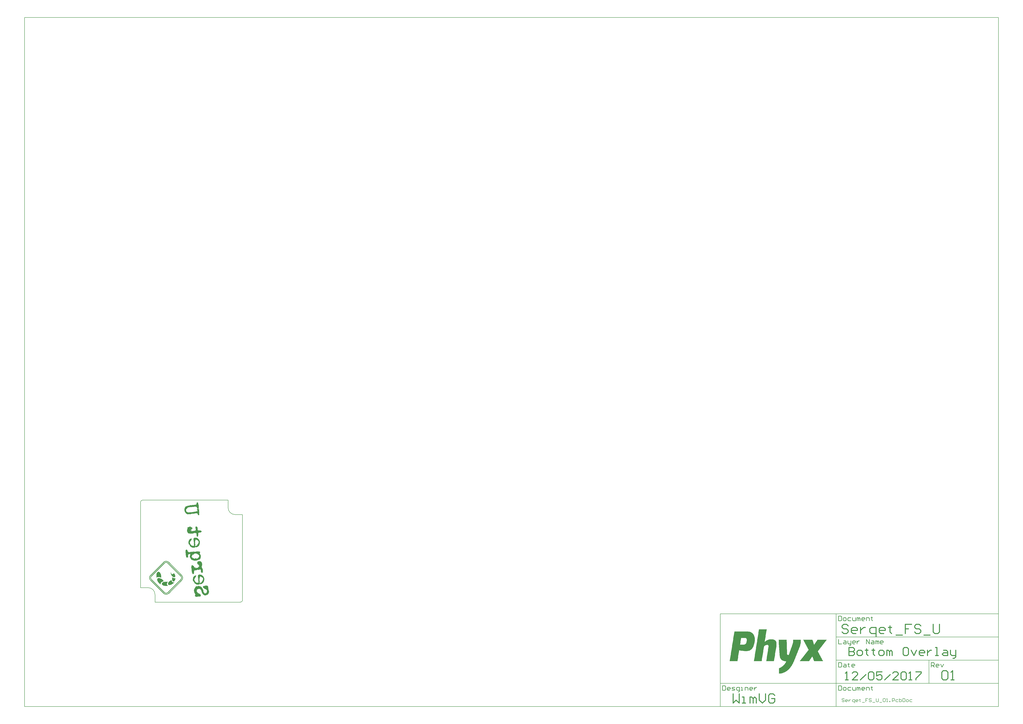
<source format=gbo>
G04 Layer_Color=32896*
%FSLAX25Y25*%
%MOIN*%
G70*
G01*
G75*
%ADD10C,0.00787*%
%ADD21C,0.01575*%
%ADD22C,0.00591*%
%ADD23C,0.00984*%
%ADD55C,0.00394*%
G36*
X9365Y82601D02*
X9488Y82598D01*
X9507Y82583D01*
X9524Y82585D01*
X9702Y82554D01*
X9863Y82521D01*
X9953Y82497D01*
X9989Y82484D01*
X10247Y82514D01*
X10350Y82527D01*
X10436Y82537D01*
X10505Y82545D01*
X10574Y82553D01*
X10591Y82555D01*
X10608Y82557D01*
X10616Y82489D01*
X10638Y82456D01*
X10676Y82426D01*
X10774Y82333D01*
X10873Y82240D01*
X10892Y82225D01*
X10911Y82210D01*
X11007Y82134D01*
X11067Y82072D01*
X11169Y81944D01*
X11231Y81864D01*
X11233Y81847D01*
X11235Y81830D01*
X11239Y81796D01*
X11230Y81725D01*
X11227Y81603D01*
X11205Y81495D01*
X11192Y81459D01*
X11194Y81442D01*
X11211Y81304D01*
X11246Y81151D01*
X11272Y81085D01*
X11278Y81033D01*
X11299Y81001D01*
X11301Y80984D01*
X11367Y80870D01*
X11412Y80788D01*
X11454Y80723D01*
X11458Y80689D01*
X11495Y80379D01*
X11509Y80119D01*
X11516Y79911D01*
X11521Y79720D01*
X11518Y79598D01*
X11531Y79494D01*
X11520Y79441D01*
X11522Y79424D01*
X11528Y79372D01*
X11572Y79290D01*
X11648Y79090D01*
X11695Y78991D01*
X11721Y78924D01*
X11763Y78860D01*
X11765Y78843D01*
X11837Y78677D01*
X11905Y78545D01*
X11956Y78412D01*
X11985Y78311D01*
X12013Y78227D01*
X12019Y78175D01*
X12023Y78141D01*
X12025Y78124D01*
X12029Y78089D01*
X12020Y78019D01*
X12000Y77894D01*
X11978Y77787D01*
X11965Y77751D01*
X11967Y77733D01*
X11936Y77555D01*
X11950Y77435D01*
X11960Y77349D01*
X11962Y77332D01*
X12005Y77267D01*
X12069Y77170D01*
X12133Y77073D01*
X12169Y77060D01*
X12171Y77043D01*
X12291Y76918D01*
X12354Y76821D01*
X12380Y76754D01*
X12382Y76737D01*
X12373Y76666D01*
X12332Y76574D01*
X12286Y76516D01*
X12273Y76480D01*
X12217Y76369D01*
X12173Y76294D01*
X12160Y76257D01*
X12162Y76240D01*
X12201Y75914D01*
X12251Y75640D01*
X12297Y75402D01*
X12338Y75198D01*
X12357Y75043D01*
X12388Y74925D01*
X12414Y74858D01*
X12416Y74841D01*
X12352Y74642D01*
X12304Y74462D01*
X12235Y74314D01*
X12195Y74204D01*
X12156Y74095D01*
X12111Y74037D01*
X12098Y74001D01*
X12082Y73982D01*
X12077Y73877D01*
X12071Y73789D01*
X12070Y73649D01*
X12063Y73561D01*
X12065Y73544D01*
X11986Y73325D01*
X11903Y73141D01*
X11836Y72976D01*
X11762Y72863D01*
X11687Y72767D01*
X11641Y72709D01*
X11611Y72671D01*
X11596Y72651D01*
X11717Y72509D01*
X11893Y72495D01*
X12054Y72462D01*
X12161Y72440D01*
X12181Y72425D01*
X12198Y72427D01*
X12363Y72359D01*
X12478Y72268D01*
X12559Y72173D01*
X12578Y72158D01*
X12580Y72141D01*
X12567Y72105D01*
X12573Y72053D01*
X12564Y71982D01*
X12568Y71808D01*
X12577Y71583D01*
X12586Y71357D01*
X12609Y71168D01*
X12600Y71097D01*
X12608Y71029D01*
X12612Y70994D01*
X12614Y70977D01*
X12627Y70874D01*
X12641Y70754D01*
X12704Y70517D01*
X12733Y70416D01*
X12744Y70330D01*
X12767Y70280D01*
X12769Y70263D01*
X12822Y70113D01*
X12868Y70014D01*
X12898Y69913D01*
X12904Y69861D01*
X12927Y69811D01*
X12930Y69794D01*
X12932Y69777D01*
X12950Y69622D01*
X12932Y69481D01*
X12927Y69376D01*
X12914Y69339D01*
X12916Y69322D01*
X12896Y69198D01*
X12889Y69110D01*
X12863Y69037D01*
X12867Y69002D01*
X12856Y68949D01*
X12858Y68932D01*
X12882Y68725D01*
X12903Y68554D01*
X12921Y68399D01*
X12936Y68278D01*
X12946Y68192D01*
X12954Y68124D01*
X12958Y68089D01*
X12960Y68072D01*
X12867Y67974D01*
X12788Y67912D01*
X12723Y67870D01*
X12708Y67850D01*
X12694Y67674D01*
X12678Y67516D01*
X12671Y67428D01*
X12673Y67410D01*
X12675Y67393D01*
X12762Y67247D01*
X12845Y67135D01*
X12926Y67040D01*
X12988Y66960D01*
X13031Y66895D01*
X13071Y66848D01*
X13107Y66835D01*
X13110Y66817D01*
X13114Y66783D01*
X13105Y66712D01*
X13106Y66556D01*
X13097Y66485D01*
X13088Y66414D01*
X13077Y66360D01*
X13079Y66343D01*
X12890Y66321D01*
X12894Y66286D01*
X12915Y66254D01*
X13000Y66125D01*
X13026Y66058D01*
X13068Y65993D01*
X13090Y65961D01*
X13092Y65944D01*
X13158Y65829D01*
X13206Y65713D01*
X13263Y65528D01*
X13271Y65460D01*
X13277Y65408D01*
X13279Y65391D01*
X13282Y65374D01*
X13191Y65258D01*
X13113Y65179D01*
X13050Y65119D01*
X13035Y65100D01*
X12938Y64740D01*
X12868Y64453D01*
X12845Y64206D01*
X12833Y64013D01*
X12833Y63873D01*
X12845Y63770D01*
X12851Y63719D01*
X12853Y63701D01*
X13007Y63580D01*
X13118Y63524D01*
X13193Y63480D01*
X13229Y63467D01*
X13236Y63416D01*
X13223Y63379D01*
X13207Y63360D01*
X13209Y63343D01*
X13173Y63356D01*
X13154Y63371D01*
X13155Y63214D01*
X13152Y63092D01*
X13147Y62987D01*
X13158Y62901D01*
X13148Y62830D01*
X13152Y62796D01*
X13157Y62761D01*
X13165Y62693D01*
X13169Y62658D01*
X13177Y62589D01*
X13179Y62572D01*
X13194Y62452D01*
X13206Y62349D01*
X13214Y62280D01*
X13218Y62246D01*
X13222Y62211D01*
X13224Y62194D01*
X13103Y62040D01*
X12997Y61906D01*
X12906Y61790D01*
X12831Y61694D01*
X12768Y61634D01*
X12722Y61576D01*
X12690Y61555D01*
X12675Y61536D01*
X12644Y61358D01*
X12624Y61234D01*
X12615Y61163D01*
X12617Y61146D01*
X12556Y61069D01*
X12476Y61007D01*
X12296Y60916D01*
X12212Y60888D01*
X12145Y60863D01*
X12095Y60839D01*
X12078Y60837D01*
X11926Y60802D01*
X11803Y60805D01*
X11715Y60812D01*
X11625Y60836D01*
X11572Y60847D01*
X11533Y60877D01*
X11495Y60907D01*
X11407Y61054D01*
X11359Y61170D01*
X11333Y61237D01*
X11329Y61271D01*
X11220Y61310D01*
X11130Y61335D01*
X11059Y61344D01*
X11042Y61342D01*
X10968Y61524D01*
X10915Y61675D01*
X10864Y61809D01*
X10835Y61910D01*
X10825Y61996D01*
X10801Y62045D01*
X10797Y62080D01*
X10795Y62097D01*
X10666Y62308D01*
X10555Y62504D01*
X10449Y62665D01*
X10381Y62797D01*
X10300Y62892D01*
X10257Y62957D01*
X10234Y63006D01*
X10215Y63021D01*
X10136Y63239D01*
X10077Y63441D01*
X10040Y63611D01*
X10006Y63746D01*
X9975Y63864D01*
X9949Y63931D01*
X9943Y63982D01*
X9941Y64000D01*
X9838Y63987D01*
X9735Y63975D01*
X9666Y63967D01*
X9649Y63965D01*
X9545Y64109D01*
X9150Y64202D01*
X8828Y64268D01*
X8562Y64306D01*
X8352Y64316D01*
X8193Y64332D01*
X8090Y64320D01*
X8021Y64312D01*
X8004Y64310D01*
X7970Y64305D01*
X7920Y64282D01*
X7789Y64214D01*
X7724Y64172D01*
X7677Y64131D01*
X7627Y64108D01*
X7610Y64106D01*
X7362Y63989D01*
X7244Y63958D01*
X7160Y63930D01*
X7076Y63903D01*
X7025Y63897D01*
X6990Y63893D01*
X6973Y63890D01*
X6848Y64067D01*
X6633Y64111D01*
X6423Y64121D01*
X6230Y64133D01*
X6058Y64113D01*
X5903Y64094D01*
X5785Y64063D01*
X5718Y64037D01*
X5684Y64033D01*
X5522Y63927D01*
X5395Y63824D01*
X5285Y63724D01*
X5190Y63643D01*
X5110Y63582D01*
X5062Y63541D01*
X5030Y63520D01*
X5015Y63500D01*
X4912Y63488D01*
X4843Y63480D01*
X4792Y63474D01*
X4774Y63472D01*
X4527Y63495D01*
X4315Y63522D01*
X4120Y63551D01*
X3961Y63567D01*
X3819Y63585D01*
X3731Y63592D01*
X3661Y63601D01*
X3644Y63599D01*
X3302Y63541D01*
X2994Y63486D01*
X2722Y63437D01*
X2500Y63393D01*
X2313Y63353D01*
X2176Y63337D01*
X2092Y63309D01*
X2057Y63305D01*
X1908Y63392D01*
X1792Y63483D01*
X1698Y63541D01*
X1679Y63556D01*
X1644Y63552D01*
X1576Y63544D01*
X1490Y63534D01*
X1386Y63522D01*
X1283Y63509D01*
X1215Y63501D01*
X1146Y63493D01*
X1129Y63491D01*
X1008Y63477D01*
X905Y63464D01*
X817Y63471D01*
X764Y63482D01*
X710Y63494D01*
X691Y63509D01*
X672Y63524D01*
X517Y63505D01*
X364Y63470D01*
X233Y63402D01*
X136Y63338D01*
X121Y63319D01*
X103Y63317D01*
X-41Y63212D01*
X-157Y63164D01*
X-224Y63138D01*
X-258Y63134D01*
X-361Y63122D01*
X-695Y62995D01*
X-1033Y62902D01*
X-1370Y62810D01*
X-1678Y62756D01*
X-1985Y62702D01*
X-2277Y62667D01*
X-2554Y62652D01*
X-2814Y62638D01*
X-3059Y62644D01*
X-3267Y62637D01*
X-3460Y62648D01*
X-3619Y62664D01*
X-3743Y62684D01*
X-3849Y62689D01*
X-3902Y62700D01*
X-3919Y62698D01*
X-4048Y62753D01*
X-4138Y62777D01*
X-4194Y62805D01*
X-4232Y62835D01*
X-4286Y62846D01*
X-4348Y62787D01*
X-4430Y62742D01*
X-4544Y62676D01*
X-4680Y62643D01*
X-4796Y62594D01*
X-4880Y62567D01*
X-4947Y62541D01*
X-4981Y62537D01*
X-5183Y62478D01*
X-5353Y62440D01*
X-5508Y62422D01*
X-5626Y62391D01*
X-5729Y62378D01*
X-5798Y62370D01*
X-5832Y62366D01*
X-5850Y62364D01*
X-5999Y62451D01*
X-6132Y62539D01*
X-6209Y62600D01*
X-6245Y62613D01*
X-6471Y62604D01*
X-6643Y62583D01*
X-6744Y62554D01*
X-6761Y62552D01*
X-6778Y62550D01*
X-7058Y62708D01*
X-7282Y62682D01*
X-7454Y62661D01*
X-7557Y62649D01*
X-7574Y62647D01*
X-7591Y62645D01*
X-7788Y62831D01*
X-7929Y62988D01*
X-7969Y63036D01*
X-8010Y63083D01*
X-8031Y63115D01*
X-8033Y63133D01*
X-8204Y63252D01*
X-8373Y63354D01*
X-8490Y63462D01*
X-8604Y63535D01*
X-8681Y63596D01*
X-8756Y63639D01*
X-8775Y63654D01*
X-8794Y63669D01*
X-8802Y63738D01*
X-9053Y63796D01*
X-9248Y63824D01*
X-9336Y63832D01*
X-9388Y63825D01*
X-9424Y63838D01*
X-9442Y63836D01*
X-9547Y64138D01*
X-9666Y64402D01*
X-9800Y64648D01*
X-9927Y64842D01*
X-10051Y65002D01*
X-10151Y65112D01*
X-10211Y65174D01*
X-10232Y65207D01*
X-10461Y65371D01*
X-10615Y65492D01*
X-10728Y65566D01*
X-10750Y65598D01*
X-10767Y65596D01*
X-10824Y65781D01*
X-10876Y65932D01*
X-10927Y66065D01*
X-10959Y66184D01*
X-10986Y66267D01*
X-11011Y66334D01*
X-11016Y66369D01*
X-11017Y66386D01*
X-11169Y66629D01*
X-11298Y66840D01*
X-11409Y67036D01*
X-11496Y67183D01*
X-11581Y67312D01*
X-11626Y67394D01*
X-11651Y67461D01*
X-11670Y67476D01*
X-11731Y67835D01*
X-11787Y68159D01*
X-11819Y68434D01*
X-11829Y68660D01*
X-11849Y68832D01*
X-11866Y68969D01*
X-11857Y69040D01*
X-11861Y69074D01*
X-11867Y69126D01*
X-11894Y69210D01*
X-11924Y69311D01*
X-11972Y69427D01*
X-12004Y69546D01*
X-12050Y69644D01*
X-12076Y69711D01*
X-12080Y69746D01*
X-12118Y69915D01*
X-12153Y70068D01*
X-12185Y70186D01*
X-12197Y70289D01*
X-12205Y70358D01*
X-12213Y70427D01*
X-12215Y70444D01*
X-12218Y70461D01*
X-12165Y70607D01*
X-12128Y70734D01*
X-12073Y70862D01*
X-12032Y70954D01*
X-12006Y71027D01*
X-11978Y71083D01*
X-11945Y71104D01*
X-11947Y71121D01*
X-11935Y71454D01*
X-11933Y71733D01*
X-11925Y71961D01*
X-11931Y72152D01*
X-11930Y72291D01*
X-11925Y72396D01*
X-11933Y72465D01*
X-11935Y72482D01*
X-11825Y72583D01*
X-11745Y72644D01*
X-11681Y72687D01*
X-11665Y72706D01*
X-11632Y72867D01*
X-11614Y73009D01*
X-11592Y73116D01*
X-11585Y73204D01*
X-11574Y73257D01*
X-11580Y73309D01*
X-11584Y73343D01*
X-11435Y73553D01*
X-11299Y73726D01*
X-11178Y73880D01*
X-11069Y73997D01*
X-10994Y74094D01*
X-10933Y74171D01*
X-10886Y74211D01*
X-10871Y74230D01*
X-10876Y74421D01*
X-10894Y74576D01*
X-10913Y74731D01*
X-10925Y74834D01*
X-10935Y74920D01*
X-10961Y74986D01*
X-10965Y75021D01*
X-10967Y75038D01*
X-9846Y75433D01*
X-9651Y75997D01*
X-9403Y75956D01*
X-9227Y75942D01*
X-9085Y75924D01*
X-8963Y75922D01*
X-8894Y75930D01*
X-8860Y75934D01*
X-8825Y75938D01*
X-8844Y76093D01*
X-8710Y76143D01*
X-8613Y76207D01*
X-8512Y76237D01*
X-8447Y76279D01*
X-8398Y76303D01*
X-8364Y76307D01*
X-8331Y76328D01*
X-8172Y76312D01*
X-8014Y76296D01*
X-7891Y76293D01*
X-7784Y76271D01*
X-7696Y76264D01*
X-7642Y76253D01*
X-7606Y76240D01*
X-7589Y76242D01*
X-7462Y76344D01*
X-7369Y76443D01*
X-7276Y76541D01*
X-7215Y76618D01*
X-7170Y76675D01*
X-7141Y76731D01*
X-7109Y76752D01*
X-7111Y76770D01*
X-7027Y76797D01*
X-6943Y76824D01*
X-6752Y76830D01*
X-6681Y76821D01*
X-6613Y76829D01*
X-6559Y76818D01*
X-6542Y76820D01*
X-6265Y76836D01*
X-6145Y76850D01*
X-6041Y76862D01*
X-5975Y76888D01*
X-5906Y76896D01*
X-5874Y76917D01*
X-5856Y76919D01*
X-5781Y77015D01*
X-5705Y77111D01*
X-5660Y77169D01*
X-5644Y77188D01*
X-5526Y77220D01*
X-5387Y77219D01*
X-5108Y77217D01*
X-4983Y77197D01*
X-4893Y77173D01*
X-4822Y77164D01*
X-4803Y77149D01*
X-4606Y77103D01*
X-4445Y77070D01*
X-4303Y77052D01*
X-4181Y77049D01*
X-4093Y77042D01*
X-4022Y77033D01*
X-3988Y77037D01*
X-3971Y77039D01*
X-3818Y77074D01*
X-3685Y77125D01*
X-3585Y77172D01*
X-3570Y77191D01*
X-3553Y77193D01*
X-3572Y77348D01*
X-3386Y77544D01*
X-3228Y77685D01*
X-3181Y77726D01*
X-3133Y77766D01*
X-3101Y77787D01*
X-3084Y77789D01*
X-3094Y77875D01*
X-3025Y77884D01*
X-2937Y77877D01*
X-2884Y77866D01*
X-2847Y77852D01*
X-2794Y77842D01*
X-2759Y77846D01*
X-2723Y77833D01*
X-2740Y77830D01*
X-2612Y77776D01*
X-2517Y77718D01*
X-2462Y77689D01*
X-2442Y77674D01*
X-2341Y77703D01*
X-2259Y77748D01*
X-2210Y77772D01*
X-2195Y77791D01*
X-1883Y77810D01*
X-1606Y77826D01*
X-1400Y77851D01*
X-1226Y77854D01*
X-1087Y77853D01*
X-1001Y77863D01*
X-947Y77852D01*
X-930Y77854D01*
X-814Y77903D01*
X-715Y77950D01*
X-648Y77975D01*
X-579Y77983D01*
X-493Y77993D01*
X-476Y77995D01*
X-236Y77884D01*
X-52Y77802D01*
X59Y77745D01*
X98Y77715D01*
X246Y77785D01*
X343Y77849D01*
X408Y77891D01*
X423Y77911D01*
X877Y78052D01*
X1096Y78113D01*
X1299Y78172D01*
X1468Y78209D01*
X1623Y78228D01*
X1707Y78255D01*
X1741Y78259D01*
X1700Y78464D01*
X1683Y78601D01*
X1690Y78689D01*
X1688Y78706D01*
X1900Y78540D01*
X2054Y78418D01*
X2133Y78341D01*
X2171Y78311D01*
X2645Y78280D01*
X3051Y78241D01*
X3418Y78232D01*
X3716Y78215D01*
X3944Y78208D01*
X4118Y78211D01*
X4223Y78206D01*
X4257Y78210D01*
X4284Y78283D01*
X4312Y78339D01*
X4327Y78358D01*
X4325Y78375D01*
X4392Y78400D01*
X4476Y78428D01*
X4682Y78452D01*
X4787Y78448D01*
X4873Y78458D01*
X4927Y78447D01*
X4944Y78449D01*
X5045Y78478D01*
X5131Y78488D01*
X5247Y78537D01*
X5314Y78563D01*
X5346Y78584D01*
X5345Y78596D01*
X5310Y78597D01*
X5327Y78599D01*
X5344Y78601D01*
X5345Y78596D01*
X5554Y78591D01*
X5745Y78597D01*
X5919Y78600D01*
X6076Y78601D01*
X6200Y78581D01*
X6286Y78591D01*
X6374Y78584D01*
X6428Y78573D01*
X6516Y78566D01*
X6553Y78553D01*
X6645Y78651D01*
X6780Y78842D01*
X6886Y78976D01*
X6946Y79053D01*
X6961Y79072D01*
X6974Y79109D01*
X7009Y79113D01*
X7047Y79083D01*
X7088Y79035D01*
X7092Y79001D01*
X7135Y78936D01*
X7173Y78906D01*
X7284Y78850D01*
X7372Y78843D01*
X7389Y78845D01*
X7407Y78847D01*
X7594Y78886D01*
X7761Y78941D01*
X7878Y78990D01*
X7975Y79054D01*
X8055Y79115D01*
X8100Y79173D01*
X8115Y79192D01*
X8130Y79212D01*
X8106Y79418D01*
X8089Y79555D01*
X8077Y79659D01*
X8073Y79693D01*
X8125Y79839D01*
X8162Y79965D01*
X8226Y80164D01*
X8261Y80308D01*
X8300Y80417D01*
X8311Y80471D01*
X8325Y80507D01*
X8322Y80524D01*
X8440Y80713D01*
X8546Y80847D01*
X8604Y80942D01*
X8636Y80963D01*
X8642Y81208D01*
X8637Y81399D01*
X8634Y81573D01*
X8617Y81710D01*
X8605Y81813D01*
X8595Y81899D01*
X8591Y81934D01*
X8589Y81951D01*
X8774Y82147D01*
X8928Y82322D01*
X8973Y82380D01*
X9021Y82421D01*
X9051Y82459D01*
X9068Y82461D01*
X9056Y82564D01*
X9226Y82602D01*
X9365Y82601D01*
D02*
G37*
G36*
X-3164Y42445D02*
X-3145Y42430D01*
X-3141Y42395D01*
X-3139Y42378D01*
X-3133Y42327D01*
X-3148Y42307D01*
X-3163Y42288D01*
X-3200Y42301D01*
X-3221Y42333D01*
X-3240Y42349D01*
X-3242Y42366D01*
X-3231Y42419D01*
X-3216Y42439D01*
X-3201Y42458D01*
X-3184Y42460D01*
X-3164Y42445D01*
D02*
G37*
G36*
X-3312Y42079D02*
X-3291Y42046D01*
X-3289Y42029D01*
X-3287Y42012D01*
X-3281Y41960D01*
X-3296Y41941D01*
X-3311Y41922D01*
X-3331Y41937D01*
X-3352Y41969D01*
X-3354Y41986D01*
X-3356Y42004D01*
X-3362Y42055D01*
X-3347Y42074D01*
X-3332Y42094D01*
X-3312Y42079D01*
D02*
G37*
G36*
X8047Y41984D02*
X8135Y41977D01*
X8191Y41949D01*
X8229Y41919D01*
X8251Y41886D01*
X8253Y41869D01*
X8263Y41783D01*
X8288Y41716D01*
X8309Y41684D01*
X8499Y41706D01*
X8768Y41495D01*
X8962Y41326D01*
X9024Y41246D01*
X9082Y41201D01*
X9120Y41170D01*
X9122Y41153D01*
X9264Y41135D01*
X9350Y41145D01*
X9384Y41150D01*
X9401Y41151D01*
X9530Y41097D01*
X9628Y41004D01*
X9728Y40894D01*
X9814Y40765D01*
X9862Y40649D01*
X9909Y40549D01*
X9951Y40485D01*
X9956Y40451D01*
X9986Y40193D01*
X10015Y39952D01*
X10039Y39746D01*
X10058Y39591D01*
X10072Y39471D01*
X10084Y39368D01*
X10091Y39316D01*
X10093Y39299D01*
X10448Y38801D01*
X10558Y38761D01*
X10628Y38752D01*
X10684Y38724D01*
X10701Y38726D01*
X10724Y38537D01*
X10738Y38417D01*
X10748Y38331D01*
X10752Y38297D01*
X10617Y38263D01*
X10516Y38234D01*
X10432Y38206D01*
X10348Y38179D01*
X10296Y38173D01*
X10264Y38151D01*
X10230Y38147D01*
X10250Y37975D01*
X10268Y37821D01*
X10283Y37700D01*
X10297Y37580D01*
X10307Y37494D01*
X10318Y37408D01*
X10332Y37288D01*
X10340Y37219D01*
X10344Y37185D01*
X10346Y37168D01*
X10425Y37090D01*
X10487Y37010D01*
X10545Y36964D01*
X10564Y36949D01*
X10554Y36739D01*
X10558Y36565D01*
X10542Y36406D01*
X10519Y36299D01*
X10495Y36209D01*
X10484Y36155D01*
X10471Y36119D01*
X10473Y36102D01*
X10582Y36062D01*
X10674Y36021D01*
X10747Y35995D01*
X10767Y35980D01*
X10856Y35816D01*
X10924Y35685D01*
X10972Y35568D01*
X11019Y35469D01*
X11064Y35388D01*
X11070Y35336D01*
X11091Y35304D01*
X11093Y35287D01*
X11220Y35249D01*
X11325Y35244D01*
X11378Y35233D01*
X11396Y35235D01*
X11470Y35192D01*
X11528Y35147D01*
X11633Y35002D01*
X11739Y34840D01*
X11815Y34640D01*
X11870Y34473D01*
X11923Y34322D01*
X11954Y34204D01*
X11956Y34187D01*
X11958Y34169D01*
X11975Y34171D01*
X12010Y34175D01*
X12061Y34181D01*
X12130Y34190D01*
X12251Y34204D01*
X12285Y34208D01*
X12302Y34210D01*
X12201Y34477D01*
X12122Y34694D01*
X12066Y34879D01*
X12013Y35030D01*
X11981Y35148D01*
X11954Y35232D01*
X11930Y35282D01*
X11929Y35299D01*
X12116Y35339D01*
X12303Y35378D01*
X12457Y35397D01*
X12595Y35413D01*
X12822Y35405D01*
X12998Y35391D01*
X13123Y35371D01*
X13198Y35328D01*
X13234Y35315D01*
X13253Y35300D01*
X13389Y35037D01*
X13477Y35030D01*
X13600Y35027D01*
X13855Y35075D01*
X13976Y35089D01*
X14079Y35102D01*
X14145Y35127D01*
X14163Y35129D01*
X14246Y35017D01*
X14367Y34874D01*
X14427Y34812D01*
X14468Y34764D01*
X14489Y34732D01*
X14508Y34717D01*
X14571Y34777D01*
X14618Y34817D01*
X14702Y34844D01*
X14736Y34849D01*
X14793Y34960D01*
X14800Y35048D01*
X14809Y35119D01*
X14807Y35136D01*
X14988Y35227D01*
X15119Y35295D01*
X15184Y35338D01*
X15218Y35342D01*
X15292Y35159D01*
X15345Y35008D01*
X15396Y34875D01*
X15425Y34774D01*
X15452Y34690D01*
X15476Y34640D01*
X15497Y34608D01*
X15499Y34591D01*
X15662Y34541D01*
X15769Y34518D01*
X15838Y34527D01*
X15855Y34529D01*
X16091Y34452D01*
X16271Y34404D01*
X16436Y34336D01*
X16545Y34297D01*
X16620Y34254D01*
X16674Y34242D01*
X16712Y34212D01*
X16864Y34108D01*
X16968Y33964D01*
X17054Y33834D01*
X17123Y33686D01*
X17155Y33568D01*
X17167Y33465D01*
X17176Y33396D01*
X17180Y33361D01*
X17125Y33233D01*
X17069Y33122D01*
X17023Y33064D01*
X17008Y33045D01*
X17010Y33027D01*
X17014Y32993D01*
X17029Y32873D01*
X17043Y32752D01*
X17047Y32718D01*
X17049Y32701D01*
X16870Y32592D01*
X16706Y32503D01*
X16558Y32433D01*
X16444Y32367D01*
X16345Y32321D01*
X16280Y32278D01*
X16230Y32255D01*
X16213Y32253D01*
X15847Y31669D01*
X15830Y31667D01*
X15813Y31665D01*
X15692Y31650D01*
X15538Y31632D01*
X15366Y31611D01*
X15194Y31591D01*
X15039Y31573D01*
X14919Y31558D01*
X14902Y31556D01*
X14885Y31554D01*
X14761Y31714D01*
X14557Y31672D01*
X14404Y31636D01*
X14269Y31603D01*
X14167Y31573D01*
X14084Y31546D01*
X14032Y31540D01*
X14017Y31521D01*
X14000Y31519D01*
X13781Y31597D01*
X13637Y31632D01*
X13547Y31657D01*
X13513Y31652D01*
X13308Y31471D01*
X13152Y31313D01*
X13107Y31255D01*
X13062Y31198D01*
X13047Y31178D01*
X13031Y31159D01*
X12840Y31154D01*
X12684Y31153D01*
X12542Y31171D01*
X12420Y31174D01*
X12330Y31198D01*
X12274Y31226D01*
X12237Y31239D01*
X12220Y31237D01*
X12095Y31117D01*
X11987Y31000D01*
X11894Y30902D01*
X11801Y30804D01*
X11739Y30744D01*
X11693Y30686D01*
X11678Y30667D01*
X11663Y30648D01*
X11562Y30618D01*
X11493Y30610D01*
X11439Y30621D01*
X11422Y30619D01*
X11447Y30413D01*
X11467Y30241D01*
X11486Y30086D01*
X11502Y29949D01*
X11516Y29828D01*
X11527Y29742D01*
X11543Y29605D01*
X11553Y29519D01*
X11559Y29467D01*
X11561Y29450D01*
X11462Y29264D01*
X11392Y29116D01*
X11333Y29022D01*
X11318Y29003D01*
X11320Y28986D01*
X11319Y28706D01*
X11367Y28451D01*
X11379Y28348D01*
X11389Y28262D01*
X11415Y28195D01*
X11417Y28178D01*
X11454Y28008D01*
X11473Y27853D01*
X11489Y27716D01*
X11484Y27611D01*
X11479Y27505D01*
X11487Y27437D01*
X11474Y27400D01*
X11476Y27383D01*
X11369Y27109D01*
X11330Y27000D01*
X11289Y26908D01*
X11245Y26833D01*
X11234Y26779D01*
X11204Y26741D01*
X11206Y26723D01*
X11204Y26305D01*
X11192Y26112D01*
X11195Y25938D01*
X11194Y25798D01*
X11189Y25693D01*
X11182Y25605D01*
X11185Y25588D01*
X11155Y25392D01*
X11086Y25245D01*
X10997Y25112D01*
X10902Y25031D01*
X10807Y24950D01*
X10725Y24905D01*
X10659Y24880D01*
X10641Y24878D01*
X10284Y24801D01*
X9996Y24732D01*
X9758Y24686D01*
X9569Y24663D01*
X9431Y24647D01*
X9328Y24634D01*
X9277Y24628D01*
X9259Y24626D01*
X9040Y24862D01*
X8880Y25034D01*
X8803Y25095D01*
X8762Y25142D01*
X8741Y25175D01*
X8722Y25190D01*
X8717Y25224D01*
X8711Y25276D01*
X8718Y25364D01*
X8704Y25484D01*
X8690Y25604D01*
X8691Y25744D01*
X8671Y26055D01*
X8653Y26350D01*
X8654Y26489D01*
X8640Y26610D01*
X8627Y26713D01*
X8636Y26783D01*
X8630Y26835D01*
X8628Y26852D01*
X8612Y26990D01*
X8593Y27144D01*
X8518Y27484D01*
X8500Y27639D01*
X8468Y27757D01*
X8441Y27841D01*
X8437Y27875D01*
X8393Y28097D01*
X8353Y28284D01*
X8316Y28454D01*
X8299Y28591D01*
X8285Y28712D01*
X8292Y28800D01*
X8286Y28851D01*
X8284Y28868D01*
X8306Y28975D01*
X8330Y29065D01*
X8335Y29171D01*
X8344Y29241D01*
X8342Y29259D01*
X8426Y29286D01*
X8492Y29311D01*
X8542Y29335D01*
X8574Y29356D01*
X8609Y29360D01*
X8599Y29586D01*
X8579Y29757D01*
X8549Y29859D01*
X8545Y29893D01*
X8301Y30038D01*
X8113Y30155D01*
X7965Y30225D01*
X7871Y30283D01*
X7816Y30312D01*
X7777Y30342D01*
X7760Y30340D01*
X7657Y30328D01*
X7588Y30319D01*
X7536Y30313D01*
X7519Y30311D01*
X7411Y30490D01*
X7326Y30619D01*
X7283Y30684D01*
X7279Y30718D01*
X7109Y30681D01*
X6920Y30658D01*
X6729Y30653D01*
X6536Y30665D01*
X6377Y30681D01*
X6255Y30684D01*
X6165Y30708D01*
X6130Y30704D01*
X5847Y30740D01*
X5619Y30748D01*
X5426Y30759D01*
X5285Y30777D01*
X5164Y30763D01*
X5094Y30772D01*
X5042Y30766D01*
X5025Y30764D01*
X4853Y30743D01*
X4717Y30710D01*
X4616Y30680D01*
X4599Y30678D01*
X4582Y30676D01*
X4327Y30472D01*
X4215Y30389D01*
X4120Y30307D01*
X4058Y30248D01*
X3993Y30205D01*
X3961Y30184D01*
X3946Y30165D01*
X3632Y30162D01*
X3372Y30149D01*
X3162Y30159D01*
X2971Y30153D01*
X2848Y30156D01*
X2743Y30161D01*
X2690Y30172D01*
X2672Y30170D01*
X2450Y29987D01*
X2261Y29964D01*
X2068Y29976D01*
X1948Y29962D01*
X1864Y29934D01*
X1831Y29913D01*
X1758Y29800D01*
X1697Y29723D01*
X1652Y29665D01*
X1637Y29646D01*
X1538Y29599D01*
X1436Y29570D01*
X1370Y29544D01*
X1353Y29542D01*
X1335Y29540D01*
X1232Y29528D01*
X1110Y29531D01*
X844Y29569D01*
X541Y29620D01*
X235Y29706D01*
X-35Y29778D01*
X-160Y29798D01*
X-269Y29837D01*
X-359Y29862D01*
X-432Y29888D01*
X-468Y29901D01*
X-485Y29899D01*
X-628Y29777D01*
X-774Y29690D01*
X-906Y29622D01*
X-1022Y29573D01*
X-1140Y29542D01*
X-1224Y29514D01*
X-1276Y29508D01*
X-1293Y29506D01*
X-1450Y29505D01*
X-1608Y29521D01*
X-1784Y29535D01*
X-1947Y29585D01*
X-2091Y29620D01*
X-2198Y29643D01*
X-2271Y29669D01*
X-2307Y29682D01*
X-2470Y29732D01*
X-2616Y29785D01*
X-2744Y29839D01*
X-2852Y29861D01*
X-3034Y29926D01*
X-3143Y29966D01*
X-3233Y29990D01*
X-3269Y30003D01*
X-3287Y30001D01*
X-3441Y29983D01*
X-3665Y29956D01*
X-3854Y29934D01*
X-4026Y29913D01*
X-4183Y29912D01*
X-4320Y29895D01*
X-4442Y29898D01*
X-4634Y29893D01*
X-4754Y29879D01*
X-4842Y29886D01*
X-4878Y29899D01*
X-4896Y29897D01*
X-5111Y30098D01*
X-5252Y30255D01*
X-5310Y30301D01*
X-5350Y30348D01*
X-5387Y30361D01*
X-5389Y30378D01*
X-5532Y30413D01*
X-5640Y30436D01*
X-5710Y30445D01*
X-5745Y30441D01*
X-5757Y30544D01*
X-5765Y30612D01*
X-5771Y30664D01*
X-5773Y30681D01*
X-6004Y30863D01*
X-6194Y30997D01*
X-6269Y31040D01*
X-6325Y31069D01*
X-6346Y31101D01*
X-6363Y31099D01*
X-6563Y31459D01*
X-6722Y31771D01*
X-6841Y32036D01*
X-6938Y32268D01*
X-7013Y32451D01*
X-7063Y32585D01*
X-7089Y32651D01*
X-7093Y32686D01*
X-7252Y32998D01*
X-7320Y33129D01*
X-7371Y33263D01*
X-7435Y33360D01*
X-7464Y33461D01*
X-7504Y33508D01*
X-7507Y33525D01*
X-7585Y33743D01*
X-7661Y33943D01*
X-7699Y34113D01*
X-7736Y34283D01*
X-7750Y34403D01*
X-7744Y34491D01*
X-7752Y34560D01*
X-7754Y34577D01*
X-7707Y34774D01*
X-7674Y34935D01*
X-7641Y35096D01*
X-7602Y35205D01*
X-7561Y35297D01*
X-7552Y35368D01*
X-7521Y35406D01*
X-7523Y35424D01*
X-7514Y35494D01*
X-7509Y35600D01*
X-7519Y35825D01*
X-7533Y35945D01*
X-7526Y36033D01*
X-7534Y36102D01*
X-7536Y36119D01*
X-7546Y36345D01*
X-7515Y36523D01*
X-7493Y36630D01*
X-7480Y36667D01*
X-7451Y36722D01*
X-7391Y36799D01*
X-7241Y37009D01*
X-7168Y37122D01*
X-7109Y37216D01*
X-7064Y37274D01*
X-7049Y37293D01*
X-6960Y37426D01*
X-6888Y37556D01*
X-6834Y37685D01*
X-6794Y37794D01*
X-6770Y37884D01*
X-6761Y37955D01*
X-6750Y38008D01*
X-6752Y38026D01*
X-6784Y38144D01*
X-6811Y38228D01*
X-6821Y38314D01*
X-6845Y38363D01*
X-6870Y38430D01*
X-6889Y38445D01*
X-6774Y39086D01*
X-6794Y39398D01*
X-6824Y39656D01*
X-6830Y39847D01*
X-6831Y40004D01*
X-6826Y40109D01*
X-6834Y40178D01*
X-6821Y40214D01*
X-6823Y40231D01*
X-6625Y40324D01*
X-6425Y40400D01*
X-6360Y40443D01*
X-6294Y40468D01*
X-6261Y40490D01*
X-6244Y40492D01*
X-6093Y40545D01*
X-5977Y40593D01*
X-5876Y40623D01*
X-5790Y40633D01*
X-5721Y40641D01*
X-5670Y40647D01*
X-5635Y40651D01*
X-5447Y40534D01*
X-5313Y40428D01*
X-5234Y40351D01*
X-5212Y40318D01*
X-5035Y40584D01*
X-4885Y40793D01*
X-4751Y40983D01*
X-4647Y41135D01*
X-4556Y41251D01*
X-4498Y41345D01*
X-4467Y41383D01*
X-4452Y41402D01*
X-4298Y41421D01*
X-4174Y41261D01*
X-4089Y41132D01*
X-4010Y41054D01*
X-3950Y40992D01*
X-3912Y40961D01*
X-3875Y40948D01*
X-3856Y40933D01*
X-3824Y40954D01*
X-3791Y40975D01*
X-3733Y41070D01*
X-3672Y41147D01*
X-3657Y41166D01*
X-3659Y41183D01*
X-3594Y41365D01*
X-3539Y41494D01*
X-3513Y41567D01*
X-3500Y41603D01*
X-3345Y41621D01*
X-3242Y41634D01*
X-3173Y41642D01*
X-3156Y41644D01*
X-2933Y41531D01*
X-2711Y41418D01*
X-2619Y41377D01*
X-2544Y41333D01*
X-2506Y41303D01*
X-2486Y41288D01*
X-2373Y41510D01*
X-2289Y41677D01*
X-2215Y41791D01*
X-2174Y41883D01*
X-2126Y41923D01*
X-2094Y41945D01*
X-2079Y41964D01*
X-2025Y41953D01*
X-1954Y41944D01*
X-1856Y41851D01*
X-1777Y41773D01*
X-1739Y41743D01*
X-1736Y41726D01*
X-1707Y41625D01*
X-1697Y41539D01*
X-1708Y41485D01*
X-1706Y41468D01*
X-1620Y41478D01*
X-1469Y41235D01*
X-1343Y41058D01*
X-1222Y40915D01*
X-1139Y40803D01*
X-1077Y40723D01*
X-1019Y40678D01*
X-983Y40665D01*
X-981Y40648D01*
X-871Y40608D01*
X-726Y40556D01*
X-544Y40491D01*
X-363Y40442D01*
X-183Y40394D01*
X-40Y40359D01*
X68Y40337D01*
X87Y40322D01*
X104Y40324D01*
X355Y40266D01*
X556Y40186D01*
X723Y40101D01*
X854Y40029D01*
X950Y39954D01*
X1027Y39893D01*
X1048Y39861D01*
X1067Y39846D01*
X1152Y39716D01*
X1222Y39568D01*
X1332Y39232D01*
X1348Y39095D01*
X1380Y38976D01*
X1390Y38890D01*
X1394Y38856D01*
X1413Y38701D01*
X1412Y38562D01*
X1441Y38321D01*
X1463Y38132D01*
X1477Y38012D01*
X1507Y37911D01*
X1513Y37859D01*
X1517Y37825D01*
X1351Y37753D01*
X1186Y37681D01*
X1054Y37613D01*
X955Y37566D01*
X856Y37519D01*
X792Y37477D01*
X759Y37456D01*
X742Y37453D01*
X585Y37452D01*
X444Y37470D01*
X323Y37456D01*
X218Y37461D01*
X147Y37470D01*
X96Y37464D01*
X61Y37460D01*
X44Y37458D01*
X-21Y37415D01*
X-115Y37334D01*
X-208Y37236D01*
X-299Y37120D01*
X-390Y37005D01*
X-446Y36894D01*
X-507Y36817D01*
X-522Y36797D01*
X-510Y36694D01*
X-611Y36665D01*
X-680Y36657D01*
X-733Y36668D01*
X-751Y36666D01*
X-753Y36543D01*
X-756Y36421D01*
X-746Y36335D01*
X-721Y36268D01*
X-710Y36182D01*
X-689Y36150D01*
X-821Y36082D01*
X-939Y36051D01*
X-1021Y36006D01*
X-1038Y36004D01*
X-1055Y36002D01*
X-1067Y35809D01*
X-1083Y35650D01*
X-1084Y35510D01*
X-1106Y35403D01*
X-1113Y35315D01*
X-1107Y35264D01*
X-1120Y35227D01*
X-1118Y35210D01*
X-1307Y35188D01*
X-1157Y35101D01*
X-1046Y35044D01*
X-971Y35001D01*
X-951Y34986D01*
X-877Y34942D01*
X-802Y34899D01*
X-748Y34888D01*
X-729Y34873D01*
X-820Y34757D01*
X-895Y34661D01*
X-941Y34604D01*
X-956Y34584D01*
X-922Y34449D01*
X-897Y34382D01*
X-874Y34332D01*
X-855Y34317D01*
X-932Y34238D01*
X-1012Y34177D01*
X-1079Y34151D01*
X-1094Y34132D01*
X-1082Y34029D01*
X-927Y34047D01*
X-946Y34062D01*
X-948Y34080D01*
X-935Y34116D01*
X-920Y34135D01*
X-857Y34195D01*
X-793Y34238D01*
X-760Y34259D01*
X-611Y34172D01*
X-497Y34099D01*
X-420Y34038D01*
X-384Y34025D01*
X-285Y34071D01*
X-235Y34095D01*
X-205Y34133D01*
X-195Y34047D01*
X-21Y34051D01*
X138Y34035D01*
X260Y34032D01*
X363Y34044D01*
X434Y34035D01*
X505Y34026D01*
X522Y34028D01*
X539Y34030D01*
X586Y33931D01*
X629Y33866D01*
X635Y33815D01*
X637Y33798D01*
X792Y33816D01*
X910Y33848D01*
X1011Y33877D01*
X1095Y33904D01*
X1163Y33913D01*
X1213Y33936D01*
X1245Y33957D01*
X1265Y33942D01*
X1303Y33912D01*
X1342Y33882D01*
X1361Y33866D01*
X1453Y33825D01*
X1558Y33820D01*
X1629Y33811D01*
X1646Y33813D01*
X1806Y33937D01*
X1933Y34039D01*
X2013Y34101D01*
X2045Y34122D01*
X2196Y34175D01*
X2314Y34207D01*
X2419Y34202D01*
X2488Y34210D01*
X2541Y34199D01*
X2580Y34168D01*
X2599Y34153D01*
X2636Y34140D01*
X2706Y34131D01*
X2794Y34124D01*
X2898Y34137D01*
X3138Y34165D01*
X3394Y34213D01*
X3650Y34261D01*
X3871Y34305D01*
X3972Y34334D01*
X4039Y34360D01*
X4073Y34364D01*
X4090Y34366D01*
X4172Y34410D01*
X4189Y34412D01*
X4207Y34414D01*
X4243Y34401D01*
X4262Y34386D01*
X4284Y34354D01*
X4268Y34335D01*
X4253Y34315D01*
X4339Y34326D01*
X4408Y34334D01*
X4460Y34340D01*
X4494Y34344D01*
X4528Y34348D01*
X4768Y34534D01*
X5103Y34643D01*
X5443Y34718D01*
X5800Y34796D01*
X6122Y34869D01*
X6415Y34904D01*
X6550Y34937D01*
X6653Y34950D01*
X6739Y34960D01*
X6808Y34968D01*
X6842Y34972D01*
X6859Y34974D01*
X6917Y35225D01*
X6961Y35440D01*
X6990Y35635D01*
X7023Y35796D01*
X7043Y35920D01*
X7067Y36010D01*
X7078Y36064D01*
X7076Y36081D01*
X7069Y36289D01*
X7046Y36478D01*
X7028Y36633D01*
X7014Y36753D01*
X7004Y36839D01*
X6978Y36906D01*
X6974Y36940D01*
X6972Y36957D01*
X7011Y37067D01*
X7068Y37178D01*
X7109Y37270D01*
X7141Y37291D01*
X7139Y37309D01*
X7181Y37401D01*
X7222Y37493D01*
X7238Y37652D01*
X7226Y37755D01*
X7224Y37772D01*
X7222Y37789D01*
X7111Y37985D01*
X7005Y38147D01*
X6941Y38244D01*
X6922Y38259D01*
X6920Y38276D01*
X6818Y38543D01*
X6736Y38795D01*
X6677Y38997D01*
X6637Y39184D01*
X6604Y39319D01*
X6591Y39422D01*
X6583Y39491D01*
X6581Y39508D01*
X6581Y39805D01*
X6600Y40086D01*
X6640Y40335D01*
X6701Y40551D01*
X6751Y40714D01*
X6804Y40860D01*
X6830Y40933D01*
X6843Y40969D01*
X7010Y41181D01*
X7148Y41337D01*
X7226Y41416D01*
X7256Y41454D01*
X7233Y41643D01*
X7217Y41780D01*
X7207Y41866D01*
X7203Y41901D01*
X7426Y41927D01*
X7596Y41965D01*
X7682Y41975D01*
X7732Y41999D01*
X7766Y42003D01*
X7783Y42005D01*
X7940Y42006D01*
X8047Y41984D01*
D02*
G37*
G36*
X-24Y36125D02*
X135Y36109D01*
X257Y36106D01*
X328Y36097D01*
X365Y36084D01*
X389Y35877D01*
X408Y35723D01*
X422Y35603D01*
X430Y35534D01*
X436Y35482D01*
X438Y35465D01*
X440Y35448D01*
X382Y35354D01*
X341Y35261D01*
X329Y35208D01*
X314Y35189D01*
X131Y35115D01*
X-36Y35060D01*
X-187Y35007D01*
X-305Y34975D01*
X-404Y34929D01*
X-473Y34921D01*
X-523Y34897D01*
X-540Y34895D01*
X-558Y35050D01*
X-575Y35188D01*
X-587Y35291D01*
X-589Y35308D01*
X-591Y35325D01*
X-605Y35445D01*
X-620Y35566D01*
X-632Y35669D01*
X-634Y35686D01*
X-636Y35703D01*
X-638Y35720D01*
X-659Y35753D01*
X-708Y35869D01*
X-757Y35985D01*
X-778Y36017D01*
X-780Y36035D01*
X-595Y36092D01*
X-389Y36116D01*
X-200Y36139D01*
X-24Y36125D01*
D02*
G37*
G36*
X7458Y22773D02*
X7554Y22697D01*
X7614Y22635D01*
X7633Y22620D01*
X7989Y22558D01*
X8311Y22491D01*
X8559Y22451D01*
X8772Y22424D01*
X8948Y22410D01*
X9072Y22390D01*
X9143Y22381D01*
X9160Y22383D01*
X9471Y22263D01*
X9766Y22124D01*
X10008Y21996D01*
X10216Y21864D01*
X10387Y21745D01*
X10519Y21656D01*
X10596Y21595D01*
X10616Y21580D01*
X10780Y21373D01*
X10922Y21198D01*
X11046Y21039D01*
X11148Y20911D01*
X11214Y20797D01*
X11274Y20735D01*
X11315Y20687D01*
X11317Y20670D01*
X11374Y20625D01*
X11449Y20581D01*
X11633Y20499D01*
X11723Y20474D01*
X11796Y20448D01*
X11850Y20437D01*
X11869Y20422D01*
X12032Y20372D01*
X12161Y20317D01*
X12253Y20276D01*
X12327Y20233D01*
X12385Y20187D01*
X12439Y20176D01*
X12460Y20144D01*
X12598Y19864D01*
X12697Y19614D01*
X12776Y19397D01*
X12831Y19229D01*
X12864Y19094D01*
X12893Y18993D01*
X12902Y18924D01*
X12904Y18907D01*
X13070Y18682D01*
X13211Y18525D01*
X13270Y18462D01*
X13294Y18413D01*
X13330Y18399D01*
X13332Y18382D01*
X13408Y18182D01*
X13465Y17997D01*
X13499Y17862D01*
X13532Y17726D01*
X13560Y17642D01*
X13568Y17574D01*
X13572Y17539D01*
X13574Y17522D01*
X13663Y17358D01*
X13766Y17231D01*
X13834Y17100D01*
X13917Y16988D01*
X13961Y16906D01*
X14004Y16841D01*
X14042Y16811D01*
X14044Y16794D01*
X14048Y16759D01*
X14057Y16691D01*
X14077Y16519D01*
X14100Y16330D01*
X14126Y16106D01*
X14153Y15883D01*
X14173Y15711D01*
X14181Y15642D01*
X14188Y15590D01*
X14192Y15556D01*
X14194Y15539D01*
X14226Y15264D01*
X14238Y15021D01*
X14245Y14813D01*
X14248Y14639D01*
X14246Y14516D01*
X14241Y14411D01*
X14230Y14358D01*
X14232Y14341D01*
X14102Y14116D01*
X14000Y13947D01*
X13924Y13851D01*
X13894Y13812D01*
X13910Y13675D01*
X13946Y13522D01*
X13971Y13455D01*
X13977Y13404D01*
X13998Y13371D01*
X14001Y13354D01*
X14075Y13171D01*
X14110Y13019D01*
X14124Y12898D01*
X14127Y12881D01*
X14129Y12864D01*
X13940Y12545D01*
X13853Y12395D01*
X13762Y12280D01*
X13706Y12169D01*
X13663Y12094D01*
X13634Y12038D01*
X13619Y12019D01*
X13579Y11770D01*
X13567Y11577D01*
X13553Y11401D01*
X13535Y11259D01*
X13547Y11156D01*
X13541Y11068D01*
X13545Y11034D01*
X13547Y11017D01*
X13382Y10788D01*
X13244Y10632D01*
X13134Y10532D01*
X13121Y10495D01*
X13104Y10493D01*
X13072Y10315D01*
X13071Y10176D01*
X13062Y10105D01*
X13067Y10070D01*
X12932Y9880D01*
X12813Y9709D01*
X12707Y9574D01*
X12618Y9442D01*
X12469Y9232D01*
X12363Y9098D01*
X12287Y9001D01*
X12242Y8944D01*
X12212Y8905D01*
X12080Y8837D01*
X11983Y8773D01*
X11884Y8727D01*
X11800Y8699D01*
X11751Y8676D01*
X11701Y8653D01*
X11684Y8651D01*
X11667Y8649D01*
X11472Y8381D01*
X11340Y8174D01*
X11297Y8099D01*
X11268Y8043D01*
X11238Y8005D01*
X11240Y7988D01*
X11059Y7897D01*
X10896Y7807D01*
X10747Y7737D01*
X10631Y7688D01*
X10530Y7659D01*
X10463Y7634D01*
X10431Y7612D01*
X10413Y7610D01*
X10436Y7421D01*
X10287Y7351D01*
X10171Y7303D01*
X10104Y7277D01*
X10070Y7273D01*
X9996Y7160D01*
X9955Y7068D01*
X9929Y6995D01*
X9914Y6976D01*
X9763Y6923D01*
X9578Y6866D01*
X9359Y6805D01*
X9137Y6761D01*
X8933Y6719D01*
X8763Y6682D01*
X8695Y6674D01*
X8660Y6669D01*
X8626Y6665D01*
X8609Y6663D01*
X8282Y6624D01*
X8007Y6592D01*
X7801Y6567D01*
X7644Y6566D01*
X7522Y6569D01*
X7451Y6578D01*
X7414Y6591D01*
X7397Y6589D01*
X7213Y6672D01*
X7048Y6739D01*
X6975Y6765D01*
X6937Y6796D01*
X6898Y6826D01*
X6881Y6824D01*
X6789Y6865D01*
X6682Y6887D01*
X6491Y6882D01*
X6407Y6854D01*
X6338Y6846D01*
X6306Y6825D01*
X6289Y6823D01*
X6224Y6780D01*
X6144Y6719D01*
X6025Y6548D01*
X5966Y6453D01*
X5938Y6398D01*
X5910Y6342D01*
X5895Y6323D01*
X5825Y6175D01*
X5750Y6079D01*
X5691Y5985D01*
X5629Y5925D01*
X5579Y5902D01*
X5547Y5881D01*
X5531Y5861D01*
X5514Y5859D01*
X5394Y5845D01*
X5269Y5865D01*
X5162Y5887D01*
X5143Y5902D01*
X5126Y5900D01*
X4834Y5865D01*
X4595Y5819D01*
X4391Y5778D01*
X4219Y5757D01*
X4101Y5726D01*
X4017Y5698D01*
X3967Y5675D01*
X3950Y5673D01*
X3637Y5810D01*
X3395Y5799D01*
X3189Y5774D01*
X2999Y5752D01*
X2862Y5735D01*
X2742Y5721D01*
X2658Y5693D01*
X2606Y5687D01*
X2589Y5685D01*
X2420Y5787D01*
X2291Y5842D01*
X2199Y5883D01*
X2163Y5896D01*
X2073Y5920D01*
X1966Y5942D01*
X1717Y5982D01*
X1592Y6002D01*
X1485Y6024D01*
X1414Y6033D01*
X1397Y6032D01*
X1133Y6052D01*
X1026Y6075D01*
X936Y6099D01*
X863Y6125D01*
X807Y6153D01*
X771Y6166D01*
X754Y6164D01*
X431Y6387D01*
X146Y6580D01*
X-102Y6759D01*
X-294Y6911D01*
X-448Y7032D01*
X-544Y7108D01*
X-621Y7168D01*
X-640Y7183D01*
X-897Y7292D01*
X-1135Y7386D01*
X-1319Y7469D01*
X-1484Y7536D01*
X-1610Y7574D01*
X-1702Y7615D01*
X-1758Y7643D01*
X-1775Y7641D01*
X-1863Y7788D01*
X-1946Y7900D01*
X-2011Y8014D01*
X-2056Y8096D01*
X-2081Y8162D01*
X-2105Y8212D01*
X-2126Y8244D01*
X-2128Y8262D01*
X-2357Y8426D01*
X-2526Y8528D01*
X-2639Y8602D01*
X-2658Y8617D01*
X-2676Y8615D01*
X-2703Y8699D01*
X-2733Y8800D01*
X-2759Y9023D01*
X-2769Y9109D01*
X-2780Y9195D01*
X-2786Y9247D01*
X-2788Y9264D01*
X-2806Y9418D01*
X-2823Y9556D01*
X-2837Y9676D01*
X-2864Y9760D01*
X-2892Y9844D01*
X-2915Y9894D01*
X-2934Y9909D01*
X-2936Y9926D01*
X-2983Y10025D01*
X-3066Y10137D01*
X-3234Y10379D01*
X-3315Y10474D01*
X-3379Y10571D01*
X-3422Y10635D01*
X-3441Y10650D01*
X-3582Y10808D01*
X-3684Y10935D01*
X-3782Y11028D01*
X-3861Y11106D01*
X-3900Y11136D01*
X-3938Y11166D01*
X-3975Y11180D01*
X-4138Y11230D01*
X-4262Y11250D01*
X-4335Y11276D01*
X-4352Y11274D01*
X-4431Y11352D01*
X-4514Y11464D01*
X-4627Y11677D01*
X-4673Y11776D01*
X-4701Y11860D01*
X-4726Y11927D01*
X-4728Y11944D01*
X-4774Y12183D01*
X-4816Y12387D01*
X-4868Y12537D01*
X-4900Y12656D01*
X-4927Y12740D01*
X-4936Y12808D01*
X-4955Y12823D01*
X-4957Y12841D01*
X-5078Y12983D01*
X-5181Y13110D01*
X-5260Y13188D01*
X-5281Y13220D01*
X-5317Y13373D01*
X-5335Y13528D01*
X-5338Y13702D01*
X-5322Y13860D01*
X-5302Y13985D01*
X-5299Y14107D01*
X-5273Y14180D01*
X-5275Y14197D01*
X-5218Y14448D01*
X-5189Y14643D01*
X-5156Y14804D01*
X-5153Y14927D01*
X-5144Y14997D01*
X-5135Y15068D01*
X-5137Y15085D01*
X-5139Y15103D01*
X-5142Y15416D01*
X-5138Y15678D01*
X-5147Y15903D01*
X-5168Y16075D01*
X-5165Y16198D01*
X-5177Y16301D01*
X-5183Y16352D01*
X-5185Y16370D01*
X-5070Y16575D01*
X-4951Y16746D01*
X-4847Y16898D01*
X-4756Y17013D01*
X-4698Y17108D01*
X-4635Y17167D01*
X-4605Y17206D01*
X-4590Y17225D01*
X-4580Y17435D01*
X-4585Y17626D01*
X-4586Y17783D01*
X-4584Y17906D01*
X-4596Y18009D01*
X-4587Y18079D01*
X-4591Y18114D01*
X-4593Y18131D01*
X-4588Y18236D01*
X-4566Y18343D01*
X-4514Y18489D01*
X-4440Y18602D01*
X-4427Y18639D01*
X-4410Y18641D01*
X-4271Y18797D01*
X-4146Y18916D01*
X-4051Y18997D01*
X-4038Y19034D01*
X-4021Y19036D01*
X-3763Y19363D01*
X-3521Y19671D01*
X-3324Y19921D01*
X-3143Y20152D01*
X-3006Y20325D01*
X-2918Y20457D01*
X-2842Y20553D01*
X-2827Y20573D01*
X-2657Y20610D01*
X-2537Y20625D01*
X-2466Y20616D01*
X-2431Y20620D01*
X-2149Y20740D01*
X-1883Y20842D01*
X-1667Y20937D01*
X-1484Y21011D01*
X-1334Y21064D01*
X-1218Y21113D01*
X-1153Y21155D01*
X-1136Y21158D01*
X-811Y21214D01*
X-523Y21283D01*
X-282Y21311D01*
X-95Y21351D01*
X40Y21385D01*
X143Y21397D01*
X212Y21405D01*
X229Y21407D01*
X327Y21314D01*
X402Y21271D01*
X422Y21256D01*
X439Y21258D01*
X461Y21069D01*
X480Y20914D01*
X496Y20776D01*
X508Y20673D01*
X519Y20587D01*
X527Y20519D01*
X531Y20484D01*
X533Y20467D01*
X421Y20384D01*
X341Y20322D01*
X278Y20262D01*
X246Y20241D01*
X59Y19905D01*
X-99Y19625D01*
X-195Y19404D01*
X-262Y19239D01*
X-319Y19128D01*
X-345Y19055D01*
X-358Y19019D01*
X-356Y19002D01*
X-353Y18828D01*
X-338Y18707D01*
X-313Y18641D01*
X-311Y18623D01*
X-493Y18393D01*
X-681Y18213D01*
X-819Y18057D01*
X-961Y17936D01*
X-1054Y17838D01*
X-1134Y17776D01*
X-1184Y17752D01*
X-1199Y17733D01*
X-1359Y17470D01*
X-1470Y17230D01*
X-1570Y17044D01*
X-1655Y16877D01*
X-1692Y16751D01*
X-1733Y16658D01*
X-1761Y16603D01*
X-1759Y16586D01*
X-1856Y16522D01*
X-1938Y16477D01*
X-2005Y16452D01*
X-2022Y16450D01*
X-2055Y16289D01*
X-2073Y16147D01*
X-2082Y16077D01*
X-2078Y16042D01*
X-2198Y16028D01*
X-2302Y16016D01*
X-2370Y16007D01*
X-2388Y16005D01*
X-2419Y15827D01*
X-2435Y15669D01*
X-2453Y15527D01*
X-2473Y15403D01*
X-2480Y15315D01*
X-2489Y15244D01*
X-2485Y15209D01*
X-2482Y15192D01*
X-2602Y15021D01*
X-2708Y14886D01*
X-2785Y14807D01*
X-2818Y14786D01*
X-2847Y14591D01*
X-2846Y14434D01*
X-2850Y14329D01*
X-2848Y14312D01*
X-2846Y14295D01*
X-2813Y14159D01*
X-2779Y14024D01*
X-2680Y13774D01*
X-2633Y13675D01*
X-2589Y13593D01*
X-2546Y13529D01*
X-2544Y13511D01*
X-2457Y13365D01*
X-2372Y13236D01*
X-2323Y13119D01*
X-2278Y13037D01*
X-2236Y12973D01*
X-2212Y12923D01*
X-2210Y12906D01*
X-2208Y12889D01*
X-2183Y12822D01*
X-2171Y12719D01*
X-2161Y12494D01*
X-2164Y12371D01*
X-2154Y12285D01*
X-2163Y12214D01*
X-2161Y12197D01*
X-2160Y12041D01*
X-2143Y11903D01*
X-2129Y11783D01*
X-2101Y11699D01*
X-2076Y11632D01*
X-2070Y11581D01*
X-2051Y11565D01*
X-2049Y11548D01*
X-1944Y11543D01*
X-1840Y11556D01*
X-1774Y11581D01*
X-1757Y11583D01*
X-1113Y11154D01*
X-1060Y11004D01*
X-1009Y10870D01*
X-978Y10752D01*
X-965Y10649D01*
X-938Y10565D01*
X-932Y10513D01*
X-928Y10479D01*
X-926Y10462D01*
X-902Y10412D01*
X-879Y10363D01*
X-760Y10237D01*
X-604Y10099D01*
X-415Y9982D01*
X-244Y9863D01*
X-93Y9759D01*
X19Y9702D01*
X40Y9670D01*
X57Y9672D01*
X265Y9540D01*
X451Y9440D01*
X620Y9338D01*
X753Y9249D01*
X866Y9176D01*
X979Y9102D01*
X1131Y8998D01*
X1225Y8940D01*
X1283Y8894D01*
X1321Y8864D01*
X1513Y9009D01*
X1677Y9098D01*
X1806Y9183D01*
X1905Y9230D01*
X1972Y9255D01*
X2024Y9261D01*
X2058Y9265D01*
X2141Y9153D01*
X2220Y9076D01*
X2263Y9011D01*
X2284Y8979D01*
X2556Y8889D01*
X2861Y8821D01*
X3161Y8787D01*
X3440Y8785D01*
X3702Y8781D01*
X3893Y8787D01*
X3979Y8797D01*
X4031Y8803D01*
X4065Y8807D01*
X4082Y8809D01*
X4131Y9129D01*
X4165Y9429D01*
X4203Y9695D01*
X4224Y9959D01*
X4232Y10187D01*
X4242Y10397D01*
X4237Y10588D01*
X4233Y10762D01*
X4215Y10917D01*
X4218Y11039D01*
X4203Y11159D01*
X4193Y11245D01*
X4168Y11312D01*
X4162Y11364D01*
X4160Y11381D01*
X4158Y11398D01*
X4155Y11415D01*
X4134Y11447D01*
X4088Y11547D01*
X4026Y11626D01*
X4007Y11642D01*
X4005Y11659D01*
X3932Y11824D01*
X3901Y11943D01*
X3893Y12011D01*
X3891Y12029D01*
X3932Y12121D01*
X4006Y12234D01*
X4064Y12328D01*
X4097Y12349D01*
X4095Y12367D01*
X4153Y12461D01*
X4214Y12538D01*
X4268Y12666D01*
X4312Y12741D01*
X4307Y12776D01*
X4284Y12825D01*
X4246Y12855D01*
X4207Y12886D01*
X4190Y12884D01*
X4134Y12912D01*
X4098Y12925D01*
X4061Y12938D01*
X3954Y13256D01*
X3916Y13426D01*
X3900Y13564D01*
X3883Y13701D01*
X3871Y13804D01*
X3863Y13873D01*
X3861Y13890D01*
X3947Y13901D01*
X3955Y14128D01*
X3964Y14338D01*
X3963Y14495D01*
X3964Y14635D01*
X3967Y14757D01*
X3976Y14828D01*
X3970Y14879D01*
X3968Y14897D01*
X4129Y15003D01*
X4109Y15175D01*
X4071Y15345D01*
X4044Y15429D01*
X4021Y15478D01*
X3999Y15511D01*
X3997Y15528D01*
X3951Y15627D01*
X3923Y15711D01*
X3883Y15758D01*
X3876Y15810D01*
X3855Y15842D01*
X3853Y15859D01*
X3846Y16068D01*
X3860Y16244D01*
X3876Y16402D01*
X3878Y16525D01*
X3901Y16632D01*
X3910Y16703D01*
X3923Y16739D01*
X3921Y16756D01*
X3824Y16832D01*
X3732Y16873D01*
X3675Y16919D01*
X3636Y16949D01*
X3596Y16997D01*
X3579Y16995D01*
X3481Y17227D01*
X3422Y17429D01*
X3395Y17513D01*
X3389Y17565D01*
X3384Y17599D01*
X3382Y17616D01*
X3381Y17773D01*
X3432Y17936D01*
X3497Y18118D01*
X3580Y18302D01*
X3647Y18467D01*
X3719Y18598D01*
X3779Y18675D01*
X3793Y18711D01*
X3755Y18881D01*
X3741Y19001D01*
X3750Y19072D01*
X3745Y19106D01*
X3536Y19256D01*
X3367Y19358D01*
X3238Y19412D01*
X3219Y19427D01*
X3202Y19425D01*
X3175Y19509D01*
X3145Y19610D01*
X3137Y19679D01*
X3135Y19696D01*
X3138Y19818D01*
X3141Y19941D01*
X3198Y20192D01*
X3239Y20284D01*
X3265Y20357D01*
X3277Y20410D01*
X3292Y20429D01*
X3361Y20577D01*
X3418Y20688D01*
X3459Y20780D01*
X3487Y20836D01*
X3515Y20892D01*
X3513Y20909D01*
X3529Y20928D01*
X3527Y21085D01*
X3530Y21207D01*
X3533Y21330D01*
X3540Y21418D01*
X3532Y21486D01*
X3526Y21538D01*
X3524Y21555D01*
X3522Y21573D01*
X3529Y21660D01*
X3557Y21716D01*
X3648Y21832D01*
X3743Y21913D01*
X3775Y21934D01*
X3792Y21936D01*
X4005Y22048D01*
X4186Y22140D01*
X4251Y22182D01*
X4300Y22206D01*
X4333Y22227D01*
X4350Y22229D01*
X4431Y22430D01*
X4648Y22508D01*
X4833Y22565D01*
X5001Y22620D01*
X5136Y22654D01*
X5237Y22683D01*
X5304Y22708D01*
X5356Y22715D01*
X5373Y22717D01*
X5360Y22820D01*
X5463Y22832D01*
X5567Y22844D01*
X5762Y22815D01*
X5850Y22808D01*
X5923Y22782D01*
X5959Y22769D01*
X5976Y22771D01*
X6103Y22734D01*
X6193Y22710D01*
X6248Y22682D01*
X6302Y22670D01*
X6356Y22659D01*
X6596Y22688D01*
X6783Y22728D01*
X6953Y22765D01*
X7089Y22799D01*
X7192Y22811D01*
X7276Y22839D01*
X7308Y22860D01*
X7325Y22862D01*
X7458Y22773D01*
D02*
G37*
G36*
X-8238Y2479D02*
X-8024Y2435D01*
X-7840Y2352D01*
X-7692Y2282D01*
X-7579Y2209D01*
X-7502Y2148D01*
X-7482Y2133D01*
X-7286Y1947D01*
X-7126Y1774D01*
X-6998Y1580D01*
X-6907Y1400D01*
X-6837Y1251D01*
X-6788Y1135D01*
X-6761Y1051D01*
X-6757Y1017D01*
X-6705Y726D01*
X-6674Y469D01*
X-6647Y245D01*
X-6627Y73D01*
X-6611Y-64D01*
X-6616Y-169D01*
X-6607Y-238D01*
X-6605Y-255D01*
X-6502Y-243D01*
X-6432Y-392D01*
X-6381Y-525D01*
X-6335Y-624D01*
X-6305Y-725D01*
X-6280Y-792D01*
X-6257Y-841D01*
X-6237Y-857D01*
X-6235Y-874D01*
X-6034Y-955D01*
X-5837Y-1001D01*
X-5674Y-1051D01*
X-5550Y-1071D01*
X-5442Y-1093D01*
X-5372Y-1102D01*
X-5318Y-1113D01*
X-5301Y-1111D01*
X-5243Y-1157D01*
X-5166Y-1217D01*
X-5006Y-1390D01*
X-4944Y-1470D01*
X-4882Y-1550D01*
X-4859Y-1599D01*
X-4840Y-1614D01*
X-4720Y-1739D01*
X-4620Y-1850D01*
X-4507Y-1923D01*
X-4415Y-1964D01*
X-4340Y-2008D01*
X-4286Y-2019D01*
X-4250Y-2032D01*
X-4233Y-2030D01*
X-3942Y-1978D01*
X-3689Y-1913D01*
X-3467Y-1869D01*
X-3299Y-1814D01*
X-3166Y-1764D01*
X-3067Y-1717D01*
X-3017Y-1694D01*
X-3000Y-1691D01*
X-2988Y-1795D01*
X-2829Y-1811D01*
X-2688Y-1829D01*
X-2460Y-1836D01*
X-2284Y-1850D01*
X-2177Y-1872D01*
X-2108Y-1864D01*
X-2055Y-1875D01*
X-2037Y-1873D01*
X-2049Y-1770D01*
X-2019Y-1732D01*
X-1991Y-1676D01*
X-1980Y-1622D01*
X-1965Y-1603D01*
X-1887Y-1524D01*
X-1805Y-1480D01*
X-1739Y-1454D01*
X-1704Y-1450D01*
X-1549Y-1432D01*
X-1509Y-1479D01*
X-1453Y-1507D01*
X-1290Y-1558D01*
X-1220Y-1567D01*
X-1149Y-1576D01*
X-1097Y-1570D01*
X-1080Y-1568D01*
X-943Y-1551D01*
X-839Y-1539D01*
X-756Y-1512D01*
X-689Y-1486D01*
X-641Y-1446D01*
X-609Y-1424D01*
X-594Y-1405D01*
X-692Y-1312D01*
X-771Y-1234D01*
X-814Y-1170D01*
X-854Y-1122D01*
X-895Y-1075D01*
X-897Y-1058D01*
X-932Y-905D01*
X-968Y-752D01*
X-982Y-632D01*
X-984Y-615D01*
X-986Y-598D01*
X-885Y-568D01*
X-819Y-543D01*
X-767Y-537D01*
X-735Y-515D01*
X-700Y-511D01*
X-662Y-542D01*
X-625Y-555D01*
X-572Y-566D01*
X-522Y-542D01*
X-505Y-540D01*
X-495Y-626D01*
X-502Y-714D01*
X-530Y-770D01*
X-545Y-789D01*
X-569Y-879D01*
X-578Y-950D01*
X-555Y-1000D01*
X-553Y-1017D01*
X-551Y-1034D01*
X-516Y-1030D01*
X-465Y-1024D01*
X-413Y-1017D01*
X-312Y-988D01*
X-278Y-984D01*
X-261Y-982D01*
X-187Y-1165D01*
X-134Y-1315D01*
X-83Y-1449D01*
X-54Y-1550D01*
X-28Y-1617D01*
X-5Y-1666D01*
X16Y-1698D01*
X18Y-1716D01*
X165Y-1629D01*
X279Y-1563D01*
X376Y-1499D01*
X458Y-1454D01*
X523Y-1412D01*
X572Y-1388D01*
X605Y-1367D01*
X759Y-1349D01*
X879Y-1334D01*
X1000Y-1320D01*
X1086Y-1310D01*
X1154Y-1302D01*
X1206Y-1295D01*
X1240Y-1291D01*
X1258Y-1289D01*
X1331Y-1176D01*
X1371Y-1067D01*
X1397Y-994D01*
X1412Y-974D01*
X1700Y-905D01*
X1837Y-889D01*
X1975Y-873D01*
X2080Y-878D01*
X2166Y-867D01*
X2237Y-876D01*
X2254Y-874D01*
X2329Y-918D01*
X2402Y-944D01*
X2455Y-955D01*
X2475Y-970D01*
X2565Y-994D01*
X2638Y-1020D01*
X2708Y-1029D01*
X2728Y-1044D01*
X2850Y-1047D01*
X2974Y-1067D01*
X3062Y-1074D01*
X3080Y-1072D01*
X3097Y-1070D01*
X3188Y-955D01*
X3278Y-840D01*
X3410Y-771D01*
X3543Y-721D01*
X3679Y-687D01*
X3799Y-673D01*
X3902Y-661D01*
X3990Y-668D01*
X4007Y-666D01*
X4084Y-726D01*
X4144Y-789D01*
X4200Y-817D01*
X4219Y-832D01*
X4255Y-985D01*
X4286Y-1103D01*
X4312Y-1170D01*
X4316Y-1204D01*
X4350Y-1200D01*
X4436Y-1190D01*
X4556Y-1175D01*
X4676Y-1161D01*
X4797Y-1147D01*
X4900Y-1135D01*
X4969Y-1126D01*
X5003Y-1122D01*
X5175Y-1102D01*
X5299Y-1122D01*
X5387Y-1129D01*
X5443Y-1157D01*
X5464Y-1189D01*
X5468Y-1224D01*
X5471Y-1241D01*
X5472Y-1258D01*
X5585Y-1175D01*
X5682Y-1111D01*
X5762Y-1049D01*
X5794Y-1028D01*
X5923Y-943D01*
X6039Y-894D01*
X6138Y-848D01*
X6220Y-803D01*
X6272Y-797D01*
X6304Y-776D01*
X6339Y-771D01*
X6471Y-860D01*
X6565Y-919D01*
X6623Y-964D01*
X6679Y-993D01*
X6734Y-1021D01*
X6981Y-1044D01*
X7207Y-1034D01*
X7396Y-1012D01*
X7565Y-974D01*
X7701Y-941D01*
X7785Y-913D01*
X7852Y-888D01*
X7869Y-886D01*
X7923Y-757D01*
X7965Y-665D01*
X8008Y-590D01*
X8023Y-571D01*
X8225Y-512D01*
X8447Y-468D01*
X8636Y-446D01*
X8825Y-423D01*
X8981Y-422D01*
X9104Y-425D01*
X9175Y-434D01*
X9209Y-430D01*
X9359Y-517D01*
X9487Y-571D01*
X9579Y-612D01*
X9635Y-641D01*
X9672Y-654D01*
X9691Y-669D01*
X9708Y-667D01*
X9759Y-661D01*
X9826Y-635D01*
X9910Y-608D01*
X10011Y-578D01*
X10112Y-549D01*
X10179Y-524D01*
X10246Y-498D01*
X10263Y-496D01*
X10433Y-459D01*
X10605Y-438D01*
X10742Y-422D01*
X10845Y-409D01*
X10948Y-397D01*
X11019Y-406D01*
X11054Y-402D01*
X11071Y-400D01*
X11328Y-509D01*
X11514Y-609D01*
X11589Y-652D01*
X11644Y-680D01*
X11664Y-695D01*
X11683Y-711D01*
X11977Y-693D01*
X12235Y-662D01*
X12459Y-636D01*
X12630Y-615D01*
X12783Y-580D01*
X12869Y-569D01*
X12938Y-561D01*
X12955Y-559D01*
X13077Y-562D01*
X13204Y-599D01*
X13457Y-674D01*
X13566Y-713D01*
X13656Y-737D01*
X13712Y-765D01*
X13731Y-781D01*
X13898Y-865D01*
X14028Y-937D01*
X14142Y-1010D01*
X14219Y-1071D01*
X14278Y-1134D01*
X14319Y-1181D01*
X14338Y-1196D01*
X14340Y-1213D01*
X14472Y-1442D01*
X14550Y-1659D01*
X14592Y-1863D01*
X14614Y-2052D01*
X14616Y-2209D01*
X14593Y-2317D01*
X14584Y-2387D01*
X14571Y-2424D01*
X14452Y-2595D01*
X14344Y-2712D01*
X14284Y-2789D01*
X14251Y-2810D01*
X14242Y-3021D01*
X14245Y-3195D01*
X14244Y-3334D01*
X14258Y-3455D01*
X14269Y-3540D01*
X14277Y-3609D01*
X14281Y-3644D01*
X14283Y-3661D01*
X14240Y-3736D01*
X14177Y-3796D01*
X14116Y-3872D01*
X14101Y-3892D01*
X14084Y-3894D01*
X14021Y-3954D01*
X13995Y-4026D01*
X13956Y-4136D01*
X13968Y-4239D01*
X13970Y-4256D01*
X13972Y-4273D01*
X14136Y-4480D01*
X14277Y-4638D01*
X14375Y-4731D01*
X14412Y-4744D01*
X14414Y-4761D01*
X14447Y-4896D01*
X14477Y-4998D01*
X14506Y-5099D01*
X14534Y-5183D01*
X14540Y-5234D01*
X14546Y-5286D01*
X14548Y-5303D01*
X14550Y-5320D01*
X14661Y-5376D01*
X14756Y-5435D01*
X14826Y-5444D01*
X14846Y-5459D01*
X14887Y-5663D01*
X14906Y-5818D01*
X14899Y-5906D01*
X14903Y-5940D01*
X14945Y-6005D01*
X15007Y-6085D01*
X15090Y-6197D01*
X15176Y-6326D01*
X15259Y-6438D01*
X15338Y-6516D01*
X15380Y-6581D01*
X15401Y-6613D01*
X15508Y-6775D01*
X15597Y-6939D01*
X15665Y-7070D01*
X15714Y-7186D01*
X15743Y-7287D01*
X15751Y-7356D01*
X15757Y-7408D01*
X15759Y-7425D01*
X15662Y-7628D01*
X15592Y-7776D01*
X15536Y-7887D01*
X15520Y-7906D01*
X15523Y-7924D01*
X15563Y-8267D01*
X15618Y-8575D01*
X15663Y-8813D01*
X15705Y-9018D01*
X15741Y-9170D01*
X15772Y-9289D01*
X15798Y-9355D01*
X15800Y-9372D01*
X15755Y-9587D01*
X15707Y-9767D01*
X15655Y-9913D01*
X15618Y-10039D01*
X15576Y-10131D01*
X15550Y-10204D01*
X15537Y-10240D01*
X15522Y-10260D01*
X15535Y-10520D01*
X15547Y-10762D01*
X15569Y-10951D01*
X15588Y-11106D01*
X15604Y-11243D01*
X15614Y-11329D01*
X15620Y-11381D01*
X15622Y-11398D01*
X15498Y-11674D01*
X15368Y-11899D01*
X15251Y-12087D01*
X15145Y-12222D01*
X15072Y-12335D01*
X15009Y-12395D01*
X14962Y-12436D01*
X14946Y-12455D01*
X14898Y-12635D01*
X14848Y-12798D01*
X14828Y-12922D01*
X14806Y-13029D01*
X14781Y-13119D01*
X14772Y-13190D01*
X14759Y-13227D01*
X14761Y-13244D01*
X14640Y-13398D01*
X14515Y-13517D01*
X14407Y-13635D01*
X14331Y-13731D01*
X14269Y-13791D01*
X14223Y-13848D01*
X14191Y-13870D01*
X14176Y-13889D01*
X14186Y-13975D01*
X13749Y-14114D01*
X13379Y-14228D01*
X13042Y-14320D01*
X12771Y-14387D01*
X12566Y-14429D01*
X12397Y-14467D01*
X12311Y-14477D01*
X12276Y-14481D01*
X12194Y-14665D01*
X12058Y-14699D01*
X11938Y-14713D01*
X11867Y-14704D01*
X11833Y-14708D01*
X11694Y-14864D01*
X11606Y-14997D01*
X11545Y-15074D01*
X11532Y-15110D01*
X11381Y-15163D01*
X11246Y-15197D01*
X11130Y-15245D01*
X11044Y-15255D01*
X10977Y-15281D01*
X10908Y-15289D01*
X10891Y-15291D01*
X10874Y-15293D01*
X10896Y-15482D01*
X10553Y-15523D01*
X10241Y-15543D01*
X9999Y-15554D01*
X9790Y-15562D01*
X9633Y-15563D01*
X9511Y-15560D01*
X9440Y-15551D01*
X9423Y-15553D01*
X9360Y-15752D01*
X9089Y-15819D01*
X8852Y-15882D01*
X8631Y-15926D01*
X8461Y-15964D01*
X8323Y-15980D01*
X8237Y-15990D01*
X8169Y-15999D01*
X8151Y-16001D01*
X7914Y-16203D01*
X7676Y-16249D01*
X7433Y-16261D01*
X7207Y-16270D01*
X7012Y-16241D01*
X6836Y-16227D01*
X6712Y-16207D01*
X6624Y-16200D01*
X6587Y-16187D01*
X6376Y-16020D01*
X6255Y-16035D01*
X6120Y-16068D01*
X5784Y-16178D01*
X5634Y-16231D01*
X5517Y-16279D01*
X5434Y-16307D01*
X5418Y-16326D01*
X5401Y-16328D01*
X5382Y-16313D01*
X5326Y-16285D01*
X5256Y-16276D01*
X5168Y-16269D01*
X5097Y-16260D01*
X5009Y-16253D01*
X4957Y-16259D01*
X4940Y-16261D01*
X4783Y-16262D01*
X4661Y-16259D01*
X4573Y-16252D01*
X4502Y-16243D01*
X4468Y-16247D01*
X4451Y-16250D01*
X4433Y-16251D01*
X4284Y-16165D01*
X4136Y-16095D01*
X4025Y-16039D01*
X3928Y-15963D01*
X3853Y-15920D01*
X3796Y-15874D01*
X3777Y-15859D01*
X3757Y-15844D01*
X3583Y-15847D01*
X3446Y-15864D01*
X3326Y-15878D01*
X3240Y-15888D01*
X3171Y-15896D01*
X3139Y-15918D01*
X3104Y-15922D01*
X2843Y-15778D01*
X2655Y-15661D01*
X2580Y-15618D01*
X2524Y-15590D01*
X2503Y-15557D01*
X2486Y-15560D01*
X2338Y-15490D01*
X2210Y-15436D01*
X1989Y-15340D01*
X1843Y-15287D01*
X1732Y-15231D01*
X1676Y-15203D01*
X1640Y-15190D01*
X1623Y-15192D01*
X1414Y-15199D01*
X1260Y-15217D01*
X1176Y-15245D01*
X1141Y-15249D01*
X1086Y-15221D01*
X992Y-15162D01*
X878Y-15088D01*
X728Y-15002D01*
X598Y-14930D01*
X485Y-14856D01*
X408Y-14796D01*
X371Y-14783D01*
X144Y-14635D01*
X-44Y-14518D01*
X-176Y-14430D01*
X-253Y-14369D01*
X-311Y-14323D01*
X-350Y-14293D01*
X-369Y-14278D01*
X-508Y-14138D01*
X-627Y-14013D01*
X-725Y-13920D01*
X-804Y-13842D01*
X-849Y-13760D01*
X-889Y-13713D01*
X-908Y-13697D01*
X-911Y-13680D01*
X-963Y-13530D01*
X-995Y-13411D01*
X-1020Y-13345D01*
X-1024Y-13310D01*
X-1050Y-13243D01*
X-1092Y-13179D01*
X-1216Y-13019D01*
X-1276Y-12957D01*
X-1335Y-12894D01*
X-1374Y-12864D01*
X-1393Y-12849D01*
X-1510Y-12741D01*
X-1611Y-12630D01*
X-1690Y-12553D01*
X-1752Y-12473D01*
X-1794Y-12408D01*
X-1818Y-12359D01*
X-1837Y-12344D01*
X-1839Y-12326D01*
X-1904Y-12073D01*
X-1948Y-11851D01*
X-1987Y-11664D01*
X-2008Y-11492D01*
X-2039Y-11374D01*
X-2049Y-11288D01*
X-2056Y-11236D01*
X-2058Y-11219D01*
X-2179Y-11077D01*
X-2297Y-10969D01*
X-2397Y-10859D01*
X-2493Y-10783D01*
X-2553Y-10721D01*
X-2611Y-10675D01*
X-2632Y-10643D01*
X-2651Y-10628D01*
X-2719Y-10496D01*
X-2770Y-10363D01*
X-2799Y-10262D01*
X-2801Y-10244D01*
X-2803Y-10227D01*
X-2814Y-10141D01*
X-2807Y-10053D01*
X-2795Y-9860D01*
X-2788Y-9772D01*
X-2779Y-9701D01*
X-2768Y-9648D01*
X-2770Y-9631D01*
X-2751Y-9349D01*
X-2748Y-9227D01*
X-2760Y-9124D01*
X-2751Y-9053D01*
X-2758Y-9002D01*
X-2762Y-8967D01*
X-2764Y-8950D01*
X-2766Y-8933D01*
X-2785Y-8918D01*
X-2830Y-8836D01*
X-2889Y-8773D01*
X-2909Y-8758D01*
X-2911Y-8741D01*
X-3000Y-8577D01*
X-3031Y-8459D01*
X-3022Y-8388D01*
X-3026Y-8354D01*
X-2923Y-8342D01*
X-2836Y-8192D01*
X-2778Y-8098D01*
X-2730Y-8057D01*
X-2715Y-8038D01*
X-2658Y-7787D01*
X-2629Y-7592D01*
X-2600Y-7396D01*
X-2582Y-7255D01*
X-2562Y-7130D01*
X-2555Y-7042D01*
X-2561Y-6991D01*
X-2563Y-6974D01*
X-2457Y-6839D01*
X-2383Y-6726D01*
X-2338Y-6668D01*
X-2323Y-6649D01*
X-2214Y-6392D01*
X-2135Y-6173D01*
X-2089Y-5976D01*
X-2056Y-5815D01*
X-2034Y-5708D01*
X-2027Y-5620D01*
X-2033Y-5568D01*
X-2035Y-5551D01*
X-2071Y-5399D01*
X-2143Y-5233D01*
X-2230Y-5086D01*
X-2317Y-4940D01*
X-2400Y-4828D01*
X-2481Y-4733D01*
X-2541Y-4670D01*
X-2560Y-4655D01*
X-2648Y-4648D01*
X-2736Y-4641D01*
X-2842Y-4636D01*
X-2914Y-4610D01*
X-2932Y-4612D01*
X-2990Y-4706D01*
X-3049Y-4800D01*
X-3077Y-4856D01*
X-3092Y-4875D01*
X-3219Y-4977D01*
X-3348Y-5063D01*
X-3463Y-5128D01*
X-3562Y-5175D01*
X-3646Y-5203D01*
X-3712Y-5228D01*
X-3747Y-5232D01*
X-3764Y-5234D01*
X-3852Y-5227D01*
X-3925Y-5201D01*
X-3978Y-5190D01*
X-3998Y-5175D01*
X-4073Y-5131D01*
X-4126Y-5120D01*
X-4163Y-5107D01*
X-4231Y-5115D01*
X-4349Y-5147D01*
X-4464Y-5213D01*
X-4578Y-5279D01*
X-4692Y-5345D01*
X-4791Y-5391D01*
X-4856Y-5434D01*
X-4888Y-5455D01*
X-5082Y-5583D01*
X-5244Y-5689D01*
X-5356Y-5772D01*
X-5436Y-5834D01*
X-5483Y-5875D01*
X-5531Y-5915D01*
X-5546Y-5934D01*
X-5640Y-6172D01*
X-5722Y-6356D01*
X-5731Y-6427D01*
X-5759Y-6483D01*
X-5775Y-6502D01*
X-5773Y-6519D01*
X-5783Y-6869D01*
X-5783Y-7165D01*
X-5773Y-7391D01*
X-5768Y-7582D01*
X-5732Y-7735D01*
X-5722Y-7820D01*
X-5697Y-7887D01*
X-5695Y-7904D01*
X-5737Y-8136D01*
X-5779Y-8368D01*
X-5827Y-8548D01*
X-5858Y-8726D01*
X-5896Y-8852D01*
X-5918Y-8959D01*
X-5927Y-9030D01*
X-5942Y-9049D01*
X-5919Y-9239D01*
X-5861Y-9441D01*
X-5833Y-9525D01*
X-5808Y-9591D01*
X-5784Y-9641D01*
X-5782Y-9658D01*
X-5732Y-9792D01*
X-5700Y-9910D01*
X-5688Y-10013D01*
X-5695Y-10101D01*
X-5687Y-10170D01*
X-5698Y-10223D01*
X-5713Y-10243D01*
X-5711Y-10260D01*
X-5769Y-10354D01*
X-5813Y-10429D01*
X-5860Y-10469D01*
X-5877Y-10471D01*
X-6165Y-10540D01*
X-6417Y-10623D01*
X-6637Y-10684D01*
X-6806Y-10721D01*
X-6942Y-10755D01*
X-7043Y-10784D01*
X-7110Y-10810D01*
X-7090Y-10825D01*
X-7123Y-10846D01*
X-7155Y-10867D01*
X-7170Y-10887D01*
X-7254Y-10914D01*
X-7286Y-10935D01*
X-7306Y-10920D01*
X-7495Y-10943D01*
X-7799Y-10874D01*
X-8035Y-10798D01*
X-8215Y-10750D01*
X-8343Y-10695D01*
X-8453Y-10656D01*
X-8508Y-10628D01*
X-8530Y-10595D01*
X-8547Y-10597D01*
X-8736Y-10620D01*
X-8870Y-10374D01*
X-9002Y-10146D01*
X-9110Y-9967D01*
X-9197Y-9821D01*
X-9263Y-9706D01*
X-9308Y-9624D01*
X-9348Y-9577D01*
X-9350Y-9560D01*
X-9354Y-9526D01*
X-9345Y-9455D01*
X-9345Y-9315D01*
X-9353Y-9246D01*
X-9344Y-9176D01*
X-9348Y-9141D01*
X-9350Y-9124D01*
X-9347Y-9002D01*
X-9342Y-8896D01*
X-9352Y-8811D01*
X-9343Y-8740D01*
X-9353Y-8654D01*
X-9356Y-8637D01*
X-9366Y-8551D01*
X-9378Y-8448D01*
X-9428Y-8174D01*
X-9480Y-7884D01*
X-9534Y-7577D01*
X-9586Y-7287D01*
X-9617Y-7169D01*
X-9632Y-7048D01*
X-9642Y-6962D01*
X-9667Y-6896D01*
X-9674Y-6844D01*
X-9676Y-6827D01*
X-9740Y-6434D01*
X-9798Y-6092D01*
X-9833Y-5800D01*
X-9863Y-5542D01*
X-9871Y-5333D01*
X-9889Y-5179D01*
X-9882Y-5091D01*
X-9886Y-5056D01*
X-9888Y-5039D01*
X-9877Y-4986D01*
X-9853Y-4896D01*
X-9831Y-4788D01*
X-9816Y-4769D01*
X-9818Y-4752D01*
X-9772Y-4555D01*
X-9773Y-4398D01*
X-9766Y-4310D01*
X-9770Y-4276D01*
X-9776Y-4224D01*
X-9784Y-4155D01*
X-9843Y-3953D01*
X-9889Y-3714D01*
X-9952Y-3478D01*
X-10017Y-3224D01*
X-10059Y-3020D01*
X-10084Y-2953D01*
X-10110Y-2887D01*
X-10114Y-2852D01*
X-10116Y-2835D01*
X-10193Y-2478D01*
X-10249Y-2154D01*
X-10297Y-1898D01*
X-10324Y-1674D01*
X-10327Y-1500D01*
X-10341Y-1380D01*
X-10334Y-1292D01*
X-10336Y-1275D01*
X-10288Y-1095D01*
X-10238Y-932D01*
X-10186Y-786D01*
X-10146Y-677D01*
X-10105Y-585D01*
X-10077Y-529D01*
X-10046Y-491D01*
X-10048Y-474D01*
X-10040Y-106D01*
X-10062Y222D01*
X-10075Y482D01*
X-10084Y708D01*
X-10105Y879D01*
X-10119Y1000D01*
X-10129Y1086D01*
X-10131Y1103D01*
X-10046Y1113D01*
X-9995Y1276D01*
X-9960Y1420D01*
X-9921Y1529D01*
X-9879Y1621D01*
X-9855Y1711D01*
X-9844Y1765D01*
X-9829Y1784D01*
X-9831Y1801D01*
X-9743Y1794D01*
X-9691Y1800D01*
X-9623Y1808D01*
X-9590Y1830D01*
X-9506Y1997D01*
X-9469Y2123D01*
X-9442Y2196D01*
X-9446Y2230D01*
X-9317Y2315D01*
X-9184Y2366D01*
X-9050Y2417D01*
X-8951Y2464D01*
X-8848Y2476D01*
X-8781Y2501D01*
X-8730Y2507D01*
X-8713Y2509D01*
X-8470Y2521D01*
X-8238Y2479D01*
D02*
G37*
G36*
X14233Y-17003D02*
X14417Y-17085D01*
X14584Y-17170D01*
X14714Y-17242D01*
X14808Y-17300D01*
X14881Y-17326D01*
X14920Y-17357D01*
X14939Y-17372D01*
X15081Y-17390D01*
X15220Y-17391D01*
X15327Y-17413D01*
X15413Y-17402D01*
X15484Y-17411D01*
X15536Y-17405D01*
X15553Y-17403D01*
X15570Y-17401D01*
X15651Y-17496D01*
X15678Y-17580D01*
X15704Y-17647D01*
X15706Y-17664D01*
X15950Y-17809D01*
X16153Y-17907D01*
X16209Y-17935D01*
X16264Y-17963D01*
X16284Y-17979D01*
X16301Y-17977D01*
X16429Y-18170D01*
X16497Y-18302D01*
X16541Y-18384D01*
X16545Y-18418D01*
X16723Y-18589D01*
X16896Y-18725D01*
X17032Y-18848D01*
X17150Y-18956D01*
X17246Y-19032D01*
X17306Y-19095D01*
X17344Y-19125D01*
X17363Y-19140D01*
X17458Y-19495D01*
X17529Y-19800D01*
X17579Y-20073D01*
X17606Y-20297D01*
X17643Y-20466D01*
X17640Y-20589D01*
X17651Y-20675D01*
X17653Y-20692D01*
X17767Y-20922D01*
X17878Y-21118D01*
X17905Y-21202D01*
X17948Y-21267D01*
X17969Y-21299D01*
X17971Y-21316D01*
X18062Y-21497D01*
X18117Y-21665D01*
X18153Y-21818D01*
X18186Y-21953D01*
X18199Y-22056D01*
X18209Y-22142D01*
X18215Y-22194D01*
X18217Y-22211D01*
X18169Y-22391D01*
X18134Y-22535D01*
X18098Y-22678D01*
X18076Y-22786D01*
X18052Y-22876D01*
X18026Y-22949D01*
X18013Y-22985D01*
X18015Y-23002D01*
X17836Y-23111D01*
X17848Y-23353D01*
X17872Y-23560D01*
X17895Y-23749D01*
X17911Y-23886D01*
X17943Y-24004D01*
X17951Y-24073D01*
X17957Y-24125D01*
X17959Y-24142D01*
X17846Y-24365D01*
X17763Y-24549D01*
X17720Y-24624D01*
X17709Y-24677D01*
X17676Y-24699D01*
X17679Y-24716D01*
X17676Y-24838D01*
X17686Y-24924D01*
X17709Y-24973D01*
X17711Y-24991D01*
X17602Y-25248D01*
X17489Y-25470D01*
X17390Y-25657D01*
X17322Y-25822D01*
X17266Y-25933D01*
X17224Y-26025D01*
X17196Y-26081D01*
X17181Y-26100D01*
X17199Y-26254D01*
X17239Y-26441D01*
X17264Y-26508D01*
X17273Y-26577D01*
X17294Y-26609D01*
X17296Y-26627D01*
X17366Y-26775D01*
X17413Y-26874D01*
X17440Y-26958D01*
X17465Y-27025D01*
X17487Y-27057D01*
X17489Y-27074D01*
X17491Y-27091D01*
X17526Y-27384D01*
X17556Y-27641D01*
X17583Y-27865D01*
X17603Y-28037D01*
X17620Y-28174D01*
X17632Y-28277D01*
X17640Y-28346D01*
X17642Y-28363D01*
X17725Y-28475D01*
X17806Y-28570D01*
X17866Y-28633D01*
X17926Y-28696D01*
X18022Y-28771D01*
X18058Y-28784D01*
X18109Y-28918D01*
X18156Y-29017D01*
X18185Y-29118D01*
X18195Y-29204D01*
X18219Y-29254D01*
X18225Y-29305D01*
X18227Y-29322D01*
X18229Y-29339D01*
X18418Y-29317D01*
X18522Y-29601D01*
X18621Y-29851D01*
X18716Y-30066D01*
X18790Y-30249D01*
X18841Y-30382D01*
X18888Y-30481D01*
X18913Y-30548D01*
X18915Y-30565D01*
X18947Y-30683D01*
X18965Y-30838D01*
X18985Y-31150D01*
X18984Y-31289D01*
X18998Y-31409D01*
X18989Y-31480D01*
X18993Y-31515D01*
X18986Y-31742D01*
X18991Y-31933D01*
X19011Y-32105D01*
X19028Y-32243D01*
X19040Y-32346D01*
X19050Y-32432D01*
X19057Y-32483D01*
X19059Y-32500D01*
X19139Y-32595D01*
X19199Y-32658D01*
X19242Y-32723D01*
X19261Y-32738D01*
X19325Y-32835D01*
X19369Y-32917D01*
X19405Y-33069D01*
X19431Y-33136D01*
X19420Y-33190D01*
X19421Y-33207D01*
X19424Y-33224D01*
X19309Y-33430D01*
X19205Y-33581D01*
X19131Y-33695D01*
X19116Y-33714D01*
X19101Y-33733D01*
X19092Y-33804D01*
X19104Y-33907D01*
X19120Y-34045D01*
X19121Y-34201D01*
X19142Y-34373D01*
X19164Y-34562D01*
X19227Y-34938D01*
X19272Y-35317D01*
X19292Y-35489D01*
X19309Y-35626D01*
X19342Y-35761D01*
X19352Y-35847D01*
X19361Y-35916D01*
X19363Y-35933D01*
X19151Y-36063D01*
X18973Y-36171D01*
X18792Y-36263D01*
X18626Y-36335D01*
X18363Y-36471D01*
X18148Y-36566D01*
X17980Y-36621D01*
X17879Y-36650D01*
X17812Y-36676D01*
X17795Y-36678D01*
X17587Y-36685D01*
X17411Y-36671D01*
X17342Y-36679D01*
X17289Y-36668D01*
X17252Y-36655D01*
X17235Y-36657D01*
X17020Y-36613D01*
X16840Y-36565D01*
X16693Y-36495D01*
X16581Y-36439D01*
X16504Y-36378D01*
X16464Y-36331D01*
X16425Y-36300D01*
X16423Y-36283D01*
X16350Y-35961D01*
X16298Y-35671D01*
X16270Y-35430D01*
X16247Y-35241D01*
X16248Y-35101D01*
X16253Y-34996D01*
X16262Y-34925D01*
X16260Y-34908D01*
X16058Y-34828D01*
X15940Y-34563D01*
X15857Y-34311D01*
X15794Y-34075D01*
X15751Y-33853D01*
X15711Y-33666D01*
X15710Y-33509D01*
X15699Y-33423D01*
X15695Y-33389D01*
X15704Y-33318D01*
X15711Y-33230D01*
X15740Y-33035D01*
X15764Y-32945D01*
X15773Y-32874D01*
X15785Y-32820D01*
X15782Y-32803D01*
X15816Y-32642D01*
X15836Y-32518D01*
X15838Y-32396D01*
X15845Y-32308D01*
X15855Y-32237D01*
X15848Y-32185D01*
X15844Y-32151D01*
X15842Y-32134D01*
X15804Y-31964D01*
X15754Y-31831D01*
X15707Y-31732D01*
X15688Y-31716D01*
X15686Y-31699D01*
X15620Y-31585D01*
X15558Y-31505D01*
X15481Y-31445D01*
X15408Y-31418D01*
X15299Y-31379D01*
X15282Y-31381D01*
X15265Y-31383D01*
X15232Y-31405D01*
X15148Y-31432D01*
X15045Y-31444D01*
X14927Y-31476D01*
X14843Y-31503D01*
X14776Y-31528D01*
X14742Y-31533D01*
X14632Y-31337D01*
X14547Y-31207D01*
X14502Y-31125D01*
X14498Y-31091D01*
X14326Y-31111D01*
X14358Y-31090D01*
X14322Y-31077D01*
X14268Y-31066D01*
X14180Y-31059D01*
X14092Y-31052D01*
X14024Y-31060D01*
X13953Y-31051D01*
X13936Y-31053D01*
X13894Y-31146D01*
X13883Y-31199D01*
X13853Y-31238D01*
X13855Y-31255D01*
X13691Y-31344D01*
X13543Y-31414D01*
X13428Y-31480D01*
X13331Y-31544D01*
X13248Y-31571D01*
X13200Y-31612D01*
X13168Y-31633D01*
X13150Y-31635D01*
X13015Y-31668D01*
X12878Y-31685D01*
X12774Y-31697D01*
X12688Y-31707D01*
X12600Y-31700D01*
X12549Y-31707D01*
X12532Y-31709D01*
X12515Y-31711D01*
X12465Y-31734D01*
X12402Y-31794D01*
X12359Y-31869D01*
X12327Y-31890D01*
X12264Y-31950D01*
X12217Y-31990D01*
X12100Y-32039D01*
X12032Y-32047D01*
X11997Y-32051D01*
X11916Y-31956D01*
X11837Y-31878D01*
X11795Y-31814D01*
X11775Y-31799D01*
X11670Y-31794D01*
X11567Y-31806D01*
X11500Y-31831D01*
X11483Y-31833D01*
X11282Y-31753D01*
X11083Y-31689D01*
X10937Y-31637D01*
X10789Y-31567D01*
X10680Y-31528D01*
X10605Y-31485D01*
X10551Y-31474D01*
X10532Y-31459D01*
X10519Y-31495D01*
X10485Y-31499D01*
X10381Y-31511D01*
X10276Y-31506D01*
X10257Y-31491D01*
X10240Y-31493D01*
X10179Y-31570D01*
X10132Y-31611D01*
X10080Y-31617D01*
X10063Y-31619D01*
X9975Y-31612D01*
X9922Y-31601D01*
X9832Y-31577D01*
X9795Y-31564D01*
X9776Y-31549D01*
X9554Y-31732D01*
X9362Y-31877D01*
X9185Y-32002D01*
X9038Y-32090D01*
X8907Y-32158D01*
X8825Y-32202D01*
X8760Y-32245D01*
X8743Y-32247D01*
X8754Y-32333D01*
X8599Y-32351D01*
X8442Y-32352D01*
X8335Y-32330D01*
X8298Y-32317D01*
X8281Y-32319D01*
X8191Y-32295D01*
X8118Y-32269D01*
X8065Y-32258D01*
X8030Y-32262D01*
X7994Y-32249D01*
X7788Y-32273D01*
X7566Y-32317D01*
X7463Y-32329D01*
X7396Y-32355D01*
X7347Y-32378D01*
X7330Y-32380D01*
X7162Y-32435D01*
X7046Y-32484D01*
X6962Y-32511D01*
X6895Y-32537D01*
X6863Y-32558D01*
X6846Y-32560D01*
X6828Y-32562D01*
X6553Y-32595D01*
X6294Y-32608D01*
X6171Y-32605D01*
X6085Y-32616D01*
X6014Y-32607D01*
X5997Y-32609D01*
X5838Y-32593D01*
X5697Y-32575D01*
X5574Y-32572D01*
X5488Y-32582D01*
X5418Y-32573D01*
X5366Y-32579D01*
X5349Y-32581D01*
X5332Y-32583D01*
X5127Y-32625D01*
X4962Y-32697D01*
X4880Y-32742D01*
X4832Y-32782D01*
X4800Y-32803D01*
X4783Y-32805D01*
X4715Y-32970D01*
X4661Y-33099D01*
X4635Y-33172D01*
X4639Y-33206D01*
X4479Y-33330D01*
X4456Y-33716D01*
X4460Y-34047D01*
X4461Y-34343D01*
X4453Y-34571D01*
X4475Y-34760D01*
X4474Y-34899D01*
X4483Y-34968D01*
X4487Y-35002D01*
X4326Y-35265D01*
X4194Y-35473D01*
X4153Y-35565D01*
X4107Y-35623D01*
X4094Y-35659D01*
X4079Y-35678D01*
X3993Y-35689D01*
X3992Y-35828D01*
X4007Y-35949D01*
X4089Y-36200D01*
X4118Y-36301D01*
X4163Y-36383D01*
X4186Y-36433D01*
X4188Y-36450D01*
X4258Y-36598D01*
X4309Y-36732D01*
X4343Y-36867D01*
X4355Y-36970D01*
X4365Y-37056D01*
X4373Y-37125D01*
X4360Y-37161D01*
X4362Y-37179D01*
X4267Y-37260D01*
X4188Y-37321D01*
X4125Y-37381D01*
X4092Y-37403D01*
X4059Y-37563D01*
X4022Y-37690D01*
X3983Y-37799D01*
X3959Y-37889D01*
X3950Y-37960D01*
X3939Y-38014D01*
X3923Y-38033D01*
X3926Y-38050D01*
X3694Y-38304D01*
X3493Y-38520D01*
X3325Y-38714D01*
X3167Y-38855D01*
X3059Y-38972D01*
X2964Y-39053D01*
X2917Y-39094D01*
X2902Y-39113D01*
X2655Y-39090D01*
X2481Y-39094D01*
X2427Y-39083D01*
X2376Y-39089D01*
X2358Y-39091D01*
X2341Y-39093D01*
X2277Y-38996D01*
X2250Y-38912D01*
X2207Y-38847D01*
X2206Y-38830D01*
X2052Y-38709D01*
X1917Y-38603D01*
X1804Y-38529D01*
X1725Y-38451D01*
X1667Y-38406D01*
X1628Y-38376D01*
X1609Y-38361D01*
X1580Y-38260D01*
X1548Y-38141D01*
X1515Y-37866D01*
X1516Y-37727D01*
X1504Y-37624D01*
X1513Y-37553D01*
X1509Y-37518D01*
X1434Y-37475D01*
X1361Y-37449D01*
X1342Y-37434D01*
X1325Y-37436D01*
X1247Y-37218D01*
X1190Y-37033D01*
X1137Y-36883D01*
X1103Y-36747D01*
X1059Y-36665D01*
X1048Y-36579D01*
X1027Y-36547D01*
X1025Y-36530D01*
X965Y-36467D01*
X867Y-36375D01*
X788Y-36297D01*
X769Y-36282D01*
X750Y-36266D01*
X671Y-36189D01*
X609Y-36109D01*
X524Y-35980D01*
X479Y-35898D01*
X475Y-35863D01*
X471Y-35829D01*
X482Y-35775D01*
X500Y-35634D01*
X503Y-35511D01*
X516Y-35475D01*
X514Y-35458D01*
X536Y-35350D01*
X543Y-35263D01*
X552Y-35192D01*
X546Y-35140D01*
X559Y-35104D01*
X557Y-35087D01*
X481Y-34590D01*
X410Y-34145D01*
X365Y-33767D01*
X309Y-33443D01*
X263Y-33204D01*
X251Y-33101D01*
X241Y-33015D01*
X217Y-32965D01*
X211Y-32914D01*
X209Y-32897D01*
X207Y-32879D01*
X202Y-32688D01*
X200Y-32532D01*
X184Y-32394D01*
X189Y-32289D01*
X177Y-32186D01*
X186Y-32115D01*
X174Y-32012D01*
X185Y-31958D01*
X149Y-31806D01*
X135Y-31685D01*
X105Y-31584D01*
X95Y-31498D01*
X61Y-31363D01*
X34Y-31279D01*
X30Y-31245D01*
X11Y-31229D01*
X177Y-31018D01*
X175Y-30704D01*
X155Y-30393D01*
X99Y-30068D01*
X28Y-29763D01*
X-39Y-29492D01*
X-71Y-29374D01*
X-100Y-29273D01*
X-126Y-29206D01*
X-134Y-29137D01*
X-155Y-29105D01*
X-157Y-29088D01*
X-291Y-28842D01*
X-357Y-28728D01*
X-402Y-28646D01*
X-446Y-28564D01*
X-487Y-28517D01*
X-508Y-28484D01*
X-510Y-28467D01*
X-523Y-28207D01*
X-518Y-27963D01*
X-511Y-27875D01*
X-502Y-27804D01*
X-491Y-27750D01*
X-493Y-27733D01*
X-422Y-27446D01*
X-387Y-27302D01*
X-365Y-27195D01*
X-341Y-27105D01*
X-317Y-27015D01*
X-304Y-26978D01*
X-306Y-26961D01*
X-117Y-26939D01*
X-145Y-26698D01*
X-170Y-26492D01*
X-190Y-26320D01*
X-207Y-26182D01*
X-221Y-26062D01*
X-229Y-25993D01*
X-235Y-25942D01*
X-237Y-25925D01*
X-195Y-25693D01*
X-149Y-25496D01*
X-99Y-25333D01*
X-63Y-25189D01*
X-39Y-25099D01*
X-15Y-25009D01*
X15Y-24971D01*
X13Y-24953D01*
X1Y-24850D01*
X-12Y-24747D01*
X-20Y-24678D01*
X-22Y-24661D01*
X151Y-24501D01*
X278Y-24399D01*
X360Y-24354D01*
X392Y-24333D01*
X531Y-24177D01*
X639Y-24060D01*
X717Y-23981D01*
X730Y-23944D01*
X848Y-23913D01*
X986Y-23896D01*
X1230Y-23902D01*
X1462Y-23944D01*
X1663Y-24025D01*
X1847Y-24108D01*
X1980Y-24196D01*
X2057Y-24257D01*
X2095Y-24287D01*
X2480Y-24590D01*
X2655Y-24744D01*
X2811Y-24882D01*
X2929Y-24990D01*
X3044Y-25081D01*
X3104Y-25143D01*
X3123Y-25159D01*
X3159Y-25172D01*
X3230Y-25181D01*
X3322Y-25222D01*
X3414Y-25263D01*
X3524Y-25303D01*
X3596Y-25329D01*
X3669Y-25355D01*
X3689Y-25370D01*
X3798Y-25409D01*
X3892Y-25468D01*
X3969Y-25528D01*
X4027Y-25574D01*
X4108Y-25669D01*
X4127Y-25684D01*
X4129Y-25701D01*
X4242Y-25914D01*
X4302Y-26134D01*
X4330Y-26218D01*
X4338Y-26286D01*
X4342Y-26321D01*
X4344Y-26338D01*
X4349Y-26529D01*
X4338Y-26722D01*
X4311Y-26935D01*
X4282Y-27130D01*
X4248Y-27291D01*
X4213Y-27434D01*
X4189Y-27524D01*
X4176Y-27561D01*
X4386Y-27571D01*
X4528Y-27589D01*
X4616Y-27596D01*
X4650Y-27591D01*
X4898Y-27771D01*
X5125Y-27918D01*
X5202Y-27979D01*
X5277Y-28023D01*
X5313Y-28036D01*
X5333Y-28051D01*
X5557Y-27885D01*
X5766Y-27738D01*
X5831Y-27695D01*
X5895Y-27652D01*
X5926Y-27614D01*
X5943Y-27612D01*
X6014Y-27621D01*
X6136Y-27624D01*
X6276Y-27625D01*
X6415Y-27626D01*
X6553Y-27609D01*
X6641Y-27616D01*
X6675Y-27612D01*
X6677Y-27629D01*
X6700Y-27679D01*
X6751Y-27812D01*
X6783Y-27930D01*
X6804Y-27963D01*
X6806Y-27980D01*
X6685Y-28134D01*
X6594Y-28249D01*
X6518Y-28345D01*
X6477Y-28438D01*
X6449Y-28493D01*
X6436Y-28530D01*
X6440Y-28564D01*
X6465Y-28631D01*
X6527Y-28710D01*
X6606Y-28788D01*
X6702Y-28864D01*
X6779Y-28925D01*
X6854Y-28968D01*
X6909Y-28996D01*
X6929Y-29011D01*
X7088Y-28888D01*
X7196Y-28770D01*
X7257Y-28693D01*
X7272Y-28674D01*
X7425Y-28638D01*
X7566Y-28656D01*
X7691Y-28676D01*
X7710Y-28692D01*
X7727Y-28690D01*
X7817Y-28714D01*
X7907Y-28738D01*
X7961Y-28749D01*
X7997Y-28762D01*
X8034Y-28775D01*
X8051Y-28773D01*
X8169Y-28741D01*
X8285Y-28693D01*
X8386Y-28663D01*
X8419Y-28642D01*
X8436Y-28640D01*
X8535Y-28593D01*
X8600Y-28551D01*
X8666Y-28525D01*
X8701Y-28521D01*
X8733Y-28500D01*
X8750Y-28498D01*
X8903Y-28462D01*
X9075Y-28442D01*
X9264Y-28419D01*
X9438Y-28416D01*
X9595Y-28415D01*
X9715Y-28401D01*
X9803Y-28408D01*
X9837Y-28403D01*
X10044Y-28379D01*
X10233Y-28356D01*
X10402Y-28319D01*
X10538Y-28285D01*
X10639Y-28256D01*
X10706Y-28230D01*
X10755Y-28207D01*
X10772Y-28205D01*
X10913Y-28066D01*
X11036Y-27930D01*
X11110Y-27816D01*
X11185Y-27720D01*
X11229Y-27645D01*
X11257Y-27589D01*
X11270Y-27553D01*
X11268Y-27536D01*
X11401Y-27485D01*
X11518Y-27436D01*
X11584Y-27411D01*
X11619Y-27407D01*
X11618Y-27250D01*
X11603Y-27130D01*
X11578Y-27063D01*
X11574Y-27029D01*
X11688Y-26963D01*
X11772Y-26935D01*
X11839Y-26910D01*
X11856Y-26908D01*
X11872Y-26749D01*
X11894Y-26642D01*
X11903Y-26571D01*
X11901Y-26554D01*
X12049Y-26484D01*
X12185Y-26450D01*
X12286Y-26421D01*
X12370Y-26394D01*
X12438Y-26385D01*
X12490Y-26379D01*
X12524Y-26375D01*
X12588Y-26176D01*
X12734Y-26089D01*
X12866Y-26021D01*
X12980Y-25955D01*
X13062Y-25910D01*
X13126Y-25868D01*
X13176Y-25844D01*
X13208Y-25823D01*
X13226Y-25681D01*
X13250Y-25591D01*
X13261Y-25538D01*
X13277Y-25519D01*
X13151Y-25342D01*
X13029Y-25199D01*
X12950Y-25122D01*
X12929Y-25089D01*
X12773Y-24655D01*
X12642Y-24287D01*
X12571Y-23981D01*
X12540Y-23724D01*
X12515Y-23517D01*
X12516Y-23378D01*
X12525Y-23307D01*
X12521Y-23273D01*
X12597Y-23177D01*
X12659Y-23117D01*
X12673Y-23080D01*
X12688Y-23061D01*
X12602Y-23071D01*
X12580Y-23039D01*
X12525Y-23011D01*
X12409Y-22920D01*
X12315Y-22861D01*
X12277Y-22831D01*
X12260Y-22833D01*
X12166Y-22775D01*
X12071Y-22716D01*
X11945Y-22679D01*
X11872Y-22653D01*
X11855Y-22655D01*
X11805Y-22678D01*
X11773Y-22699D01*
X11749Y-22789D01*
X11759Y-22875D01*
X11761Y-22893D01*
X11763Y-22910D01*
X11876Y-23123D01*
X11982Y-23284D01*
X12005Y-23334D01*
X12046Y-23381D01*
X12065Y-23397D01*
X12067Y-23414D01*
X12082Y-23395D01*
X12121Y-23425D01*
X12142Y-23457D01*
X12167Y-23524D01*
X12199Y-23642D01*
X12203Y-23677D01*
X12205Y-23694D01*
X12076Y-23779D01*
X11979Y-23843D01*
X11916Y-23902D01*
X11884Y-23924D01*
X11886Y-23941D01*
X11871Y-23960D01*
X11819Y-23966D01*
X11768Y-23972D01*
X11645Y-23970D01*
X11609Y-23956D01*
X11592Y-23959D01*
X11481Y-23763D01*
X11390Y-23582D01*
X11365Y-23515D01*
X11341Y-23465D01*
X11320Y-23433D01*
X11318Y-23416D01*
X11250Y-23284D01*
X11199Y-23151D01*
X11170Y-23050D01*
X11159Y-22964D01*
X11169Y-22893D01*
X11162Y-22842D01*
X11178Y-22822D01*
X11175Y-22805D01*
X11365Y-22783D01*
X11385Y-22658D01*
X11407Y-22551D01*
X11418Y-22498D01*
X11416Y-22480D01*
X11255Y-22447D01*
X11133Y-22444D01*
X11062Y-22435D01*
X11027Y-22439D01*
X10964Y-22342D01*
X10934Y-22241D01*
X10909Y-22175D01*
X10907Y-22158D01*
X10772Y-22051D01*
X10605Y-21967D01*
X10239Y-21819D01*
X10078Y-21786D01*
X9934Y-21750D01*
X9846Y-21743D01*
X9827Y-21728D01*
X9810Y-21730D01*
X9779Y-21472D01*
X9753Y-21249D01*
X9728Y-21043D01*
X9708Y-20871D01*
X9691Y-20733D01*
X9677Y-20613D01*
X9664Y-20510D01*
X9656Y-20441D01*
X9648Y-20372D01*
X9644Y-20338D01*
X9636Y-20269D01*
X9634Y-20252D01*
X9714Y-20051D01*
X9782Y-19886D01*
X9841Y-19792D01*
X9854Y-19755D01*
X9862Y-19388D01*
X9861Y-19231D01*
X9862Y-19092D01*
X9848Y-18971D01*
X9852Y-18866D01*
X9846Y-18815D01*
X9844Y-18798D01*
X9858Y-18621D01*
X9893Y-18478D01*
X9930Y-18351D01*
X9987Y-18240D01*
X10048Y-18163D01*
X10093Y-18105D01*
X10123Y-18067D01*
X10138Y-18048D01*
X10239Y-18018D01*
X10326Y-18008D01*
X10396Y-18017D01*
X10413Y-18015D01*
X10517Y-17863D01*
X10589Y-17733D01*
X10630Y-17640D01*
X10643Y-17604D01*
X10887Y-17453D01*
X11154Y-17352D01*
X11406Y-17269D01*
X11642Y-17206D01*
X11863Y-17163D01*
X12018Y-17144D01*
X12087Y-17136D01*
X12139Y-17130D01*
X12156Y-17128D01*
X12173Y-17126D01*
X12445Y-17215D01*
X12571Y-17253D01*
X12679Y-17275D01*
X12752Y-17301D01*
X12824Y-17327D01*
X12861Y-17340D01*
X12878Y-17338D01*
X12981Y-17326D01*
X13084Y-17313D01*
X13267Y-17240D01*
X13332Y-17197D01*
X13397Y-17154D01*
X13429Y-17133D01*
X13446Y-17131D01*
X13560Y-17065D01*
X13657Y-17001D01*
X13842Y-16944D01*
X13926Y-16917D01*
X13978Y-16911D01*
X14012Y-16907D01*
X14029Y-16905D01*
X14233Y-17003D01*
D02*
G37*
G36*
X7277Y-27837D02*
X7333Y-27865D01*
X7371Y-27895D01*
X7373Y-27912D01*
X7343Y-27951D01*
X7291Y-27957D01*
X7205Y-27967D01*
X7135Y-27958D01*
X7115Y-27943D01*
X7098Y-27945D01*
X7176Y-27866D01*
X7191Y-27847D01*
X7206Y-27828D01*
X7277Y-27837D01*
D02*
G37*
G36*
X-55200Y-35293D02*
X-55038D01*
X-55038Y-35455D01*
X-54553D01*
X-54553Y-35778D01*
X-54230D01*
Y-35940D01*
X-54068D01*
Y-36102D01*
X-53907D01*
X-53907Y-36263D01*
X-53745D01*
Y-36587D01*
X-53422D01*
Y-36910D01*
X-53260Y-36910D01*
Y-37072D01*
X-53098Y-37072D01*
Y-37395D01*
X-52937Y-37395D01*
Y-37719D01*
X-52775D01*
Y-38042D01*
X-52613D01*
Y-38527D01*
X-52451D01*
X-52451Y-38689D01*
X-52290D01*
X-52290Y-39335D01*
X-52128D01*
Y-39497D01*
X-51967D01*
Y-40306D01*
X-51805D01*
Y-40952D01*
X-51643Y-40952D01*
Y-41922D01*
X-51481Y-41922D01*
Y-45318D01*
X-51643Y-45318D01*
X-51805Y-45318D01*
Y-45156D01*
X-52128D01*
X-52128Y-44994D01*
X-52290D01*
X-52290Y-44833D01*
X-52775D01*
X-52775Y-44671D01*
X-52937D01*
Y-44509D01*
X-53583D01*
X-53583Y-44348D01*
X-53745D01*
X-53745Y-44186D01*
X-54553D01*
Y-44024D01*
X-57625D01*
Y-44186D01*
X-58272D01*
Y-44348D01*
X-58434D01*
Y-44509D01*
X-58757D01*
X-58757Y-44671D01*
X-58919D01*
X-58919Y-44833D01*
X-59080D01*
X-59080Y-44994D01*
X-59242D01*
Y-45156D01*
X-59404Y-45156D01*
Y-44671D01*
X-59566D01*
Y-39012D01*
X-59404Y-39012D01*
Y-38689D01*
X-59242Y-38689D01*
Y-38042D01*
X-59080D01*
X-59080Y-37395D01*
X-58919D01*
X-58919Y-37233D01*
X-58757D01*
Y-36910D01*
X-58596D01*
X-58596Y-36748D01*
X-58434D01*
Y-36425D01*
X-58272Y-36425D01*
Y-36263D01*
X-58110D01*
Y-35940D01*
X-57949D01*
Y-35778D01*
X-57625D01*
Y-35455D01*
X-57140D01*
X-57140Y-35293D01*
X-56979D01*
X-56979Y-35132D01*
X-55524D01*
Y-35293D01*
X-55362D01*
X-55362Y-35132D01*
X-55200D01*
Y-35293D01*
D02*
G37*
G36*
X14914Y-39862D02*
X15011Y-39938D01*
X15070Y-40001D01*
X15090Y-40016D01*
X15446Y-40078D01*
X15767Y-40144D01*
X16016Y-40184D01*
X16229Y-40211D01*
X16405Y-40225D01*
X16529Y-40245D01*
X16600Y-40254D01*
X16617Y-40252D01*
X16928Y-40372D01*
X17223Y-40511D01*
X17465Y-40639D01*
X17672Y-40771D01*
X17843Y-40891D01*
X17976Y-40979D01*
X18053Y-41040D01*
X18072Y-41055D01*
X18236Y-41262D01*
X18379Y-41437D01*
X18503Y-41597D01*
X18605Y-41724D01*
X18671Y-41838D01*
X18731Y-41901D01*
X18771Y-41948D01*
X18773Y-41965D01*
X18831Y-42011D01*
X18906Y-42054D01*
X19090Y-42137D01*
X19180Y-42161D01*
X19253Y-42187D01*
X19307Y-42198D01*
X19326Y-42213D01*
X19489Y-42264D01*
X19617Y-42318D01*
X19709Y-42359D01*
X19784Y-42403D01*
X19842Y-42448D01*
X19895Y-42459D01*
X19917Y-42492D01*
X20055Y-42772D01*
X20154Y-43021D01*
X20232Y-43238D01*
X20287Y-43406D01*
X20321Y-43542D01*
X20350Y-43643D01*
X20358Y-43712D01*
X20360Y-43729D01*
X20527Y-43953D01*
X20667Y-44111D01*
X20727Y-44173D01*
X20750Y-44223D01*
X20787Y-44236D01*
X20789Y-44253D01*
X20865Y-44453D01*
X20922Y-44638D01*
X20955Y-44774D01*
X20989Y-44909D01*
X21016Y-44993D01*
X21025Y-45062D01*
X21029Y-45096D01*
X21031Y-45113D01*
X21120Y-45277D01*
X21222Y-45404D01*
X21290Y-45536D01*
X21373Y-45648D01*
X21418Y-45730D01*
X21460Y-45794D01*
X21499Y-45825D01*
X21501Y-45842D01*
X21505Y-45876D01*
X21513Y-45945D01*
X21534Y-46117D01*
X21556Y-46306D01*
X21583Y-46529D01*
X21609Y-46753D01*
X21630Y-46925D01*
X21638Y-46993D01*
X21644Y-47045D01*
X21648Y-47079D01*
X21650Y-47096D01*
X21683Y-47372D01*
X21695Y-47614D01*
X21702Y-47822D01*
X21705Y-47997D01*
X21702Y-48119D01*
X21697Y-48224D01*
X21686Y-48278D01*
X21688Y-48295D01*
X21558Y-48520D01*
X21456Y-48689D01*
X21381Y-48785D01*
X21350Y-48823D01*
X21367Y-48961D01*
X21402Y-49113D01*
X21428Y-49180D01*
X21434Y-49232D01*
X21455Y-49264D01*
X21457Y-49281D01*
X21531Y-49464D01*
X21567Y-49617D01*
X21581Y-49737D01*
X21583Y-49754D01*
X21585Y-49771D01*
X21397Y-50090D01*
X21310Y-50240D01*
X21219Y-50355D01*
X21162Y-50467D01*
X21119Y-50542D01*
X21091Y-50597D01*
X21076Y-50617D01*
X21036Y-50865D01*
X21024Y-51059D01*
X21010Y-51235D01*
X20992Y-51376D01*
X21004Y-51479D01*
X20997Y-51567D01*
X21001Y-51602D01*
X21003Y-51619D01*
X20839Y-51847D01*
X20700Y-52004D01*
X20590Y-52104D01*
X20577Y-52140D01*
X20560Y-52142D01*
X20529Y-52320D01*
X20528Y-52460D01*
X20519Y-52531D01*
X20523Y-52565D01*
X20389Y-52755D01*
X20270Y-52926D01*
X20164Y-53061D01*
X20075Y-53194D01*
X19926Y-53403D01*
X19820Y-53538D01*
X19744Y-53634D01*
X19699Y-53692D01*
X19668Y-53730D01*
X19537Y-53798D01*
X19440Y-53862D01*
X19341Y-53908D01*
X19257Y-53936D01*
X19207Y-53959D01*
X19158Y-53983D01*
X19141Y-53985D01*
X19124Y-53987D01*
X18929Y-54254D01*
X18797Y-54461D01*
X18753Y-54536D01*
X18725Y-54592D01*
X18695Y-54630D01*
X18697Y-54648D01*
X18516Y-54739D01*
X18352Y-54828D01*
X18204Y-54898D01*
X18087Y-54947D01*
X17986Y-54976D01*
X17920Y-55002D01*
X17887Y-55023D01*
X17870Y-55025D01*
X17893Y-55214D01*
X17744Y-55284D01*
X17628Y-55333D01*
X17561Y-55358D01*
X17527Y-55362D01*
X17453Y-55476D01*
X17412Y-55568D01*
X17386Y-55641D01*
X17370Y-55660D01*
X17220Y-55712D01*
X17035Y-55769D01*
X16815Y-55830D01*
X16594Y-55874D01*
X16390Y-55916D01*
X16220Y-55954D01*
X16151Y-55962D01*
X16117Y-55966D01*
X16082Y-55970D01*
X16065Y-55972D01*
X15739Y-56011D01*
X15464Y-56044D01*
X15257Y-56068D01*
X15101Y-56069D01*
X14978Y-56067D01*
X14908Y-56058D01*
X14871Y-56044D01*
X14854Y-56046D01*
X14670Y-55964D01*
X14505Y-55896D01*
X14432Y-55870D01*
X14393Y-55840D01*
X14355Y-55809D01*
X14338Y-55812D01*
X14246Y-55770D01*
X14139Y-55748D01*
X13947Y-55753D01*
X13863Y-55781D01*
X13795Y-55789D01*
X13762Y-55810D01*
X13745Y-55812D01*
X13680Y-55855D01*
X13601Y-55917D01*
X13482Y-56088D01*
X13423Y-56182D01*
X13395Y-56238D01*
X13367Y-56293D01*
X13352Y-56313D01*
X13282Y-56460D01*
X13206Y-56556D01*
X13148Y-56651D01*
X13085Y-56710D01*
X13036Y-56734D01*
X13003Y-56755D01*
X12988Y-56774D01*
X12971Y-56776D01*
X12851Y-56791D01*
X12726Y-56770D01*
X12619Y-56748D01*
X12600Y-56733D01*
X12583Y-56735D01*
X12290Y-56770D01*
X12052Y-56816D01*
X11847Y-56858D01*
X11676Y-56878D01*
X11557Y-56910D01*
X11473Y-56937D01*
X11424Y-56960D01*
X11407Y-56962D01*
X11094Y-56825D01*
X10851Y-56837D01*
X10645Y-56861D01*
X10456Y-56884D01*
X10318Y-56900D01*
X10198Y-56915D01*
X10114Y-56942D01*
X10063Y-56948D01*
X10046Y-56950D01*
X9877Y-56848D01*
X9748Y-56794D01*
X9656Y-56752D01*
X9619Y-56739D01*
X9529Y-56715D01*
X9422Y-56693D01*
X9173Y-56653D01*
X9049Y-56633D01*
X8942Y-56611D01*
X8871Y-56602D01*
X8854Y-56604D01*
X8590Y-56583D01*
X8483Y-56561D01*
X8393Y-56537D01*
X8320Y-56511D01*
X8264Y-56482D01*
X8228Y-56469D01*
X8211Y-56471D01*
X7888Y-56248D01*
X7603Y-56055D01*
X7355Y-55876D01*
X7163Y-55724D01*
X7009Y-55603D01*
X6913Y-55528D01*
X6836Y-55467D01*
X6816Y-55452D01*
X6560Y-55343D01*
X6322Y-55249D01*
X6138Y-55167D01*
X5973Y-55099D01*
X5846Y-55062D01*
X5754Y-55020D01*
X5698Y-54992D01*
X5681Y-54994D01*
X5594Y-54848D01*
X5511Y-54736D01*
X5445Y-54621D01*
X5401Y-54540D01*
X5375Y-54473D01*
X5352Y-54423D01*
X5331Y-54391D01*
X5328Y-54374D01*
X5100Y-54209D01*
X4931Y-54107D01*
X4817Y-54034D01*
X4798Y-54019D01*
X4781Y-54021D01*
X4753Y-53937D01*
X4724Y-53836D01*
X4697Y-53612D01*
X4687Y-53526D01*
X4677Y-53440D01*
X4671Y-53389D01*
X4669Y-53372D01*
X4650Y-53217D01*
X4634Y-53079D01*
X4620Y-52959D01*
X4592Y-52875D01*
X4565Y-52791D01*
X4541Y-52742D01*
X4522Y-52727D01*
X4520Y-52709D01*
X4474Y-52610D01*
X4391Y-52498D01*
X4222Y-52257D01*
X4141Y-52162D01*
X4077Y-52065D01*
X4035Y-52000D01*
X4016Y-51985D01*
X3875Y-51828D01*
X3773Y-51700D01*
X3674Y-51607D01*
X3595Y-51530D01*
X3557Y-51499D01*
X3518Y-51469D01*
X3482Y-51456D01*
X3319Y-51406D01*
X3195Y-51385D01*
X3122Y-51359D01*
X3105Y-51361D01*
X3026Y-51284D01*
X2943Y-51171D01*
X2830Y-50958D01*
X2783Y-50859D01*
X2756Y-50775D01*
X2730Y-50709D01*
X2729Y-50691D01*
X2683Y-50453D01*
X2641Y-50249D01*
X2588Y-50098D01*
X2557Y-49980D01*
X2529Y-49896D01*
X2521Y-49827D01*
X2502Y-49812D01*
X2500Y-49795D01*
X2378Y-49652D01*
X2276Y-49525D01*
X2197Y-49447D01*
X2176Y-49415D01*
X2140Y-49262D01*
X2122Y-49108D01*
X2118Y-48934D01*
X2134Y-48775D01*
X2154Y-48651D01*
X2157Y-48528D01*
X2183Y-48455D01*
X2181Y-48438D01*
X2239Y-48187D01*
X2268Y-47992D01*
X2301Y-47831D01*
X2304Y-47709D01*
X2313Y-47638D01*
X2322Y-47567D01*
X2320Y-47550D01*
X2318Y-47533D01*
X2315Y-47219D01*
X2319Y-46957D01*
X2309Y-46732D01*
X2289Y-46560D01*
X2292Y-46438D01*
X2280Y-46334D01*
X2273Y-46283D01*
X2271Y-46266D01*
X2386Y-46060D01*
X2506Y-45889D01*
X2609Y-45737D01*
X2700Y-45622D01*
X2759Y-45528D01*
X2821Y-45468D01*
X2852Y-45430D01*
X2867Y-45410D01*
X2877Y-45200D01*
X2871Y-45009D01*
X2870Y-44852D01*
X2873Y-44730D01*
X2861Y-44627D01*
X2870Y-44556D01*
X2866Y-44521D01*
X2864Y-44504D01*
X2868Y-44399D01*
X2891Y-44292D01*
X2943Y-44146D01*
X3017Y-44033D01*
X3030Y-43996D01*
X3047Y-43994D01*
X3185Y-43839D01*
X3311Y-43719D01*
X3405Y-43638D01*
X3418Y-43602D01*
X3436Y-43600D01*
X3693Y-43273D01*
X3935Y-42965D01*
X4132Y-42715D01*
X4314Y-42484D01*
X4450Y-42311D01*
X4539Y-42178D01*
X4615Y-42082D01*
X4630Y-42063D01*
X4800Y-42025D01*
X4920Y-42011D01*
X4991Y-42020D01*
X5025Y-42016D01*
X5307Y-41895D01*
X5574Y-41793D01*
X5789Y-41698D01*
X5972Y-41624D01*
X6123Y-41571D01*
X6239Y-41522D01*
X6304Y-41480D01*
X6321Y-41478D01*
X6645Y-41422D01*
X6934Y-41353D01*
X7174Y-41324D01*
X7361Y-41284D01*
X7497Y-41251D01*
X7600Y-41238D01*
X7669Y-41230D01*
X7686Y-41228D01*
X7784Y-41321D01*
X7859Y-41364D01*
X7878Y-41380D01*
X7895Y-41378D01*
X7918Y-41567D01*
X7936Y-41721D01*
X7953Y-41859D01*
X7965Y-41962D01*
X7975Y-42048D01*
X7983Y-42117D01*
X7987Y-42151D01*
X7989Y-42168D01*
X7877Y-42251D01*
X7797Y-42313D01*
X7735Y-42373D01*
X7703Y-42394D01*
X7516Y-42730D01*
X7358Y-43011D01*
X7262Y-43231D01*
X7194Y-43396D01*
X7138Y-43507D01*
X7112Y-43580D01*
X7098Y-43617D01*
X7101Y-43634D01*
X7104Y-43808D01*
X7118Y-43928D01*
X7143Y-43995D01*
X7146Y-44012D01*
X6964Y-44243D01*
X6776Y-44422D01*
X6638Y-44578D01*
X6495Y-44699D01*
X6402Y-44798D01*
X6323Y-44859D01*
X6273Y-44883D01*
X6258Y-44902D01*
X6098Y-45165D01*
X5987Y-45405D01*
X5887Y-45591D01*
X5802Y-45758D01*
X5765Y-45885D01*
X5723Y-45977D01*
X5695Y-46033D01*
X5697Y-46050D01*
X5600Y-46113D01*
X5518Y-46158D01*
X5452Y-46183D01*
X5435Y-46185D01*
X5401Y-46346D01*
X5383Y-46488D01*
X5374Y-46559D01*
X5378Y-46593D01*
X5258Y-46608D01*
X5155Y-46620D01*
X5086Y-46628D01*
X5069Y-46630D01*
X5038Y-46808D01*
X5022Y-46967D01*
X5004Y-47108D01*
X4984Y-47233D01*
X4977Y-47321D01*
X4968Y-47392D01*
X4972Y-47426D01*
X4974Y-47443D01*
X4855Y-47614D01*
X4749Y-47749D01*
X4671Y-47828D01*
X4639Y-47849D01*
X4610Y-48044D01*
X4611Y-48201D01*
X4606Y-48306D01*
X4608Y-48324D01*
X4610Y-48341D01*
X4644Y-48476D01*
X4677Y-48612D01*
X4777Y-48861D01*
X4823Y-48960D01*
X4868Y-49042D01*
X4911Y-49107D01*
X4913Y-49124D01*
X5000Y-49270D01*
X5085Y-49400D01*
X5134Y-49516D01*
X5178Y-49598D01*
X5221Y-49663D01*
X5244Y-49712D01*
X5246Y-49729D01*
X5248Y-49746D01*
X5274Y-49813D01*
X5286Y-49916D01*
X5295Y-50142D01*
X5293Y-50264D01*
X5303Y-50350D01*
X5294Y-50421D01*
X5296Y-50438D01*
X5297Y-50595D01*
X5313Y-50732D01*
X5328Y-50853D01*
X5355Y-50937D01*
X5381Y-51003D01*
X5387Y-51055D01*
X5406Y-51070D01*
X5408Y-51087D01*
X5513Y-51092D01*
X5616Y-51080D01*
X5683Y-51054D01*
X5700Y-51052D01*
X6344Y-51481D01*
X6397Y-51632D01*
X6447Y-51765D01*
X6479Y-51884D01*
X6491Y-51987D01*
X6519Y-52071D01*
X6525Y-52122D01*
X6529Y-52157D01*
X6531Y-52174D01*
X6554Y-52223D01*
X6577Y-52273D01*
X6697Y-52398D01*
X6853Y-52536D01*
X7041Y-52653D01*
X7212Y-52772D01*
X7364Y-52876D01*
X7475Y-52933D01*
X7497Y-52965D01*
X7514Y-52963D01*
X7721Y-53095D01*
X7908Y-53195D01*
X8077Y-53297D01*
X8209Y-53386D01*
X8323Y-53460D01*
X8436Y-53533D01*
X8588Y-53637D01*
X8682Y-53696D01*
X8740Y-53741D01*
X8778Y-53771D01*
X8970Y-53627D01*
X9134Y-53537D01*
X9263Y-53452D01*
X9362Y-53406D01*
X9429Y-53380D01*
X9480Y-53374D01*
X9515Y-53370D01*
X9598Y-53482D01*
X9677Y-53560D01*
X9719Y-53624D01*
X9741Y-53657D01*
X10013Y-53746D01*
X10317Y-53815D01*
X10618Y-53849D01*
X10897Y-53850D01*
X11159Y-53854D01*
X11350Y-53849D01*
X11436Y-53838D01*
X11487Y-53832D01*
X11522Y-53828D01*
X11539Y-53826D01*
X11588Y-53507D01*
X11622Y-53206D01*
X11660Y-52940D01*
X11681Y-52676D01*
X11689Y-52449D01*
X11699Y-52238D01*
X11693Y-52047D01*
X11690Y-51873D01*
X11671Y-51719D01*
X11674Y-51596D01*
X11660Y-51476D01*
X11650Y-51390D01*
X11624Y-51323D01*
X11618Y-51272D01*
X11616Y-51254D01*
X11614Y-51237D01*
X11612Y-51220D01*
X11591Y-51188D01*
X11544Y-51089D01*
X11482Y-51009D01*
X11463Y-50994D01*
X11461Y-50977D01*
X11389Y-50811D01*
X11358Y-50693D01*
X11349Y-50624D01*
X11347Y-50607D01*
X11389Y-50515D01*
X11462Y-50401D01*
X11521Y-50307D01*
X11553Y-50286D01*
X11551Y-50269D01*
X11610Y-50174D01*
X11670Y-50098D01*
X11725Y-49969D01*
X11768Y-49894D01*
X11764Y-49860D01*
X11741Y-49810D01*
X11702Y-49780D01*
X11664Y-49750D01*
X11647Y-49752D01*
X11591Y-49724D01*
X11554Y-49710D01*
X11518Y-49697D01*
X11410Y-49379D01*
X11373Y-49209D01*
X11356Y-49072D01*
X11340Y-48934D01*
X11328Y-48831D01*
X11320Y-48762D01*
X11317Y-48745D01*
X11403Y-48735D01*
X11411Y-48507D01*
X11421Y-48297D01*
X11420Y-48140D01*
X11421Y-48001D01*
X11423Y-47878D01*
X11433Y-47807D01*
X11426Y-47756D01*
X11424Y-47739D01*
X11586Y-47632D01*
X11565Y-47460D01*
X11528Y-47291D01*
X11500Y-47207D01*
X11477Y-47157D01*
X11456Y-47125D01*
X11454Y-47108D01*
X11407Y-47008D01*
X11380Y-46925D01*
X11339Y-46877D01*
X11333Y-46826D01*
X11312Y-46793D01*
X11310Y-46776D01*
X11302Y-46568D01*
X11316Y-46392D01*
X11332Y-46233D01*
X11335Y-46111D01*
X11357Y-46003D01*
X11366Y-45933D01*
X11379Y-45896D01*
X11377Y-45879D01*
X11281Y-45803D01*
X11189Y-45762D01*
X11131Y-45717D01*
X11093Y-45686D01*
X11052Y-45639D01*
X11035Y-45641D01*
X10938Y-45408D01*
X10879Y-45206D01*
X10851Y-45122D01*
X10845Y-45071D01*
X10841Y-45036D01*
X10839Y-45019D01*
X10838Y-44862D01*
X10888Y-44699D01*
X10954Y-44517D01*
X11036Y-44333D01*
X11104Y-44168D01*
X11175Y-44038D01*
X11236Y-43961D01*
X11249Y-43924D01*
X11212Y-43755D01*
X11197Y-43634D01*
X11206Y-43563D01*
X11202Y-43529D01*
X10993Y-43380D01*
X10824Y-43278D01*
X10695Y-43223D01*
X10676Y-43208D01*
X10659Y-43210D01*
X10631Y-43126D01*
X10602Y-43025D01*
X10593Y-42957D01*
X10592Y-42939D01*
X10594Y-42817D01*
X10597Y-42695D01*
X10655Y-42444D01*
X10696Y-42352D01*
X10722Y-42279D01*
X10733Y-42225D01*
X10748Y-42206D01*
X10818Y-42058D01*
X10874Y-41947D01*
X10916Y-41855D01*
X10944Y-41799D01*
X10972Y-41743D01*
X10970Y-41726D01*
X10985Y-41707D01*
X10984Y-41550D01*
X10987Y-41428D01*
X10990Y-41306D01*
X10997Y-41218D01*
X10988Y-41149D01*
X10982Y-41097D01*
X10980Y-41080D01*
X10978Y-41063D01*
X10985Y-40975D01*
X11013Y-40919D01*
X11104Y-40804D01*
X11199Y-40723D01*
X11232Y-40701D01*
X11249Y-40699D01*
X11462Y-40587D01*
X11643Y-40496D01*
X11708Y-40453D01*
X11757Y-40430D01*
X11789Y-40409D01*
X11807Y-40407D01*
X11887Y-40205D01*
X12105Y-40127D01*
X12290Y-40070D01*
X12457Y-40015D01*
X12593Y-39982D01*
X12694Y-39952D01*
X12761Y-39927D01*
X12812Y-39921D01*
X12829Y-39919D01*
X12817Y-39816D01*
X12920Y-39803D01*
X13023Y-39791D01*
X13218Y-39820D01*
X13307Y-39827D01*
X13379Y-39853D01*
X13416Y-39866D01*
X13433Y-39864D01*
X13559Y-39901D01*
X13649Y-39926D01*
X13705Y-39954D01*
X13759Y-39965D01*
X13812Y-39976D01*
X14053Y-39947D01*
X14240Y-39908D01*
X14410Y-39870D01*
X14545Y-39836D01*
X14648Y-39824D01*
X14732Y-39797D01*
X14765Y-39775D01*
X14782Y-39773D01*
X14914Y-39862D01*
D02*
G37*
G36*
X-34990Y-36748D02*
X-34828D01*
Y-36910D01*
X-34667Y-36910D01*
Y-37557D01*
X-34505D01*
Y-38042D01*
X-34343D01*
Y-38204D01*
X-34181D01*
Y-38527D01*
X-34020D01*
Y-38689D01*
X-33858Y-38689D01*
X-33858Y-38850D01*
X-33696D01*
Y-39012D01*
X-33535Y-39012D01*
Y-39174D01*
X-33373Y-39174D01*
Y-39335D01*
X-32403D01*
Y-39174D01*
X-31918D01*
Y-39012D01*
X-31756Y-39012D01*
X-31756Y-38850D01*
X-31433D01*
X-31433Y-38689D01*
X-31271Y-38689D01*
Y-38527D01*
X-30948D01*
Y-38365D01*
X-30786Y-38365D01*
X-30786Y-38204D01*
X-30624D01*
X-30624Y-38042D01*
X-30139D01*
Y-37880D01*
X-29978D01*
Y-37719D01*
X-29816D01*
Y-37880D01*
X-29654D01*
X-29654Y-38042D01*
X-29331D01*
Y-38365D01*
X-29169Y-38365D01*
Y-38527D01*
X-29008D01*
Y-38850D01*
X-28846D01*
Y-39174D01*
X-28684D01*
Y-39335D01*
X-28523D01*
Y-39820D01*
X-28199D01*
Y-40467D01*
X-28038Y-40467D01*
Y-40629D01*
X-27876D01*
X-27876Y-41599D01*
X-27714Y-41599D01*
Y-43054D01*
X-27876Y-43054D01*
X-27876Y-43701D01*
X-28038D01*
Y-43863D01*
X-28199Y-43863D01*
Y-44024D01*
X-28361D01*
Y-44186D01*
X-28846D01*
X-28846Y-44348D01*
X-29008D01*
X-29008Y-44509D01*
X-29654D01*
X-29654Y-44348D01*
X-29978D01*
Y-44186D01*
X-30786D01*
Y-44024D01*
X-31110D01*
X-31110Y-43863D01*
X-31271D01*
Y-43701D01*
X-31595D01*
Y-43539D01*
X-31756D01*
X-31756Y-43377D01*
X-31918D01*
X-32080Y-43377D01*
Y-43216D01*
X-32241D01*
X-32241Y-43054D01*
X-32403Y-43054D01*
Y-42892D01*
X-32726D01*
Y-42569D01*
X-32888Y-42569D01*
X-33050Y-42569D01*
Y-42246D01*
X-33211Y-42246D01*
Y-42084D01*
X-33373D01*
Y-41922D01*
X-33535D01*
Y-41599D01*
X-33858D01*
Y-41276D01*
X-34020D01*
X-34020Y-41114D01*
X-34181Y-41114D01*
Y-40791D01*
X-34343D01*
Y-40306D01*
X-34505D01*
X-34505Y-40144D01*
X-34667D01*
X-34667Y-39659D01*
X-34828D01*
Y-39497D01*
X-34990D01*
Y-38850D01*
X-35152D01*
X-35152Y-38365D01*
X-35313D01*
X-35313Y-35778D01*
X-34990D01*
Y-36748D01*
D02*
G37*
G36*
X-32241Y-44671D02*
X-32080D01*
Y-44833D01*
X-31918D01*
Y-44994D01*
X-31756Y-44994D01*
Y-45156D01*
X-31595Y-45156D01*
X-31433Y-45156D01*
X-31271Y-45156D01*
Y-45318D01*
X-31110Y-45318D01*
Y-45479D01*
X-30948Y-45479D01*
X-30786Y-45479D01*
Y-45641D01*
X-30139D01*
Y-45803D01*
X-29978Y-45803D01*
X-29816Y-45803D01*
Y-45964D01*
X-28199D01*
Y-45803D01*
X-28038Y-45803D01*
X-27876Y-45803D01*
Y-45641D01*
X-27553D01*
Y-45479D01*
X-27391D01*
Y-47581D01*
X-27553D01*
X-27553Y-47905D01*
X-27714D01*
Y-48551D01*
X-27876D01*
Y-49036D01*
X-28038D01*
Y-49198D01*
X-28199Y-49198D01*
Y-49683D01*
X-28361Y-49683D01*
X-28523Y-49683D01*
Y-50168D01*
X-28684D01*
Y-50330D01*
X-28846D01*
Y-50491D01*
X-29008D01*
Y-50653D01*
X-29169D01*
X-29169Y-50815D01*
X-29331D01*
X-29331Y-50976D01*
X-29493Y-50977D01*
Y-51138D01*
X-29654D01*
X-29654Y-51300D01*
X-29816Y-51300D01*
X-29978Y-51300D01*
X-30139Y-51300D01*
X-30301Y-51300D01*
Y-51461D01*
X-30463D01*
Y-51623D01*
X-30948D01*
X-30948Y-51461D01*
X-31110Y-51461D01*
Y-51300D01*
X-31271Y-51300D01*
X-31433Y-51300D01*
X-31595Y-51300D01*
Y-51138D01*
X-31756Y-51138D01*
Y-50976D01*
X-31918Y-50977D01*
Y-50815D01*
X-32080D01*
X-32080Y-50491D01*
X-32403D01*
X-32403Y-49845D01*
X-32565D01*
Y-49683D01*
X-32726D01*
Y-48551D01*
X-32888D01*
Y-46449D01*
X-32726D01*
Y-44994D01*
X-32565D01*
Y-44833D01*
X-32403D01*
Y-44509D01*
X-32241D01*
Y-44671D01*
D02*
G37*
G36*
X-33858Y-49036D02*
Y-50168D01*
X-33696D01*
Y-50491D01*
X-33535D01*
Y-50976D01*
X-33373D01*
X-33373Y-51461D01*
X-33211Y-51461D01*
Y-51623D01*
X-33050D01*
Y-51947D01*
X-32888D01*
Y-52108D01*
X-32726Y-52108D01*
Y-52270D01*
X-32565D01*
Y-52432D01*
X-32403D01*
Y-52593D01*
X-32241D01*
X-32241Y-52755D01*
X-31918D01*
Y-53078D01*
X-29978D01*
Y-52917D01*
X-29816D01*
Y-52755D01*
X-29493D01*
Y-52593D01*
X-29331D01*
Y-52917D01*
X-29654D01*
X-29654Y-53402D01*
X-29816Y-53402D01*
X-29978Y-53402D01*
Y-53725D01*
X-30139Y-53725D01*
Y-53887D01*
X-30301Y-53887D01*
Y-54048D01*
X-30463D01*
X-30463Y-54210D01*
X-30624Y-54210D01*
Y-54372D01*
X-30786D01*
X-30786Y-54533D01*
X-30948D01*
X-30948Y-54695D01*
X-31110Y-54695D01*
Y-54857D01*
X-31271D01*
X-31271Y-55019D01*
X-31433Y-55019D01*
X-31595Y-55019D01*
Y-55342D01*
X-31756Y-55342D01*
X-31918Y-55342D01*
Y-55503D01*
X-32241D01*
Y-55665D01*
X-32403D01*
Y-55827D01*
X-32726D01*
X-32726Y-55989D01*
X-33050D01*
X-33050Y-56150D01*
X-33211D01*
X-33211Y-56312D01*
X-33535D01*
Y-56474D01*
X-33696Y-56474D01*
X-33858Y-56474D01*
Y-56635D01*
X-34181D01*
X-34181Y-56797D01*
X-34667D01*
X-34667Y-56959D01*
X-34828Y-56959D01*
X-35313D01*
Y-57120D01*
X-35475D01*
Y-57282D01*
X-35960D01*
X-36122Y-57282D01*
X-36283Y-57282D01*
X-36445Y-57282D01*
X-36607Y-57282D01*
Y-57444D01*
X-37092D01*
Y-57605D01*
X-37738D01*
Y-57444D01*
X-37900Y-57444D01*
X-38062Y-57444D01*
Y-57282D01*
X-38224Y-57282D01*
X-38385Y-57282D01*
X-38547Y-57282D01*
X-38870D01*
Y-57120D01*
X-39032D01*
X-39032Y-56959D01*
X-39355D01*
X-39517Y-56959D01*
X-39517Y-56635D01*
X-39679D01*
Y-56474D01*
X-39840Y-56474D01*
Y-56150D01*
X-40002D01*
X-40002Y-54533D01*
X-39840D01*
X-39840Y-54048D01*
X-39679D01*
X-39679Y-53887D01*
X-39517Y-53887D01*
Y-53402D01*
X-39355Y-53402D01*
Y-53240D01*
X-39194D01*
Y-52917D01*
X-39032D01*
X-39032Y-52755D01*
X-38870D01*
Y-52593D01*
X-38709D01*
Y-52270D01*
X-38547D01*
Y-52108D01*
X-38385Y-52108D01*
Y-51947D01*
X-38224Y-51947D01*
Y-51785D01*
X-38062Y-51785D01*
Y-51623D01*
X-37900Y-51623D01*
X-37738D01*
Y-51300D01*
X-37577D01*
X-37577Y-51138D01*
X-37415D01*
X-37415Y-50976D01*
X-37092D01*
X-37092Y-50815D01*
X-36768D01*
X-36768Y-50653D01*
X-36607Y-50653D01*
Y-50491D01*
X-36445Y-50491D01*
Y-50330D01*
X-36283D01*
Y-50168D01*
X-36122D01*
X-35960Y-50168D01*
Y-50006D01*
X-35637D01*
X-35637Y-49845D01*
X-35475D01*
X-35475Y-49683D01*
X-34990D01*
X-34990Y-49521D01*
X-34828Y-49521D01*
Y-49360D01*
X-34667Y-49360D01*
X-34505Y-49360D01*
X-34343Y-49360D01*
Y-49198D01*
X-34181D01*
Y-49036D01*
X-34020Y-49036D01*
X-33858Y-49036D01*
D02*
G37*
G36*
X-54553Y-45803D02*
X-54230D01*
Y-45964D01*
X-53422D01*
Y-46288D01*
X-52775D01*
X-52775Y-46449D01*
X-52451D01*
X-52451Y-46611D01*
X-51967D01*
X-51967Y-46773D01*
X-51643D01*
Y-46934D01*
X-51481D01*
Y-47096D01*
X-51320Y-47096D01*
X-51158Y-47096D01*
Y-47258D01*
X-50996Y-47258D01*
Y-47420D01*
X-50673D01*
Y-47581D01*
X-50511Y-47581D01*
X-50350D01*
X-50350Y-47905D01*
X-50026D01*
X-50026Y-48066D01*
X-49865D01*
X-49865Y-48228D01*
X-49541D01*
X-49541Y-48390D01*
X-49380D01*
X-49380Y-48551D01*
X-49218D01*
Y-48713D01*
X-49056Y-48713D01*
Y-48875D01*
X-48895D01*
Y-49036D01*
X-48733Y-49036D01*
Y-49198D01*
X-48571Y-49198D01*
X-48571Y-49360D01*
X-48410D01*
X-48410Y-49521D01*
X-48248D01*
X-48248Y-49683D01*
X-48086D01*
Y-49845D01*
X-47925Y-49845D01*
X-47925Y-50006D01*
X-47763D01*
Y-50330D01*
X-47601Y-50330D01*
Y-50491D01*
X-47439D01*
X-47439Y-50653D01*
X-47278D01*
Y-50815D01*
X-47116Y-50815D01*
Y-50976D01*
X-47278Y-50977D01*
X-47439D01*
X-47601Y-50976D01*
X-47763Y-50977D01*
X-47925Y-50976D01*
Y-51138D01*
X-48086Y-51138D01*
Y-51300D01*
X-48248Y-51300D01*
X-48410Y-51300D01*
X-48571Y-51300D01*
X-48733Y-51300D01*
Y-51461D01*
X-48895Y-51461D01*
Y-51623D01*
X-49056D01*
X-49218Y-51623D01*
X-49380Y-51623D01*
Y-51785D01*
X-49541Y-51785D01*
Y-51947D01*
X-49703Y-51947D01*
X-50026D01*
X-50026Y-52108D01*
X-50188D01*
Y-52270D01*
X-50350D01*
Y-52432D01*
X-50673D01*
Y-52593D01*
X-50835D01*
X-50835Y-52755D01*
X-51158D01*
Y-53078D01*
X-51481D01*
Y-53402D01*
X-51643Y-53402D01*
Y-53563D01*
X-51805Y-53563D01*
Y-53725D01*
X-51967D01*
X-51967Y-54210D01*
X-52290D01*
Y-55019D01*
X-52451D01*
X-52451Y-55989D01*
X-52290D01*
Y-56474D01*
X-52613D01*
Y-56312D01*
X-52775D01*
X-52775Y-56150D01*
X-53098D01*
Y-55989D01*
X-53260D01*
Y-55827D01*
X-53422Y-55827D01*
X-53583D01*
Y-55665D01*
X-53745Y-55665D01*
Y-55503D01*
X-53907Y-55503D01*
Y-55342D01*
X-54068Y-55342D01*
X-54230Y-55342D01*
X-54230Y-55180D01*
X-54392D01*
Y-55019D01*
X-54553Y-55019D01*
X-54553Y-54857D01*
X-54715D01*
Y-54695D01*
X-54877Y-54695D01*
X-54877Y-54533D01*
X-55038D01*
X-55038Y-54372D01*
X-55200D01*
Y-54210D01*
X-55362D01*
Y-54048D01*
X-55524D01*
Y-53887D01*
X-55685D01*
Y-53725D01*
X-55847Y-53725D01*
Y-53563D01*
X-56008Y-53563D01*
Y-53402D01*
X-56170Y-53402D01*
Y-53078D01*
X-56494D01*
Y-52755D01*
X-56655D01*
X-56655Y-52593D01*
X-56817D01*
Y-52270D01*
X-56979D01*
X-56979Y-51947D01*
X-57140D01*
X-57140Y-51785D01*
X-57302Y-51785D01*
Y-51461D01*
X-57464D01*
Y-51300D01*
X-57625D01*
Y-50815D01*
X-57787Y-50815D01*
Y-50653D01*
X-57949Y-50653D01*
X-57949Y-50006D01*
X-58110D01*
Y-49198D01*
X-58272Y-49198D01*
X-58272Y-48551D01*
X-58434D01*
X-58434Y-48066D01*
X-58272D01*
Y-47581D01*
X-58110Y-47581D01*
Y-46934D01*
X-57949D01*
Y-46611D01*
X-57787Y-46611D01*
Y-46449D01*
X-57625D01*
Y-46288D01*
X-57302D01*
Y-46126D01*
X-57140D01*
X-57140Y-45964D01*
X-56494D01*
Y-45803D01*
X-56332D01*
Y-45641D01*
X-54553D01*
Y-45803D01*
D02*
G37*
G36*
X-40810Y-51947D02*
X-40649D01*
X-40649Y-52108D01*
X-40164D01*
Y-52270D01*
X-40325D01*
Y-52593D01*
X-40487D01*
X-40487Y-52755D01*
X-40649D01*
Y-53078D01*
X-40810D01*
Y-53240D01*
X-40972Y-53240D01*
Y-53563D01*
X-41134Y-53563D01*
Y-53725D01*
X-41295Y-53725D01*
Y-54210D01*
X-41457Y-54210D01*
Y-54857D01*
X-41619D01*
Y-55180D01*
X-41781D01*
Y-56635D01*
X-41619D01*
X-41619Y-56797D01*
X-41457D01*
X-41457Y-57282D01*
X-41295Y-57282D01*
Y-57767D01*
X-41134Y-57767D01*
X-40972Y-57767D01*
Y-58090D01*
X-40810Y-58090D01*
X-40649D01*
X-40649Y-58252D01*
X-40487D01*
X-40487Y-58414D01*
X-40164D01*
X-40164Y-58575D01*
X-39840D01*
X-39840Y-58737D01*
X-39517D01*
X-39517Y-58899D01*
X-39679Y-58899D01*
X-39840Y-58899D01*
X-40002Y-58899D01*
X-40164Y-58899D01*
X-40325Y-58899D01*
X-40487Y-58899D01*
Y-59061D01*
X-40649Y-59061D01*
X-40810D01*
Y-59222D01*
X-40972Y-59222D01*
X-41134Y-59222D01*
X-41295Y-59222D01*
X-41457Y-59222D01*
X-42266D01*
X-42427Y-59222D01*
X-42589Y-59222D01*
X-42751Y-59222D01*
X-42912Y-59222D01*
X-44368D01*
X-44529Y-59222D01*
X-44691Y-59222D01*
X-44853Y-59222D01*
X-45014Y-59222D01*
X-45176Y-59222D01*
Y-59061D01*
X-45661D01*
X-45661Y-58899D01*
X-45823D01*
X-45984Y-58899D01*
X-46146Y-58899D01*
X-46308Y-58899D01*
X-46469Y-58899D01*
X-46631Y-58899D01*
Y-58737D01*
X-47439D01*
Y-58414D01*
X-48086D01*
X-48086Y-58252D01*
X-48248D01*
X-48248Y-58090D01*
X-48410Y-58090D01*
X-48571Y-58090D01*
Y-57929D01*
X-48733Y-57929D01*
X-48895Y-57929D01*
Y-57767D01*
X-49056D01*
Y-57605D01*
X-49218Y-57605D01*
X-49380D01*
X-49380Y-57444D01*
X-49541Y-57444D01*
Y-57282D01*
X-49703Y-57282D01*
X-49703Y-57120D01*
X-49865D01*
Y-56959D01*
X-50026Y-56959D01*
Y-56635D01*
X-50188D01*
X-50188Y-56150D01*
X-50350D01*
X-50350Y-55827D01*
X-50511Y-55827D01*
X-50511Y-55180D01*
X-50350D01*
Y-54857D01*
X-50188D01*
X-50188Y-54372D01*
X-50026D01*
Y-54210D01*
X-49865D01*
Y-54048D01*
X-49703D01*
X-49703Y-53725D01*
X-49541Y-53725D01*
X-49380Y-53725D01*
Y-53563D01*
X-49218Y-53563D01*
Y-53402D01*
X-49056Y-53402D01*
Y-53240D01*
X-48895D01*
Y-53078D01*
X-48410D01*
X-48410Y-52917D01*
X-48248D01*
X-48248Y-52755D01*
X-47763D01*
X-47763Y-52593D01*
X-47601D01*
Y-52432D01*
X-47278D01*
X-47116Y-52432D01*
X-46954Y-52432D01*
Y-52270D01*
X-45984D01*
Y-52108D01*
X-45823D01*
X-45823Y-51947D01*
X-45338D01*
X-45176Y-51947D01*
X-45014Y-51947D01*
X-44853Y-51947D01*
X-44691Y-51947D01*
X-44529Y-51947D01*
X-44368Y-51947D01*
X-42912D01*
X-42751Y-51947D01*
X-42589Y-51947D01*
X-42427Y-51947D01*
X-42266Y-51947D01*
X-41457D01*
X-41295Y-51947D01*
X-41134Y-51947D01*
X-40972Y-51947D01*
X-40810Y-51947D01*
D02*
G37*
G36*
X23663Y-58292D02*
X23701Y-58323D01*
X23778Y-58383D01*
X23870Y-58425D01*
X23892Y-58457D01*
X23909Y-58455D01*
X24093Y-58538D01*
X24237Y-58573D01*
X24359Y-58576D01*
X24376Y-58574D01*
X24394Y-58572D01*
X24523Y-58486D01*
X24620Y-58423D01*
X24719Y-58376D01*
X24786Y-58351D01*
X24835Y-58327D01*
X24870Y-58323D01*
X24904Y-58319D01*
X25148Y-58464D01*
X25338Y-58599D01*
X25451Y-58672D01*
X25488Y-58685D01*
X25490Y-58702D01*
X25627Y-58686D01*
X25727Y-58640D01*
X25791Y-58597D01*
X25824Y-58576D01*
X25936Y-58493D01*
X26037Y-58463D01*
X26121Y-58436D01*
X26155Y-58432D01*
X26354Y-58495D01*
X26367Y-58598D01*
X26426Y-58661D01*
X26522Y-58736D01*
X26745Y-58849D01*
X26854Y-58889D01*
X26946Y-58930D01*
X27017Y-58939D01*
X27036Y-58954D01*
X27219Y-59020D01*
X27364Y-59072D01*
X27474Y-59111D01*
X27566Y-59153D01*
X27621Y-59181D01*
X27660Y-59211D01*
X27679Y-59226D01*
X27722Y-59291D01*
X27766Y-59373D01*
X27815Y-59489D01*
X27846Y-59607D01*
X27948Y-59874D01*
X28017Y-60162D01*
X28084Y-60433D01*
X28118Y-60569D01*
X28147Y-60670D01*
X28157Y-60756D01*
X28183Y-60822D01*
X28189Y-60874D01*
X28191Y-60891D01*
X28239Y-61147D01*
X28283Y-61368D01*
X28326Y-61590D01*
X28349Y-61779D01*
X28389Y-61966D01*
X28407Y-62121D01*
X28440Y-62396D01*
X28449Y-62621D01*
X28466Y-62759D01*
X28459Y-62847D01*
X28463Y-62881D01*
X28328Y-63071D01*
X28308Y-63196D01*
X28325Y-63333D01*
X28356Y-63591D01*
X28368Y-63694D01*
X28395Y-63778D01*
X28421Y-63845D01*
X28423Y-63862D01*
X28533Y-64058D01*
X28640Y-64220D01*
X28665Y-64286D01*
X28705Y-64334D01*
X28725Y-64349D01*
X28727Y-64366D01*
X28749Y-64555D01*
X28751Y-64712D01*
X28750Y-64851D01*
X28745Y-64957D01*
X28738Y-65045D01*
X28744Y-65096D01*
X28731Y-65133D01*
X28733Y-65150D01*
X28783Y-65423D01*
X28848Y-65677D01*
X28894Y-65915D01*
X28951Y-66100D01*
X29003Y-66251D01*
X29050Y-66350D01*
X29077Y-66434D01*
X29079Y-66451D01*
X29180Y-66561D01*
X29242Y-66641D01*
X29299Y-66686D01*
X29323Y-66736D01*
X29361Y-66766D01*
X29363Y-66783D01*
X29447Y-67052D01*
X29538Y-67373D01*
X29594Y-67697D01*
X29633Y-68024D01*
X29668Y-68316D01*
X29684Y-68453D01*
X29696Y-68556D01*
X29691Y-68662D01*
X29700Y-68730D01*
X29704Y-68765D01*
X29706Y-68782D01*
X29714Y-69147D01*
X29700Y-69463D01*
X29681Y-69744D01*
X29656Y-69973D01*
X29610Y-70171D01*
X29592Y-70312D01*
X29565Y-70385D01*
X29552Y-70421D01*
X29386Y-70633D01*
X29262Y-70770D01*
X29187Y-70866D01*
X29156Y-70904D01*
X29131Y-71134D01*
X29135Y-71308D01*
X29130Y-71413D01*
X29132Y-71430D01*
X29134Y-71447D01*
X29037Y-71511D01*
X28957Y-71573D01*
X28910Y-71614D01*
X28894Y-71633D01*
X28913Y-71788D01*
X28925Y-71891D01*
X28933Y-71960D01*
X28935Y-71977D01*
X28567Y-72840D01*
X28503Y-72882D01*
X28406Y-72946D01*
X28154Y-73028D01*
X28036Y-73060D01*
X27935Y-73089D01*
X27885Y-73113D01*
X27851Y-73117D01*
X27718Y-73168D01*
X27588Y-73253D01*
X27495Y-73351D01*
X27420Y-73447D01*
X27344Y-73543D01*
X27301Y-73618D01*
X27289Y-73672D01*
X27274Y-73691D01*
X27276Y-73708D01*
X27283Y-73760D01*
X27291Y-73829D01*
X27301Y-73914D01*
X27311Y-74000D01*
X27319Y-74069D01*
X27325Y-74121D01*
X27327Y-74138D01*
X27160Y-74193D01*
X27011Y-74263D01*
X26910Y-74292D01*
X26895Y-74311D01*
X26878Y-74313D01*
X26824Y-74302D01*
X26753Y-74293D01*
X26588Y-74226D01*
X26515Y-74200D01*
X26460Y-74172D01*
X26423Y-74158D01*
X26404Y-74143D01*
X26344Y-74081D01*
X26285Y-74018D01*
X26210Y-73975D01*
X26154Y-73946D01*
X26137Y-73948D01*
X26087Y-73972D01*
X26072Y-73991D01*
X26040Y-74012D01*
X26042Y-74029D01*
X25880Y-74136D01*
X25749Y-74204D01*
X25665Y-74231D01*
X25648Y-74233D01*
X25631Y-74235D01*
X25546Y-74402D01*
X25474Y-74533D01*
X25431Y-74608D01*
X25418Y-74644D01*
X25229Y-74667D01*
X25109Y-74681D01*
X25023Y-74691D01*
X24988Y-74695D01*
X24913Y-74792D01*
X24871Y-74884D01*
X24845Y-74956D01*
X24830Y-74976D01*
X24643Y-75015D01*
X24522Y-75030D01*
X24434Y-75023D01*
X24400Y-75027D01*
X24342Y-75121D01*
X24300Y-75213D01*
X24289Y-75267D01*
X24274Y-75286D01*
X23982Y-75321D01*
X24021Y-75211D01*
X24060Y-75102D01*
X24098Y-74976D01*
X24122Y-74886D01*
X24120Y-74868D01*
X23948Y-74889D01*
X23793Y-74907D01*
X23673Y-74922D01*
X23570Y-74934D01*
X23501Y-74942D01*
X23449Y-74948D01*
X23415Y-74952D01*
X23398Y-74954D01*
X23249Y-75024D01*
X23133Y-75073D01*
X22918Y-75168D01*
X22769Y-75238D01*
X22670Y-75285D01*
X22603Y-75310D01*
X22571Y-75332D01*
X22554Y-75334D01*
X22344Y-75184D01*
X22208Y-75061D01*
X22112Y-74985D01*
X22073Y-74955D01*
X21912Y-74922D01*
X21751Y-74889D01*
X21644Y-74867D01*
X21539Y-74862D01*
X21468Y-74853D01*
X21397Y-74844D01*
X21380Y-74846D01*
X21363Y-74848D01*
X21235Y-74793D01*
X21123Y-74737D01*
X21031Y-74696D01*
X20973Y-74650D01*
X20933Y-74603D01*
X20914Y-74588D01*
X20892Y-74555D01*
X20863Y-74454D01*
X20851Y-74351D01*
X20860Y-74280D01*
X20858Y-74263D01*
X20631Y-74116D01*
X20443Y-73999D01*
X20274Y-73897D01*
X20143Y-73825D01*
X20032Y-73769D01*
X19955Y-73708D01*
X19918Y-73695D01*
X19899Y-73680D01*
X19870Y-73579D01*
X19861Y-73510D01*
X19873Y-73457D01*
X19871Y-73439D01*
X19772Y-73346D01*
X19676Y-73271D01*
X19509Y-73186D01*
X19415Y-73128D01*
X19396Y-73112D01*
X19379Y-73114D01*
X19305Y-72931D01*
X19271Y-72796D01*
X19246Y-72729D01*
X19241Y-72695D01*
X19009Y-72496D01*
X18797Y-72329D01*
X18607Y-72195D01*
X18451Y-72057D01*
X18318Y-71968D01*
X18222Y-71892D01*
X18164Y-71847D01*
X18145Y-71832D01*
X18086Y-71630D01*
X18048Y-71460D01*
X18013Y-71307D01*
X17999Y-71187D01*
X17969Y-71086D01*
X17961Y-71017D01*
X17957Y-70983D01*
X17955Y-70965D01*
X17582Y-70766D01*
X17547Y-70613D01*
X17530Y-70476D01*
X17516Y-70355D01*
X17504Y-70252D01*
X17513Y-70181D01*
X17507Y-70130D01*
X17503Y-70095D01*
X17501Y-70078D01*
X17424Y-69878D01*
X17352Y-69712D01*
X17282Y-69564D01*
X17232Y-69430D01*
X17185Y-69331D01*
X17142Y-69267D01*
X17119Y-69217D01*
X17117Y-69200D01*
X17099Y-69045D01*
X17082Y-68908D01*
X17068Y-68787D01*
X17058Y-68701D01*
X17048Y-68615D01*
X17041Y-68564D01*
X17037Y-68529D01*
X17035Y-68512D01*
X16841Y-68344D01*
X16820Y-68172D01*
X16802Y-68017D01*
X16785Y-67880D01*
X16773Y-67777D01*
X16763Y-67690D01*
X16755Y-67622D01*
X16751Y-67587D01*
X16749Y-67570D01*
X16546Y-67333D01*
X16524Y-67144D01*
X16505Y-66989D01*
X16487Y-66834D01*
X16475Y-66731D01*
X16464Y-66645D01*
X16456Y-66576D01*
X16452Y-66542D01*
X16450Y-66525D01*
X16300Y-66438D01*
X16187Y-66365D01*
X16112Y-66321D01*
X16075Y-66308D01*
X16073Y-66291D01*
X16067Y-66239D01*
X16059Y-66171D01*
X16049Y-66085D01*
X16041Y-66016D01*
X16033Y-65947D01*
X16026Y-65896D01*
X16024Y-65878D01*
X15898Y-65841D01*
X15806Y-65800D01*
X15752Y-65789D01*
X15714Y-65759D01*
X15658Y-65730D01*
X15616Y-65526D01*
X15598Y-65371D01*
X15603Y-65266D01*
X15599Y-65232D01*
X15415Y-65149D01*
X15254Y-65116D01*
X15164Y-65092D01*
X15146Y-65094D01*
X15129Y-65096D01*
X14997Y-65007D01*
X14858Y-64867D01*
X14717Y-64709D01*
X14574Y-64534D01*
X14468Y-64373D01*
X14366Y-64245D01*
X14302Y-64148D01*
X14283Y-64133D01*
X14280Y-64116D01*
X14263Y-64118D01*
X14246Y-64120D01*
X14160Y-64130D01*
X14074Y-64141D01*
X14057Y-64143D01*
X14040Y-64145D01*
X14038Y-64128D01*
X14001Y-64114D01*
X13948Y-64103D01*
X13875Y-64077D01*
X13858Y-64079D01*
X13840Y-64081D01*
X13862Y-64114D01*
X13832Y-64152D01*
X13799Y-64173D01*
X13782Y-64175D01*
X13750Y-64197D01*
X13733Y-64199D01*
X13711Y-64166D01*
X13688Y-64117D01*
X13686Y-64100D01*
X13531Y-64118D01*
X13533Y-64135D01*
X13518Y-64155D01*
X13503Y-64174D01*
X13436Y-64199D01*
X13421Y-64218D01*
X13404Y-64220D01*
X13299Y-64076D01*
X12999Y-64042D01*
X12720Y-64040D01*
X12493Y-64033D01*
X12316Y-64019D01*
X12162Y-64037D01*
X12057Y-64032D01*
X11988Y-64040D01*
X11971Y-64043D01*
X11960Y-63956D01*
X11703Y-63987D01*
X11625Y-64066D01*
X11562Y-64126D01*
X11534Y-64182D01*
X11536Y-64199D01*
X11317Y-64260D01*
X11112Y-64302D01*
X10960Y-64337D01*
X10822Y-64354D01*
X10721Y-64383D01*
X10635Y-64393D01*
X10601Y-64397D01*
X10584Y-64399D01*
X10583Y-64539D01*
X10578Y-64644D01*
X10571Y-64732D01*
X10579Y-64801D01*
X10568Y-64854D01*
X10572Y-64889D01*
X10574Y-64906D01*
X10510Y-64949D01*
X10481Y-65004D01*
X10419Y-65064D01*
X10406Y-65100D01*
X10408Y-65118D01*
X10150Y-65148D01*
X9924Y-65158D01*
X9716Y-65165D01*
X9559Y-65166D01*
X9422Y-65183D01*
X9334Y-65176D01*
X9263Y-65167D01*
X9246Y-65169D01*
X9021Y-65474D01*
X8984Y-65601D01*
X8981Y-65723D01*
X8976Y-65828D01*
X8978Y-65846D01*
X8980Y-65863D01*
X9009Y-65964D01*
X9060Y-66097D01*
X9115Y-66265D01*
X9187Y-66431D01*
X9259Y-66597D01*
X9327Y-66728D01*
X9356Y-66829D01*
X9376Y-66844D01*
X9378Y-66861D01*
X9239Y-67017D01*
X9131Y-67135D01*
X9073Y-67229D01*
X9040Y-67250D01*
X8950Y-67226D01*
X8895Y-67198D01*
X8824Y-67189D01*
X8788Y-67176D01*
X8810Y-67365D01*
X8639Y-67542D01*
X8627Y-67735D01*
X8650Y-67924D01*
X8688Y-68094D01*
X8721Y-68230D01*
X8770Y-68346D01*
X8797Y-68430D01*
X8840Y-68494D01*
X8842Y-68511D01*
X9032Y-68646D01*
X9199Y-68730D01*
X9293Y-68789D01*
X9330Y-68802D01*
X9332Y-68819D01*
X9325Y-68907D01*
X9324Y-69047D01*
X9325Y-69204D01*
X9326Y-69360D01*
X9324Y-69483D01*
X9319Y-69588D01*
X9321Y-69605D01*
X9323Y-69622D01*
X9670Y-69755D01*
X9816Y-69808D01*
X9944Y-69862D01*
X10053Y-69901D01*
X10126Y-69928D01*
X10180Y-69939D01*
X10199Y-69954D01*
X10242Y-70018D01*
X10290Y-70135D01*
X10339Y-70251D01*
X10370Y-70369D01*
X10419Y-70485D01*
X10449Y-70586D01*
X10474Y-70653D01*
X10478Y-70688D01*
X10554Y-70888D01*
X10624Y-71036D01*
X10692Y-71168D01*
X10754Y-71247D01*
X10796Y-71312D01*
X10835Y-71342D01*
X10874Y-71373D01*
X11030Y-71371D01*
X11151Y-71357D01*
X11217Y-71332D01*
X11252Y-71328D01*
X11551Y-71501D01*
X11682Y-71573D01*
X11793Y-71629D01*
X11870Y-71690D01*
X11945Y-71733D01*
X11983Y-71763D01*
X12003Y-71779D01*
X12136Y-71728D01*
X12235Y-71681D01*
X12317Y-71637D01*
X12366Y-71613D01*
X12399Y-71592D01*
X12416Y-71590D01*
X12414Y-71573D01*
X12592Y-71604D01*
X12736Y-71639D01*
X12843Y-71661D01*
X12862Y-71676D01*
X12879Y-71674D01*
X12922Y-71739D01*
X12960Y-71769D01*
X13020Y-71832D01*
X13056Y-71845D01*
X13074Y-71843D01*
X13084Y-71929D01*
X13064Y-72053D01*
X13042Y-72160D01*
X13027Y-72180D01*
X13029Y-72197D01*
X13054Y-72263D01*
X13081Y-72347D01*
X13147Y-72462D01*
X13213Y-72576D01*
X13262Y-72692D01*
X13326Y-72789D01*
X13349Y-72838D01*
X13370Y-72871D01*
X13624Y-72806D01*
X13809Y-72749D01*
X13878Y-72741D01*
X13927Y-72717D01*
X13962Y-72713D01*
X13979Y-72711D01*
X14042Y-72512D01*
X14231Y-72489D01*
X14369Y-72473D01*
X14455Y-72463D01*
X14489Y-72459D01*
X14561Y-72624D01*
X14614Y-72775D01*
X14665Y-72909D01*
X14696Y-73027D01*
X14724Y-73111D01*
X14749Y-73177D01*
X14770Y-73210D01*
X14772Y-73227D01*
X14937Y-73294D01*
X15121Y-73517D01*
X15270Y-73743D01*
X15417Y-73952D01*
X15525Y-74131D01*
X15616Y-74312D01*
X15703Y-74458D01*
X15807Y-74742D01*
X15868Y-74962D01*
X15904Y-75114D01*
X15897Y-75202D01*
X15901Y-75237D01*
X15810Y-75352D01*
X15717Y-75450D01*
X15654Y-75510D01*
X15639Y-75529D01*
X15582Y-75780D01*
X15538Y-75995D01*
X15505Y-76156D01*
X15469Y-76299D01*
X15447Y-76406D01*
X15421Y-76479D01*
X15408Y-76516D01*
X15410Y-76533D01*
X15323Y-76683D01*
X15232Y-76798D01*
X15155Y-76877D01*
X15092Y-76937D01*
X15027Y-76979D01*
X14978Y-77003D01*
X14945Y-77024D01*
X14928Y-77026D01*
X14692Y-77089D01*
X14453Y-77135D01*
X14228Y-77144D01*
X14000Y-77136D01*
X13809Y-77142D01*
X13667Y-77124D01*
X13562Y-77119D01*
X13543Y-77104D01*
X13526Y-77106D01*
X13336Y-76972D01*
X13217Y-77003D01*
X13097Y-77017D01*
X13013Y-77045D01*
X12946Y-77070D01*
X12862Y-77098D01*
X12828Y-77102D01*
X12768Y-77039D01*
X12745Y-76990D01*
X12707Y-76959D01*
X12705Y-76942D01*
X12517Y-76982D01*
X12346Y-77002D01*
X12210Y-77036D01*
X12075Y-77069D01*
X11971Y-77082D01*
X11888Y-77109D01*
X11767Y-77123D01*
X11701Y-77149D01*
X11668Y-77170D01*
X11651Y-77172D01*
X11199Y-77034D01*
X11025Y-77038D01*
X10870Y-77056D01*
X10786Y-77083D01*
X10769Y-77085D01*
X10752Y-77087D01*
X10668Y-77115D01*
X10621Y-77155D01*
X10558Y-77215D01*
X10532Y-77288D01*
X10534Y-77305D01*
X10319Y-77261D01*
X10139Y-77213D01*
X10069Y-77204D01*
X10015Y-77193D01*
X9996Y-77177D01*
X9978Y-77179D01*
X9756Y-77363D01*
X9582Y-77506D01*
X9500Y-77550D01*
X9450Y-77574D01*
X9418Y-77595D01*
X9401Y-77597D01*
X9387Y-77633D01*
X9357Y-77672D01*
X9342Y-77691D01*
X9306Y-77678D01*
X9250Y-77650D01*
X9179Y-77641D01*
X9160Y-77626D01*
X9143Y-77628D01*
X8838Y-77559D01*
X8506Y-77547D01*
X8192Y-77549D01*
X7917Y-77582D01*
X7659Y-77613D01*
X7455Y-77654D01*
X7386Y-77662D01*
X7337Y-77686D01*
X7302Y-77690D01*
X7285Y-77692D01*
X7130Y-77414D01*
X7002Y-77220D01*
X6879Y-77060D01*
X6796Y-76948D01*
X6734Y-76868D01*
X6676Y-76823D01*
X6655Y-76791D01*
X6638Y-76793D01*
X6419Y-76714D01*
X6276Y-76679D01*
X6203Y-76653D01*
X6168Y-76657D01*
X6156Y-76554D01*
X6146Y-76468D01*
X6140Y-76416D01*
X6138Y-76399D01*
X6022Y-76308D01*
X5943Y-76230D01*
X5883Y-76168D01*
X5864Y-76153D01*
X5837Y-76069D01*
X5807Y-75968D01*
X5798Y-75742D01*
X5786Y-75639D01*
X5775Y-75553D01*
X5784Y-75482D01*
X5782Y-75465D01*
X5764Y-75310D01*
X5752Y-75207D01*
X5743Y-75138D01*
X5741Y-75121D01*
X5906Y-74893D01*
X6075Y-74698D01*
X6213Y-74542D01*
X6353Y-74404D01*
X6448Y-74322D01*
X6543Y-74242D01*
X6593Y-74218D01*
X6608Y-74199D01*
X6557Y-74066D01*
X6523Y-73930D01*
X6494Y-73829D01*
X6484Y-73743D01*
X6460Y-73694D01*
X6454Y-73642D01*
X6450Y-73607D01*
X6324Y-73570D01*
X6219Y-73565D01*
X6165Y-73554D01*
X6148Y-73556D01*
X6049Y-73167D01*
X5976Y-72845D01*
X5907Y-72557D01*
X5861Y-72318D01*
X5841Y-72146D01*
X5807Y-72011D01*
X5799Y-71942D01*
X5795Y-71908D01*
X5692Y-71780D01*
X5592Y-71670D01*
X5513Y-71592D01*
X5436Y-71532D01*
X5378Y-71486D01*
X5340Y-71456D01*
X5319Y-71424D01*
X5302Y-71426D01*
X5247Y-71258D01*
X5213Y-71122D01*
X5164Y-71006D01*
X5152Y-70903D01*
X5125Y-70819D01*
X5119Y-70768D01*
X5114Y-70733D01*
X5112Y-70716D01*
X5001Y-70660D01*
X4911Y-70635D01*
X4838Y-70609D01*
X4819Y-70594D01*
X4792Y-70371D01*
X4772Y-70199D01*
X4760Y-70096D01*
X4755Y-70061D01*
X4675Y-69827D01*
X4614Y-69608D01*
X4555Y-69405D01*
X4483Y-69240D01*
X4452Y-69121D01*
X4405Y-69022D01*
X4380Y-68955D01*
X4378Y-68938D01*
X4340Y-68472D01*
X4295Y-68094D01*
X4271Y-67748D01*
X4258Y-67488D01*
X4250Y-67280D01*
X4234Y-67143D01*
X4241Y-67055D01*
X4237Y-67020D01*
X4199Y-66850D01*
X4183Y-66713D01*
X4149Y-66577D01*
X4137Y-66474D01*
X4109Y-66390D01*
X4101Y-66322D01*
X4072Y-66220D01*
X4065Y-66169D01*
X4044Y-66137D01*
X4131Y-65987D01*
X4188Y-65876D01*
X4231Y-65801D01*
X4244Y-65764D01*
X4243Y-65607D01*
X4231Y-65504D01*
X4205Y-65438D01*
X4203Y-65420D01*
X4346Y-65299D01*
X4460Y-65233D01*
X4524Y-65190D01*
X4559Y-65186D01*
X4653Y-64809D01*
X4737Y-64485D01*
X4790Y-64200D01*
X4832Y-63968D01*
X4846Y-63792D01*
X4866Y-63668D01*
X4873Y-63580D01*
X4871Y-63563D01*
X4958Y-63413D01*
X5046Y-63280D01*
X5157Y-63180D01*
X5267Y-63080D01*
X5364Y-63016D01*
X5446Y-62972D01*
X5512Y-62946D01*
X5529Y-62944D01*
X5650Y-62930D01*
X5719Y-62922D01*
X5753Y-62917D01*
X5770Y-62915D01*
X5775Y-62810D01*
X5765Y-62724D01*
X5741Y-62675D01*
X5739Y-62658D01*
X5872Y-62450D01*
X5976Y-62298D01*
X6036Y-62221D01*
X6066Y-62183D01*
X6042Y-61976D01*
X6025Y-61839D01*
X6015Y-61753D01*
X6013Y-61736D01*
X6053Y-61627D01*
X6126Y-61513D01*
X6265Y-61357D01*
X6344Y-61296D01*
X6392Y-61255D01*
X6439Y-61215D01*
X6456Y-61212D01*
X6635Y-61104D01*
X6765Y-61019D01*
X6859Y-60938D01*
X6941Y-60893D01*
X6989Y-60853D01*
X7036Y-60812D01*
X7051Y-60793D01*
X7164Y-60570D01*
X7230Y-60388D01*
X7239Y-60317D01*
X7250Y-60264D01*
X7265Y-60245D01*
X7263Y-60227D01*
X7280Y-60225D01*
X7366Y-60215D01*
X7469Y-60203D01*
X7486Y-60201D01*
X7504Y-60199D01*
X7541Y-60072D01*
X7563Y-59965D01*
X7613Y-59802D01*
X7620Y-59714D01*
X7633Y-59678D01*
X7788Y-59659D01*
X7766Y-59470D01*
X7916Y-59417D01*
X8034Y-59386D01*
X8136Y-59356D01*
X8239Y-59344D01*
X8305Y-59319D01*
X8357Y-59313D01*
X8374Y-59311D01*
X8391Y-59309D01*
X8439Y-59564D01*
X8481Y-59769D01*
X8493Y-59872D01*
X8501Y-59940D01*
X8506Y-59975D01*
X8508Y-59992D01*
X8544Y-60005D01*
X8598Y-60016D01*
X8683Y-60006D01*
X8771Y-60013D01*
X8860Y-60020D01*
X8946Y-60010D01*
X8999Y-60021D01*
X9016Y-60019D01*
X9026Y-59808D01*
X9025Y-59652D01*
X9013Y-59548D01*
X9008Y-59514D01*
X9180Y-59494D01*
X9301Y-59479D01*
X9369Y-59471D01*
X9387Y-59469D01*
X9564Y-59640D01*
X9703Y-59780D01*
X9769Y-59894D01*
X9788Y-59909D01*
X9790Y-59927D01*
X9899Y-59966D01*
X9989Y-59990D01*
X10043Y-60001D01*
X10060Y-59999D01*
X10248Y-59820D01*
X10390Y-59698D01*
X10483Y-59600D01*
X10563Y-59538D01*
X10593Y-59500D01*
X10608Y-59481D01*
X10626Y-59478D01*
X10761Y-59445D01*
X10900Y-59446D01*
X11006Y-59451D01*
X11025Y-59466D01*
X11042Y-59464D01*
X11145Y-59452D01*
X11212Y-59426D01*
X11259Y-59386D01*
X11275Y-59366D01*
X11355Y-59165D01*
X11421Y-58983D01*
X11473Y-58837D01*
X11510Y-58711D01*
X11550Y-58601D01*
X11576Y-58529D01*
X11589Y-58492D01*
X11587Y-58475D01*
X11604Y-58473D01*
X11638Y-58469D01*
X11759Y-58455D01*
X11879Y-58440D01*
X11913Y-58436D01*
X11931Y-58434D01*
X12022Y-58615D01*
X12109Y-58762D01*
X12194Y-58891D01*
X12243Y-59007D01*
X12307Y-59104D01*
X12351Y-59186D01*
X12417Y-59300D01*
X12462Y-59382D01*
X12485Y-59431D01*
X12487Y-59449D01*
X12665Y-59480D01*
X12824Y-59496D01*
X12964Y-59496D01*
X13084Y-59482D01*
X13170Y-59472D01*
X13239Y-59464D01*
X13273Y-59460D01*
X13290Y-59458D01*
X13361Y-59467D01*
X13453Y-59508D01*
X13545Y-59549D01*
X13564Y-59564D01*
X13581Y-59562D01*
X13762Y-59611D01*
X13903Y-59629D01*
X14006Y-59616D01*
X14024Y-59614D01*
X14041Y-59612D01*
X14220Y-59504D01*
X14381Y-59397D01*
X14478Y-59334D01*
X14493Y-59314D01*
X14511Y-59312D01*
X14528Y-59310D01*
X14562Y-59306D01*
X14648Y-59296D01*
X14751Y-59284D01*
X14768Y-59282D01*
X14785Y-59280D01*
X14885Y-59529D01*
X14978Y-59727D01*
X15054Y-59927D01*
X15124Y-60076D01*
X15190Y-60190D01*
X15220Y-60291D01*
X15260Y-60339D01*
X15262Y-60356D01*
X15486Y-60329D01*
X15692Y-60305D01*
X15847Y-60286D01*
X15984Y-60270D01*
X16087Y-60258D01*
X16173Y-60247D01*
X16208Y-60243D01*
X16225Y-60241D01*
X16376Y-60485D01*
X16422Y-60584D01*
X16467Y-60666D01*
X16510Y-60730D01*
X16533Y-60780D01*
X16554Y-60812D01*
X16556Y-60829D01*
X16668Y-60886D01*
X16760Y-60927D01*
X16830Y-60936D01*
X16850Y-60951D01*
X16918Y-61083D01*
X16964Y-61182D01*
X16992Y-61266D01*
X17036Y-61348D01*
X17042Y-61399D01*
X17064Y-61431D01*
X17068Y-61466D01*
X17269Y-61546D01*
X17316Y-61646D01*
X17360Y-61727D01*
X17394Y-61863D01*
X17422Y-61947D01*
X17424Y-61964D01*
X17582Y-62119D01*
X17718Y-62243D01*
X17838Y-62368D01*
X17934Y-62444D01*
X18013Y-62521D01*
X18088Y-62565D01*
X18109Y-62597D01*
X18128Y-62612D01*
X18193Y-62866D01*
X18223Y-62967D01*
X18250Y-63051D01*
X18258Y-63120D01*
X18265Y-63171D01*
X18267Y-63188D01*
X18269Y-63205D01*
X18382Y-63279D01*
X18474Y-63320D01*
X18547Y-63347D01*
X18566Y-63362D01*
X18617Y-63495D01*
X18666Y-63612D01*
X18695Y-63713D01*
X18705Y-63798D01*
X18729Y-63848D01*
X18735Y-63900D01*
X18737Y-63917D01*
X18739Y-63934D01*
X18843Y-64078D01*
X18944Y-64189D01*
X19003Y-64251D01*
X19025Y-64284D01*
X19072Y-64539D01*
X19083Y-64625D01*
X19093Y-64711D01*
X19101Y-64780D01*
X19090Y-64833D01*
X19092Y-64851D01*
X19094Y-64868D01*
X19252Y-65023D01*
X19370Y-65131D01*
X19446Y-65192D01*
X19483Y-65205D01*
X19555Y-65371D01*
X19625Y-65519D01*
X19658Y-65655D01*
X19707Y-65771D01*
X19735Y-65855D01*
X19760Y-65922D01*
X19764Y-65956D01*
X19766Y-65973D01*
X19875Y-66152D01*
X19981Y-66314D01*
X20085Y-66458D01*
X20168Y-66570D01*
X20232Y-66667D01*
X20275Y-66732D01*
X20315Y-66780D01*
X20317Y-66797D01*
X20322Y-66831D01*
X20312Y-66902D01*
X20275Y-67028D01*
X20236Y-67138D01*
X20223Y-67174D01*
X20225Y-67191D01*
X20201Y-67281D01*
X20177Y-67371D01*
X20148Y-67427D01*
X20135Y-67463D01*
X20105Y-67502D01*
X20107Y-67519D01*
X20121Y-67779D01*
X20168Y-68035D01*
X20216Y-68291D01*
X20260Y-68512D01*
X20302Y-68716D01*
X20355Y-68867D01*
X20384Y-68968D01*
X20386Y-68985D01*
X20388Y-69002D01*
X20482Y-69200D01*
X20594Y-69414D01*
X20705Y-69609D01*
X20847Y-69784D01*
X20952Y-69929D01*
X21054Y-70056D01*
X21131Y-70117D01*
X21152Y-70149D01*
X21261Y-70188D01*
X21350Y-70195D01*
X21403Y-70206D01*
X21420Y-70204D01*
X21463Y-70269D01*
X21529Y-70383D01*
X21597Y-70514D01*
X21667Y-70663D01*
X21735Y-70794D01*
X21783Y-70911D01*
X21811Y-70994D01*
X21832Y-71027D01*
X21947Y-71257D01*
X22038Y-71438D01*
X22123Y-71567D01*
X22187Y-71664D01*
X22249Y-71744D01*
X22287Y-71775D01*
X22308Y-71807D01*
X22381Y-71833D01*
X22489Y-71855D01*
X22733Y-71861D01*
X22838Y-71866D01*
X22944Y-71871D01*
X23012Y-71863D01*
X23030Y-71860D01*
X23236Y-71836D01*
X23391Y-71817D01*
X23545Y-71799D01*
X23646Y-71770D01*
X23747Y-71740D01*
X23797Y-71717D01*
X23829Y-71696D01*
X23846Y-71693D01*
X23869Y-71447D01*
X24093Y-71420D01*
X24299Y-71395D01*
X24454Y-71377D01*
X24591Y-71361D01*
X24712Y-71346D01*
X24780Y-71338D01*
X24832Y-71332D01*
X24849Y-71330D01*
X24847Y-71313D01*
X24843Y-71279D01*
X24829Y-71158D01*
X24814Y-71038D01*
X24810Y-71003D01*
X24808Y-70986D01*
X24972Y-70897D01*
X25103Y-70829D01*
X25217Y-70763D01*
X25314Y-70699D01*
X25379Y-70657D01*
X25429Y-70634D01*
X25461Y-70612D01*
X25478Y-70610D01*
X25528Y-70447D01*
X25668Y-70448D01*
X25758Y-70472D01*
X25794Y-70485D01*
X25812Y-70483D01*
X25813Y-70204D01*
X25840Y-69992D01*
X25854Y-69816D01*
X25891Y-69689D01*
X25916Y-69599D01*
X25944Y-69544D01*
X25957Y-69507D01*
X26056Y-69461D01*
X26138Y-69416D01*
X26204Y-69391D01*
X26222Y-69389D01*
X26010Y-69222D01*
X25873Y-69099D01*
X25777Y-69023D01*
X25739Y-68993D01*
X25703Y-68840D01*
X25689Y-68720D01*
X25698Y-68649D01*
X25694Y-68615D01*
X25711Y-68613D01*
X25730Y-68628D01*
X25820Y-68652D01*
X25910Y-68676D01*
X25929Y-68691D01*
X25947Y-68689D01*
X26093Y-68602D01*
X26190Y-68538D01*
X26255Y-68496D01*
X26272Y-68493D01*
X26248Y-68148D01*
X26248Y-67851D01*
X26234Y-67592D01*
X26227Y-67383D01*
X26206Y-67211D01*
X26209Y-67089D01*
X26199Y-67003D01*
X26197Y-66986D01*
X26294Y-66922D01*
X26342Y-66881D01*
X26374Y-66860D01*
X26281Y-66662D01*
X26191Y-66498D01*
X26168Y-66449D01*
X26145Y-66399D01*
X26123Y-66367D01*
X26121Y-66350D01*
X26077Y-66268D01*
X26015Y-66188D01*
X25900Y-66097D01*
X25790Y-66058D01*
X25754Y-66045D01*
X25737Y-66047D01*
X25582Y-66065D01*
X25479Y-66078D01*
X25410Y-66086D01*
X25393Y-66088D01*
X25335Y-66043D01*
X25293Y-65978D01*
X25201Y-65797D01*
X25157Y-65715D01*
X25129Y-65631D01*
X25106Y-65582D01*
X25104Y-65565D01*
X25051Y-65414D01*
X25001Y-65280D01*
X24954Y-65181D01*
X24911Y-65117D01*
X24871Y-65069D01*
X24832Y-65039D01*
X24813Y-65024D01*
X24669Y-64989D01*
X24543Y-64951D01*
X24438Y-64947D01*
X24330Y-64924D01*
X24260Y-64915D01*
X24206Y-64904D01*
X24189Y-64906D01*
X24172Y-64908D01*
X23971Y-64688D01*
X23809Y-64498D01*
X23747Y-64419D01*
X23707Y-64371D01*
X23668Y-64341D01*
X23666Y-64324D01*
X23477Y-64346D01*
X23340Y-64363D01*
X23254Y-64373D01*
X23219Y-64377D01*
X22984Y-64300D01*
X22786Y-64254D01*
X22641Y-64202D01*
X22549Y-64160D01*
X22476Y-64134D01*
X22422Y-64123D01*
X22403Y-64108D01*
X22341Y-64028D01*
X22316Y-63961D01*
X22275Y-63914D01*
X22273Y-63897D01*
X22123Y-63810D01*
X21995Y-63756D01*
X21884Y-63699D01*
X21774Y-63660D01*
X21701Y-63634D01*
X21646Y-63605D01*
X21627Y-63590D01*
X21609Y-63592D01*
X21505Y-63448D01*
X21441Y-63351D01*
X21416Y-63284D01*
X21414Y-63267D01*
X21305Y-63228D01*
X21199Y-63223D01*
X21128Y-63214D01*
X21111Y-63216D01*
X21054Y-63031D01*
X21004Y-62897D01*
X20976Y-62814D01*
X20972Y-62779D01*
X20827Y-62727D01*
X20719Y-62705D01*
X20646Y-62678D01*
X20610Y-62665D01*
X20587Y-62476D01*
X20484Y-62489D01*
X20398Y-62499D01*
X20347Y-62505D01*
X20330Y-62507D01*
X20260Y-62358D01*
X20230Y-62257D01*
X20205Y-62191D01*
X20203Y-62173D01*
X20096Y-62151D01*
X20006Y-62127D01*
X19935Y-62118D01*
X19918Y-62120D01*
X19734Y-61898D01*
X19581Y-61637D01*
X19467Y-61407D01*
X19386Y-61172D01*
X19325Y-60953D01*
X19273Y-60802D01*
X19264Y-60734D01*
X19258Y-60682D01*
X19256Y-60665D01*
X19254Y-60648D01*
X19244Y-60562D01*
X19251Y-60474D01*
X19264Y-60437D01*
X19262Y-60420D01*
X19480Y-60202D01*
X19683Y-60004D01*
X19821Y-59848D01*
X19947Y-59728D01*
X20022Y-59632D01*
X20085Y-59573D01*
X20115Y-59534D01*
X20130Y-59515D01*
X20294Y-59426D01*
X20423Y-59341D01*
X20557Y-59290D01*
X20654Y-59226D01*
X20720Y-59201D01*
X20770Y-59177D01*
X20802Y-59156D01*
X20820Y-59154D01*
X20887Y-58989D01*
X20926Y-58880D01*
X20935Y-58809D01*
X20933Y-58792D01*
X21049Y-58743D01*
X21133Y-58716D01*
X21217Y-58688D01*
X21269Y-58682D01*
X21353Y-58655D01*
X21370Y-58653D01*
X21464Y-58711D01*
X21518Y-58722D01*
X21552Y-58718D01*
X21569Y-58716D01*
X21622Y-58867D01*
X21673Y-59000D01*
X21720Y-59099D01*
X21722Y-59116D01*
X21724Y-59133D01*
X21766Y-59198D01*
X21807Y-59246D01*
X21939Y-59334D01*
X22031Y-59376D01*
X22068Y-59389D01*
X22085Y-59387D01*
X22285Y-59311D01*
X22453Y-59256D01*
X22522Y-59248D01*
X22571Y-59224D01*
X22588Y-59222D01*
X22605Y-59220D01*
X22627Y-59253D01*
X22646Y-59268D01*
X22721Y-59311D01*
X22779Y-59356D01*
X22815Y-59370D01*
X22849Y-59365D01*
X22935Y-59355D01*
X23021Y-59345D01*
X23056Y-59341D01*
X23073Y-59339D01*
X23115Y-59107D01*
X23161Y-58910D01*
X23212Y-58747D01*
X23245Y-58586D01*
X23267Y-58479D01*
X23291Y-58389D01*
X23302Y-58335D01*
X23300Y-58318D01*
X23440Y-58319D01*
X23560Y-58305D01*
X23627Y-58279D01*
X23644Y-58277D01*
X23663Y-58292D01*
D02*
G37*
G36*
X1078558Y-150646D02*
X1078271D01*
Y-150933D01*
X1077985D01*
Y-151219D01*
Y-151505D01*
X1077699D01*
Y-151791D01*
X1077412D01*
Y-152078D01*
X1077126D01*
Y-152364D01*
Y-152650D01*
X1076840D01*
Y-152937D01*
X1076553D01*
Y-153223D01*
X1076267D01*
Y-153509D01*
X1075981D01*
Y-153796D01*
Y-154082D01*
X1075694D01*
Y-154368D01*
X1075408D01*
Y-154655D01*
X1075122D01*
Y-154941D01*
Y-155227D01*
X1074835D01*
Y-155514D01*
X1074549D01*
Y-155800D01*
X1074263D01*
Y-156086D01*
X1073977D01*
Y-156372D01*
Y-156659D01*
X1073690D01*
Y-156945D01*
X1073404D01*
Y-157231D01*
X1073118D01*
Y-157518D01*
Y-157804D01*
X1072831D01*
Y-158090D01*
X1072545D01*
Y-158377D01*
X1072259D01*
Y-158663D01*
Y-158949D01*
X1071972D01*
Y-159236D01*
X1071686D01*
Y-159522D01*
X1071400D01*
Y-159808D01*
X1071113D01*
Y-160094D01*
Y-160381D01*
X1070827D01*
Y-160667D01*
X1070541D01*
Y-160953D01*
X1070255D01*
Y-161240D01*
Y-161526D01*
X1069968D01*
Y-161812D01*
X1069682D01*
Y-162099D01*
X1069396D01*
Y-162385D01*
Y-162671D01*
X1069109D01*
Y-162958D01*
X1068823D01*
Y-163244D01*
X1068537D01*
Y-163530D01*
X1068250D01*
Y-163816D01*
Y-164103D01*
X1067964D01*
Y-164389D01*
X1067678D01*
Y-164675D01*
X1067391D01*
Y-164962D01*
Y-165248D01*
X1067105D01*
Y-165534D01*
X1066819D01*
Y-165821D01*
X1066533D01*
Y-166107D01*
Y-166393D01*
X1066246D01*
Y-166680D01*
X1065960D01*
Y-166966D01*
X1065674D01*
Y-167252D01*
X1065387D01*
Y-167539D01*
Y-167825D01*
X1065101D01*
Y-168111D01*
X1064815D01*
Y-168398D01*
X1064528D01*
Y-168684D01*
Y-168970D01*
X1064242D01*
Y-169256D01*
X1063956D01*
Y-169543D01*
X1063669D01*
Y-169829D01*
X1063383D01*
Y-170115D01*
Y-170402D01*
X1063669D01*
Y-170688D01*
Y-170974D01*
X1063956D01*
Y-171261D01*
Y-171547D01*
X1064242D01*
Y-171833D01*
X1064528D01*
Y-172120D01*
Y-172406D01*
X1064815D01*
Y-172692D01*
Y-172978D01*
X1065101D01*
Y-173265D01*
Y-173551D01*
X1065387D01*
Y-173837D01*
Y-174124D01*
X1065674D01*
Y-174410D01*
Y-174696D01*
X1065960D01*
Y-174983D01*
Y-175269D01*
X1066246D01*
Y-175555D01*
Y-175842D01*
X1066533D01*
Y-176128D01*
Y-176414D01*
X1066819D01*
Y-176701D01*
X1067105D01*
Y-176987D01*
Y-177273D01*
X1067391D01*
Y-177560D01*
Y-177846D01*
X1067678D01*
Y-178132D01*
Y-178419D01*
X1067964D01*
Y-178705D01*
Y-178991D01*
X1068250D01*
Y-179277D01*
Y-179564D01*
X1068537D01*
Y-179850D01*
Y-180136D01*
X1068823D01*
Y-180423D01*
Y-180709D01*
X1069109D01*
Y-180995D01*
X1069396D01*
Y-181282D01*
Y-181568D01*
X1069682D01*
Y-181854D01*
Y-182141D01*
X1069968D01*
Y-182427D01*
Y-182713D01*
X1070255D01*
Y-183000D01*
Y-183286D01*
X1070541D01*
Y-183572D01*
Y-183858D01*
X1070827D01*
Y-184145D01*
Y-184431D01*
X1071113D01*
Y-184717D01*
Y-185004D01*
X1071400D01*
Y-185290D01*
X1071686D01*
Y-185576D01*
Y-185863D01*
X1071972D01*
Y-186149D01*
Y-186435D01*
X1072259D01*
Y-186722D01*
X1057084D01*
Y-186435D01*
X1056798D01*
Y-186149D01*
Y-185863D01*
Y-185576D01*
X1056511D01*
Y-185290D01*
Y-185004D01*
Y-184717D01*
X1056225D01*
Y-184431D01*
Y-184145D01*
X1055939D01*
Y-183858D01*
Y-183572D01*
Y-183286D01*
X1055653D01*
Y-183000D01*
Y-182713D01*
Y-182427D01*
X1055366D01*
Y-182141D01*
Y-181854D01*
X1055080D01*
Y-181568D01*
Y-181282D01*
Y-180995D01*
X1054794D01*
Y-180709D01*
Y-180423D01*
Y-180136D01*
X1054507D01*
Y-179850D01*
Y-179564D01*
Y-179277D01*
X1054221D01*
Y-178991D01*
X1053648D01*
Y-179277D01*
Y-179564D01*
X1053362D01*
Y-179850D01*
X1053076D01*
Y-180136D01*
Y-180423D01*
X1052789D01*
Y-180709D01*
X1052503D01*
Y-180995D01*
Y-181282D01*
X1052217D01*
Y-181568D01*
X1051931D01*
Y-181854D01*
Y-182141D01*
X1051644D01*
Y-182427D01*
X1051358D01*
Y-182713D01*
X1051072D01*
Y-183000D01*
Y-183286D01*
X1050785D01*
Y-183572D01*
X1050499D01*
Y-183858D01*
Y-184145D01*
X1050213D01*
Y-184431D01*
X1049926D01*
Y-184717D01*
Y-185004D01*
X1049640D01*
Y-185290D01*
X1049354D01*
Y-185576D01*
Y-185863D01*
X1049067D01*
Y-186149D01*
X1048781D01*
Y-186435D01*
Y-186722D01*
X1032747D01*
Y-186435D01*
X1033034D01*
Y-186149D01*
X1033320D01*
Y-185863D01*
X1033607D01*
Y-185576D01*
X1033893D01*
Y-185290D01*
Y-185004D01*
X1034179D01*
Y-184717D01*
X1034465D01*
Y-184431D01*
X1034752D01*
Y-184145D01*
X1035038D01*
Y-183858D01*
Y-183572D01*
X1035324D01*
Y-183286D01*
X1035611D01*
Y-183000D01*
X1035897D01*
Y-182713D01*
Y-182427D01*
X1036183D01*
Y-182141D01*
X1036470D01*
Y-181854D01*
X1036756D01*
Y-181568D01*
X1037042D01*
Y-181282D01*
Y-180995D01*
X1037329D01*
Y-180709D01*
X1037615D01*
Y-180423D01*
X1037901D01*
Y-180136D01*
X1038188D01*
Y-179850D01*
Y-179564D01*
X1038474D01*
Y-179277D01*
X1038760D01*
Y-178991D01*
X1039046D01*
Y-178705D01*
Y-178419D01*
X1039333D01*
Y-178132D01*
X1039619D01*
Y-177846D01*
X1039905D01*
Y-177560D01*
X1040192D01*
Y-177273D01*
Y-176987D01*
X1040478D01*
Y-176701D01*
X1040764D01*
Y-176414D01*
X1041051D01*
Y-176128D01*
Y-175842D01*
X1041337D01*
Y-175555D01*
X1041623D01*
Y-175269D01*
X1041910D01*
Y-174983D01*
X1042196D01*
Y-174696D01*
Y-174410D01*
X1042482D01*
Y-174124D01*
X1042768D01*
Y-173837D01*
X1043055D01*
Y-173551D01*
Y-173265D01*
X1043341D01*
Y-172978D01*
X1043627D01*
Y-172692D01*
X1043914D01*
Y-172406D01*
X1044200D01*
Y-172120D01*
Y-171833D01*
X1044486D01*
Y-171547D01*
X1044773D01*
Y-171261D01*
X1045059D01*
Y-170974D01*
X1045345D01*
Y-170688D01*
Y-170402D01*
X1045632D01*
Y-170115D01*
X1045918D01*
Y-169829D01*
X1046204D01*
Y-169543D01*
Y-169256D01*
X1046491D01*
Y-168970D01*
X1046777D01*
Y-168684D01*
X1047063D01*
Y-168398D01*
X1047349D01*
Y-168111D01*
Y-167825D01*
X1047636D01*
Y-167539D01*
Y-167252D01*
Y-166966D01*
X1047349D01*
Y-166680D01*
X1047063D01*
Y-166393D01*
Y-166107D01*
X1046777D01*
Y-165821D01*
Y-165534D01*
X1046491D01*
Y-165248D01*
Y-164962D01*
X1046204D01*
Y-164675D01*
Y-164389D01*
X1045918D01*
Y-164103D01*
Y-163816D01*
X1045632D01*
Y-163530D01*
Y-163244D01*
X1045345D01*
Y-162958D01*
X1045059D01*
Y-162671D01*
Y-162385D01*
X1044773D01*
Y-162099D01*
Y-161812D01*
X1044486D01*
Y-161526D01*
Y-161240D01*
X1044200D01*
Y-160953D01*
Y-160667D01*
X1043914D01*
Y-160381D01*
Y-160094D01*
X1043627D01*
Y-159808D01*
Y-159522D01*
X1043341D01*
Y-159236D01*
X1043055D01*
Y-158949D01*
Y-158663D01*
X1042768D01*
Y-158377D01*
Y-158090D01*
X1042482D01*
Y-157804D01*
Y-157518D01*
X1042196D01*
Y-157231D01*
Y-156945D01*
X1041910D01*
Y-156659D01*
Y-156372D01*
X1041623D01*
Y-156086D01*
Y-155800D01*
X1041337D01*
Y-155514D01*
Y-155227D01*
X1041051D01*
Y-154941D01*
X1040764D01*
Y-154655D01*
Y-154368D01*
X1040478D01*
Y-154082D01*
Y-153796D01*
X1040192D01*
Y-153509D01*
Y-153223D01*
X1039905D01*
Y-152937D01*
Y-152650D01*
X1039619D01*
Y-152364D01*
Y-152078D01*
X1039333D01*
Y-151791D01*
Y-151505D01*
X1039046D01*
Y-151219D01*
X1038760D01*
Y-150933D01*
Y-150646D01*
X1038474D01*
Y-150360D01*
X1054221D01*
Y-150646D01*
X1054507D01*
Y-150933D01*
Y-151219D01*
Y-151505D01*
X1054794D01*
Y-151791D01*
Y-152078D01*
Y-152364D01*
X1055080D01*
Y-152650D01*
Y-152937D01*
Y-153223D01*
X1055366D01*
Y-153509D01*
Y-153796D01*
Y-154082D01*
X1055653D01*
Y-154368D01*
Y-154655D01*
Y-154941D01*
X1055939D01*
Y-155227D01*
Y-155514D01*
Y-155800D01*
X1056225D01*
Y-156086D01*
Y-156372D01*
Y-156659D01*
X1056511D01*
Y-156945D01*
Y-157231D01*
Y-157518D01*
X1056798D01*
Y-157804D01*
Y-158090D01*
Y-158377D01*
Y-158663D01*
X1057370D01*
Y-158377D01*
X1057657D01*
Y-158090D01*
X1057943D01*
Y-157804D01*
Y-157518D01*
X1058229D01*
Y-157231D01*
X1058516D01*
Y-156945D01*
Y-156659D01*
X1058802D01*
Y-156372D01*
X1059088D01*
Y-156086D01*
Y-155800D01*
X1059375D01*
Y-155514D01*
X1059661D01*
Y-155227D01*
Y-154941D01*
X1059947D01*
Y-154655D01*
X1060234D01*
Y-154368D01*
Y-154082D01*
X1060520D01*
Y-153796D01*
X1060806D01*
Y-153509D01*
Y-153223D01*
X1061092D01*
Y-152937D01*
X1061379D01*
Y-152650D01*
Y-152364D01*
X1061665D01*
Y-152078D01*
X1061951D01*
Y-151791D01*
Y-151505D01*
X1062238D01*
Y-151219D01*
X1062524D01*
Y-150933D01*
Y-150646D01*
X1062810D01*
Y-150360D01*
X1078558D01*
Y-150646D01*
D02*
G37*
G36*
X945422Y-136617D02*
X947140D01*
Y-136903D01*
X947999D01*
Y-137189D01*
X948858D01*
Y-137476D01*
X949717D01*
Y-137762D01*
X950289D01*
Y-138048D01*
X950576D01*
Y-138335D01*
X951148D01*
Y-138621D01*
X951435D01*
Y-138907D01*
X952007D01*
Y-139194D01*
X952294D01*
Y-139480D01*
X952580D01*
Y-139766D01*
X952866D01*
Y-140053D01*
X953153D01*
Y-140339D01*
X953439D01*
Y-140625D01*
X953725D01*
Y-140911D01*
Y-141198D01*
X954012D01*
Y-141484D01*
X954298D01*
Y-141771D01*
Y-142057D01*
X954584D01*
Y-142343D01*
X954870D01*
Y-142629D01*
Y-142916D01*
X955157D01*
Y-143202D01*
Y-143488D01*
Y-143775D01*
X955443D01*
Y-144061D01*
Y-144347D01*
Y-144634D01*
X955729D01*
Y-144920D01*
Y-145206D01*
Y-145492D01*
Y-145779D01*
X956016D01*
Y-146065D01*
Y-146352D01*
Y-146638D01*
Y-146924D01*
Y-147210D01*
X956302D01*
Y-147497D01*
Y-147783D01*
Y-148069D01*
Y-148356D01*
Y-148642D01*
Y-148928D01*
Y-149215D01*
Y-149501D01*
Y-149787D01*
Y-150074D01*
Y-150360D01*
Y-150646D01*
Y-150933D01*
Y-151219D01*
Y-151505D01*
Y-151791D01*
Y-152078D01*
Y-152364D01*
Y-152650D01*
Y-152937D01*
X956016D01*
Y-153223D01*
Y-153509D01*
Y-153796D01*
Y-154082D01*
Y-154368D01*
Y-154655D01*
Y-154941D01*
X955729D01*
Y-155227D01*
Y-155514D01*
Y-155800D01*
Y-156086D01*
Y-156372D01*
X955443D01*
Y-156659D01*
Y-156945D01*
Y-157231D01*
Y-157518D01*
Y-157804D01*
X955157D01*
Y-158090D01*
Y-158377D01*
Y-158663D01*
X954870D01*
Y-158949D01*
Y-159236D01*
Y-159522D01*
Y-159808D01*
X954584D01*
Y-160094D01*
Y-160381D01*
Y-160667D01*
X954298D01*
Y-160953D01*
Y-161240D01*
X954012D01*
Y-161526D01*
Y-161812D01*
Y-162099D01*
X953725D01*
Y-162385D01*
Y-162671D01*
X953439D01*
Y-162958D01*
Y-163244D01*
X953153D01*
Y-163530D01*
Y-163816D01*
X952866D01*
Y-164103D01*
X952580D01*
Y-164389D01*
Y-164675D01*
X952294D01*
Y-164962D01*
X952007D01*
Y-165248D01*
X951721D01*
Y-165534D01*
Y-165821D01*
X951435D01*
Y-166107D01*
X951148D01*
Y-166393D01*
X950862D01*
Y-166680D01*
X950576D01*
Y-166966D01*
X950289D01*
Y-167252D01*
X949717D01*
Y-167539D01*
X949430D01*
Y-167825D01*
X948858D01*
Y-168111D01*
X948572D01*
Y-168398D01*
X947999D01*
Y-168684D01*
X947140D01*
Y-168970D01*
X946281D01*
Y-169256D01*
X945422D01*
Y-169543D01*
X943704D01*
Y-169829D01*
X938551D01*
Y-169543D01*
X935974D01*
Y-169256D01*
X933970D01*
Y-168970D01*
X932538D01*
Y-168684D01*
X931106D01*
Y-168398D01*
X929675D01*
Y-168684D01*
Y-168970D01*
Y-169256D01*
Y-169543D01*
Y-169829D01*
Y-170115D01*
Y-170402D01*
X929389D01*
Y-170688D01*
Y-170974D01*
Y-171261D01*
Y-171547D01*
Y-171833D01*
Y-172120D01*
X929102D01*
Y-172406D01*
Y-172692D01*
Y-172978D01*
Y-173265D01*
Y-173551D01*
Y-173837D01*
X928816D01*
Y-174124D01*
Y-174410D01*
Y-174696D01*
Y-174983D01*
Y-175269D01*
Y-175555D01*
Y-175842D01*
X928530D01*
Y-176128D01*
Y-176414D01*
Y-176701D01*
Y-176987D01*
Y-177273D01*
Y-177560D01*
X928243D01*
Y-177846D01*
Y-178132D01*
Y-178419D01*
Y-178705D01*
Y-178991D01*
Y-179277D01*
X927957D01*
Y-179564D01*
Y-179850D01*
Y-180136D01*
Y-180423D01*
Y-180709D01*
Y-180995D01*
Y-181282D01*
X927671D01*
Y-181568D01*
Y-181854D01*
Y-182141D01*
Y-182427D01*
Y-182713D01*
Y-183000D01*
X927384D01*
Y-183286D01*
Y-183572D01*
Y-183858D01*
Y-184145D01*
Y-184431D01*
Y-184717D01*
X927098D01*
Y-185004D01*
Y-185290D01*
Y-185576D01*
Y-185863D01*
Y-186149D01*
Y-186435D01*
Y-186722D01*
X913641D01*
Y-186435D01*
X913928D01*
Y-186149D01*
Y-185863D01*
Y-185576D01*
Y-185290D01*
Y-185004D01*
X914214D01*
Y-184717D01*
Y-184431D01*
Y-184145D01*
Y-183858D01*
Y-183572D01*
Y-183286D01*
Y-183000D01*
X914500D01*
Y-182713D01*
Y-182427D01*
Y-182141D01*
Y-181854D01*
Y-181568D01*
Y-181282D01*
X914787D01*
Y-180995D01*
Y-180709D01*
Y-180423D01*
Y-180136D01*
Y-179850D01*
Y-179564D01*
X915073D01*
Y-179277D01*
Y-178991D01*
Y-178705D01*
Y-178419D01*
Y-178132D01*
Y-177846D01*
Y-177560D01*
X915359D01*
Y-177273D01*
Y-176987D01*
Y-176701D01*
Y-176414D01*
Y-176128D01*
Y-175842D01*
X915646D01*
Y-175555D01*
Y-175269D01*
Y-174983D01*
Y-174696D01*
Y-174410D01*
Y-174124D01*
X915932D01*
Y-173837D01*
Y-173551D01*
Y-173265D01*
Y-172978D01*
Y-172692D01*
Y-172406D01*
X916218D01*
Y-172120D01*
Y-171833D01*
Y-171547D01*
Y-171261D01*
Y-170974D01*
Y-170688D01*
Y-170402D01*
X916504D01*
Y-170115D01*
Y-169829D01*
Y-169543D01*
Y-169256D01*
Y-168970D01*
Y-168684D01*
X916791D01*
Y-168398D01*
Y-168111D01*
Y-167825D01*
Y-167539D01*
Y-167252D01*
Y-166966D01*
X917077D01*
Y-166680D01*
Y-166393D01*
Y-166107D01*
Y-165821D01*
Y-165534D01*
Y-165248D01*
X917363D01*
Y-164962D01*
Y-164675D01*
Y-164389D01*
Y-164103D01*
Y-163816D01*
Y-163530D01*
Y-163244D01*
X917650D01*
Y-162958D01*
Y-162671D01*
Y-162385D01*
Y-162099D01*
Y-161812D01*
Y-161526D01*
X917936D01*
Y-161240D01*
Y-160953D01*
Y-160667D01*
Y-160381D01*
Y-160094D01*
Y-159808D01*
X918222D01*
Y-159522D01*
Y-159236D01*
Y-158949D01*
Y-158663D01*
Y-158377D01*
Y-158090D01*
Y-157804D01*
X918509D01*
Y-157518D01*
Y-157231D01*
Y-156945D01*
Y-156659D01*
Y-156372D01*
Y-156086D01*
X918795D01*
Y-155800D01*
Y-155514D01*
Y-155227D01*
Y-154941D01*
Y-154655D01*
Y-154368D01*
X919081D01*
Y-154082D01*
Y-153796D01*
Y-153509D01*
Y-153223D01*
Y-152937D01*
Y-152650D01*
X919368D01*
Y-152364D01*
Y-152078D01*
Y-151791D01*
Y-151505D01*
Y-151219D01*
Y-150933D01*
Y-150646D01*
X919654D01*
Y-150360D01*
Y-150074D01*
Y-149787D01*
Y-149501D01*
Y-149215D01*
Y-148928D01*
X919940D01*
Y-148642D01*
Y-148356D01*
Y-148069D01*
Y-147783D01*
Y-147497D01*
Y-147210D01*
X920227D01*
Y-146924D01*
Y-146638D01*
Y-146352D01*
Y-146065D01*
Y-145779D01*
Y-145492D01*
Y-145206D01*
X920513D01*
Y-144920D01*
Y-144634D01*
Y-144347D01*
Y-144061D01*
Y-143775D01*
Y-143488D01*
X920799D01*
Y-143202D01*
Y-142916D01*
Y-142629D01*
Y-142343D01*
Y-142057D01*
Y-141771D01*
X921085D01*
Y-141484D01*
Y-141198D01*
Y-140911D01*
Y-140625D01*
Y-140339D01*
Y-140053D01*
Y-139766D01*
X921372D01*
Y-139480D01*
Y-139194D01*
Y-138907D01*
Y-138621D01*
Y-138335D01*
Y-138048D01*
X921658D01*
Y-137762D01*
Y-137476D01*
Y-137189D01*
Y-136903D01*
Y-136617D01*
Y-136330D01*
X945422D01*
Y-136617D01*
D02*
G37*
G36*
X1034465Y-150646D02*
Y-150933D01*
Y-151219D01*
Y-151505D01*
Y-151791D01*
Y-152078D01*
Y-152364D01*
Y-152650D01*
Y-152937D01*
Y-153223D01*
Y-153509D01*
Y-153796D01*
Y-154082D01*
Y-154368D01*
Y-154655D01*
Y-154941D01*
Y-155227D01*
Y-155514D01*
Y-155800D01*
Y-156086D01*
Y-156372D01*
X1034179D01*
Y-156659D01*
Y-156945D01*
Y-157231D01*
Y-157518D01*
Y-157804D01*
X1033893D01*
Y-158090D01*
Y-158377D01*
Y-158663D01*
Y-158949D01*
X1033607D01*
Y-159236D01*
Y-159522D01*
Y-159808D01*
Y-160094D01*
X1033320D01*
Y-160381D01*
Y-160667D01*
Y-160953D01*
X1033034D01*
Y-161240D01*
Y-161526D01*
Y-161812D01*
X1032747D01*
Y-162099D01*
Y-162385D01*
Y-162671D01*
X1032461D01*
Y-162958D01*
Y-163244D01*
Y-163530D01*
X1032175D01*
Y-163816D01*
Y-164103D01*
X1031889D01*
Y-164389D01*
Y-164675D01*
X1031602D01*
Y-164962D01*
Y-165248D01*
Y-165534D01*
X1031316D01*
Y-165821D01*
Y-166107D01*
X1031030D01*
Y-166393D01*
Y-166680D01*
Y-166966D01*
X1030743D01*
Y-167252D01*
Y-167539D01*
X1030457D01*
Y-167825D01*
Y-168111D01*
Y-168398D01*
X1030171D01*
Y-168684D01*
Y-168970D01*
X1029884D01*
Y-169256D01*
Y-169543D01*
Y-169829D01*
X1029598D01*
Y-170115D01*
Y-170402D01*
X1029312D01*
Y-170688D01*
Y-170974D01*
Y-171261D01*
X1029025D01*
Y-171547D01*
Y-171833D01*
X1028739D01*
Y-172120D01*
Y-172406D01*
Y-172692D01*
X1028453D01*
Y-172978D01*
Y-173265D01*
X1028166D01*
Y-173551D01*
Y-173837D01*
Y-174124D01*
X1027880D01*
Y-174410D01*
Y-174696D01*
X1027594D01*
Y-174983D01*
Y-175269D01*
Y-175555D01*
X1027308D01*
Y-175842D01*
Y-176128D01*
X1027021D01*
Y-176414D01*
Y-176701D01*
Y-176987D01*
X1026735D01*
Y-177273D01*
Y-177560D01*
X1026449D01*
Y-177846D01*
Y-178132D01*
Y-178419D01*
X1026162D01*
Y-178705D01*
Y-178991D01*
X1025876D01*
Y-179277D01*
Y-179564D01*
Y-179850D01*
X1025590D01*
Y-180136D01*
Y-180423D01*
X1025303D01*
Y-180709D01*
Y-180995D01*
Y-181282D01*
X1025017D01*
Y-181568D01*
Y-181854D01*
X1024731D01*
Y-182141D01*
Y-182427D01*
Y-182713D01*
X1024444D01*
Y-183000D01*
Y-183286D01*
X1024158D01*
Y-183572D01*
Y-183858D01*
Y-184145D01*
X1023872D01*
Y-184431D01*
Y-184717D01*
X1023586D01*
Y-185004D01*
Y-185290D01*
Y-185576D01*
X1023299D01*
Y-185863D01*
Y-186149D01*
X1023013D01*
Y-186435D01*
Y-186722D01*
Y-187008D01*
X1022727D01*
Y-187294D01*
Y-187581D01*
X1022440D01*
Y-187867D01*
Y-188153D01*
X1022154D01*
Y-188439D01*
Y-188726D01*
X1021868D01*
Y-189012D01*
Y-189298D01*
Y-189585D01*
X1021581D01*
Y-189871D01*
X1021295D01*
Y-190157D01*
Y-190444D01*
Y-190730D01*
X1021009D01*
Y-191016D01*
X1020722D01*
Y-191303D01*
Y-191589D01*
X1020436D01*
Y-191875D01*
Y-192162D01*
X1020150D01*
Y-192448D01*
Y-192734D01*
X1019864D01*
Y-193020D01*
Y-193307D01*
X1019577D01*
Y-193593D01*
X1019291D01*
Y-193879D01*
Y-194166D01*
X1019005D01*
Y-194452D01*
Y-194738D01*
X1018718D01*
Y-195025D01*
X1018432D01*
Y-195311D01*
X1018146D01*
Y-195597D01*
Y-195884D01*
X1017859D01*
Y-196170D01*
X1017573D01*
Y-196456D01*
Y-196742D01*
X1017287D01*
Y-197029D01*
X1017000D01*
Y-197315D01*
X1016714D01*
Y-197601D01*
Y-197888D01*
X1016428D01*
Y-198174D01*
X1016141D01*
Y-198460D01*
X1015855D01*
Y-198747D01*
X1015569D01*
Y-199033D01*
X1015283D01*
Y-199319D01*
Y-199606D01*
X1014996D01*
Y-199892D01*
X1014710D01*
Y-200178D01*
X1014423D01*
Y-200465D01*
X1014137D01*
Y-200751D01*
X1013851D01*
Y-201037D01*
X1013565D01*
Y-201324D01*
X1013278D01*
Y-201610D01*
X1012706D01*
Y-201896D01*
X1012419D01*
Y-202183D01*
X1012133D01*
Y-202469D01*
X1011847D01*
Y-202755D01*
X1011560D01*
Y-203041D01*
X1010988D01*
Y-203328D01*
X1010701D01*
Y-203614D01*
X1010129D01*
Y-203900D01*
X1009842D01*
Y-204187D01*
X1009270D01*
Y-204473D01*
X1008984D01*
Y-204759D01*
X1008411D01*
Y-205046D01*
X1007838D01*
Y-205332D01*
X1007266D01*
Y-205618D01*
X1006693D01*
Y-205905D01*
X1006120D01*
Y-206191D01*
X1005262D01*
Y-206477D01*
X1004689D01*
Y-206764D01*
X1003830D01*
Y-207050D01*
X1002685D01*
Y-207336D01*
X1001539D01*
Y-207622D01*
X999822D01*
Y-207909D01*
X997817D01*
Y-208195D01*
X997531D01*
Y-207909D01*
Y-207622D01*
Y-207336D01*
Y-207050D01*
Y-206764D01*
Y-206477D01*
Y-206191D01*
Y-205905D01*
Y-205618D01*
Y-205332D01*
Y-205046D01*
Y-204759D01*
Y-204473D01*
Y-204187D01*
Y-203900D01*
Y-203614D01*
Y-203328D01*
Y-203041D01*
Y-202755D01*
Y-202469D01*
Y-202183D01*
Y-201896D01*
Y-201610D01*
Y-201324D01*
Y-201037D01*
Y-200751D01*
Y-200465D01*
Y-200178D01*
Y-199892D01*
Y-199606D01*
Y-199319D01*
Y-199033D01*
Y-198747D01*
X998104D01*
Y-198460D01*
X998676D01*
Y-198174D01*
X999249D01*
Y-197888D01*
X999822D01*
Y-197601D01*
X1000394D01*
Y-197315D01*
X1000967D01*
Y-197029D01*
X1001253D01*
Y-196742D01*
X1001826D01*
Y-196456D01*
X1002112D01*
Y-196170D01*
X1002685D01*
Y-195884D01*
X1002971D01*
Y-195597D01*
X1003257D01*
Y-195311D01*
X1003830D01*
Y-195025D01*
X1004116D01*
Y-194738D01*
X1004403D01*
Y-194452D01*
X1004689D01*
Y-194166D01*
X1004975D01*
Y-193879D01*
X1005262D01*
Y-193593D01*
X1005548D01*
Y-193307D01*
X1005834D01*
Y-193020D01*
X1006120D01*
Y-192734D01*
X1006407D01*
Y-192448D01*
X1006693D01*
Y-192162D01*
X1006979D01*
Y-191875D01*
Y-191589D01*
X1007266D01*
Y-191303D01*
X1007552D01*
Y-191016D01*
X1007838D01*
Y-190730D01*
Y-190444D01*
X1008125D01*
Y-190157D01*
X1008411D01*
Y-189871D01*
Y-189585D01*
X1008697D01*
Y-189298D01*
Y-189012D01*
X1008984D01*
Y-188726D01*
X1009270D01*
Y-188439D01*
Y-188153D01*
X1009556D01*
Y-187867D01*
Y-187581D01*
X1009842D01*
Y-187294D01*
Y-187008D01*
X1008125D01*
Y-186722D01*
X1006120D01*
Y-186435D01*
X1004975D01*
Y-186149D01*
X1004403D01*
Y-185863D01*
X1003544D01*
Y-185576D01*
X1002971D01*
Y-185290D01*
X1002685D01*
Y-185004D01*
X1002112D01*
Y-184717D01*
X1001826D01*
Y-184431D01*
X1001539D01*
Y-184145D01*
X1001253D01*
Y-183858D01*
X1000967D01*
Y-183572D01*
X1000681D01*
Y-183286D01*
Y-183000D01*
X1000394D01*
Y-182713D01*
X1000108D01*
Y-182427D01*
Y-182141D01*
X999822D01*
Y-181854D01*
Y-181568D01*
X999535D01*
Y-181282D01*
Y-180995D01*
X999249D01*
Y-180709D01*
Y-180423D01*
Y-180136D01*
X998963D01*
Y-179850D01*
Y-179564D01*
Y-179277D01*
Y-178991D01*
X998676D01*
Y-178705D01*
Y-178419D01*
Y-178132D01*
Y-177846D01*
Y-177560D01*
Y-177273D01*
Y-176987D01*
X998390D01*
Y-176701D01*
Y-176414D01*
Y-176128D01*
Y-175842D01*
Y-175555D01*
Y-175269D01*
Y-174983D01*
Y-174696D01*
Y-174410D01*
Y-174124D01*
Y-173837D01*
Y-173551D01*
Y-173265D01*
Y-172978D01*
Y-172692D01*
X998104D01*
Y-172406D01*
Y-172120D01*
Y-171833D01*
Y-171547D01*
Y-171261D01*
Y-170974D01*
Y-170688D01*
Y-170402D01*
Y-170115D01*
Y-169829D01*
Y-169543D01*
Y-169256D01*
Y-168970D01*
Y-168684D01*
Y-168398D01*
X997817D01*
Y-168111D01*
Y-167825D01*
Y-167539D01*
Y-167252D01*
Y-166966D01*
Y-166680D01*
Y-166393D01*
Y-166107D01*
Y-165821D01*
Y-165534D01*
Y-165248D01*
Y-164962D01*
Y-164675D01*
Y-164389D01*
Y-164103D01*
Y-163816D01*
X997531D01*
Y-163530D01*
Y-163244D01*
Y-162958D01*
Y-162671D01*
Y-162385D01*
Y-162099D01*
Y-161812D01*
Y-161526D01*
Y-161240D01*
Y-160953D01*
Y-160667D01*
Y-160381D01*
Y-160094D01*
Y-159808D01*
Y-159522D01*
Y-159236D01*
X997245D01*
Y-158949D01*
Y-158663D01*
Y-158377D01*
Y-158090D01*
Y-157804D01*
Y-157518D01*
Y-157231D01*
Y-156945D01*
Y-156659D01*
Y-156372D01*
Y-156086D01*
Y-155800D01*
Y-155514D01*
Y-155227D01*
X996958D01*
Y-154941D01*
Y-154655D01*
Y-154368D01*
Y-154082D01*
Y-153796D01*
Y-153509D01*
Y-153223D01*
Y-152937D01*
Y-152650D01*
Y-152364D01*
Y-152078D01*
Y-151791D01*
Y-151505D01*
Y-151219D01*
Y-150933D01*
Y-150646D01*
X996672D01*
Y-150360D01*
X1010415D01*
Y-150646D01*
Y-150933D01*
Y-151219D01*
Y-151505D01*
Y-151791D01*
Y-152078D01*
Y-152364D01*
Y-152650D01*
Y-152937D01*
Y-153223D01*
Y-153509D01*
Y-153796D01*
Y-154082D01*
Y-154368D01*
X1010701D01*
Y-154655D01*
Y-154941D01*
Y-155227D01*
Y-155514D01*
Y-155800D01*
Y-156086D01*
Y-156372D01*
Y-156659D01*
Y-156945D01*
Y-157231D01*
Y-157518D01*
Y-157804D01*
Y-158090D01*
Y-158377D01*
Y-158663D01*
Y-158949D01*
Y-159236D01*
Y-159522D01*
Y-159808D01*
Y-160094D01*
Y-160381D01*
Y-160667D01*
Y-160953D01*
Y-161240D01*
Y-161526D01*
Y-161812D01*
Y-162099D01*
Y-162385D01*
Y-162671D01*
Y-162958D01*
Y-163244D01*
Y-163530D01*
Y-163816D01*
Y-164103D01*
Y-164389D01*
Y-164675D01*
Y-164962D01*
Y-165248D01*
Y-165534D01*
Y-165821D01*
Y-166107D01*
X1010988D01*
Y-166393D01*
X1010701D01*
Y-166680D01*
Y-166966D01*
X1010988D01*
Y-167252D01*
Y-167539D01*
Y-167825D01*
Y-168111D01*
Y-168398D01*
Y-168684D01*
Y-168970D01*
Y-169256D01*
Y-169543D01*
Y-169829D01*
Y-170115D01*
Y-170402D01*
Y-170688D01*
Y-170974D01*
Y-171261D01*
Y-171547D01*
Y-171833D01*
Y-172120D01*
Y-172406D01*
Y-172692D01*
Y-172978D01*
Y-173265D01*
Y-173551D01*
Y-173837D01*
Y-174124D01*
Y-174410D01*
X1011274D01*
Y-174696D01*
Y-174983D01*
Y-175269D01*
X1011560D01*
Y-175555D01*
X1011847D01*
Y-175842D01*
X1012133D01*
Y-176128D01*
X1012992D01*
Y-176414D01*
X1013851D01*
Y-176128D01*
X1014137D01*
Y-175842D01*
Y-175555D01*
Y-175269D01*
X1014423D01*
Y-174983D01*
Y-174696D01*
X1014710D01*
Y-174410D01*
Y-174124D01*
Y-173837D01*
X1014996D01*
Y-173551D01*
Y-173265D01*
Y-172978D01*
X1015283D01*
Y-172692D01*
Y-172406D01*
Y-172120D01*
X1015569D01*
Y-171833D01*
Y-171547D01*
Y-171261D01*
X1015855D01*
Y-170974D01*
Y-170688D01*
X1016141D01*
Y-170402D01*
Y-170115D01*
Y-169829D01*
X1016428D01*
Y-169543D01*
Y-169256D01*
Y-168970D01*
X1016714D01*
Y-168684D01*
Y-168398D01*
Y-168111D01*
X1017000D01*
Y-167825D01*
Y-167539D01*
X1017287D01*
Y-167252D01*
Y-166966D01*
Y-166680D01*
X1017573D01*
Y-166393D01*
Y-166107D01*
Y-165821D01*
X1017859D01*
Y-165534D01*
Y-165248D01*
Y-164962D01*
X1018146D01*
Y-164675D01*
Y-164389D01*
X1018432D01*
Y-164103D01*
Y-163816D01*
Y-163530D01*
X1018718D01*
Y-163244D01*
Y-162958D01*
Y-162671D01*
X1019005D01*
Y-162385D01*
Y-162099D01*
Y-161812D01*
X1019291D01*
Y-161526D01*
Y-161240D01*
X1019577D01*
Y-160953D01*
Y-160667D01*
Y-160381D01*
X1019864D01*
Y-160094D01*
Y-159808D01*
Y-159522D01*
X1020150D01*
Y-159236D01*
Y-158949D01*
Y-158663D01*
X1020436D01*
Y-158377D01*
Y-158090D01*
Y-157804D01*
Y-157518D01*
X1020722D01*
Y-157231D01*
Y-156945D01*
Y-156659D01*
Y-156372D01*
X1021009D01*
Y-156086D01*
Y-155800D01*
Y-155514D01*
Y-155227D01*
Y-154941D01*
X1021295D01*
Y-154655D01*
Y-154368D01*
Y-154082D01*
Y-153796D01*
Y-153509D01*
Y-153223D01*
X1021581D01*
Y-152937D01*
Y-152650D01*
Y-152364D01*
Y-152078D01*
Y-151791D01*
Y-151505D01*
Y-151219D01*
Y-150933D01*
Y-150646D01*
Y-150360D01*
X1034465D01*
Y-150646D01*
D02*
G37*
G36*
X976630Y-133181D02*
Y-133467D01*
X976344D01*
Y-133754D01*
Y-134040D01*
Y-134326D01*
Y-134613D01*
Y-134899D01*
Y-135185D01*
X976058D01*
Y-135472D01*
Y-135758D01*
Y-136044D01*
Y-136330D01*
Y-136617D01*
Y-136903D01*
X975771D01*
Y-137189D01*
Y-137476D01*
Y-137762D01*
Y-138048D01*
Y-138335D01*
Y-138621D01*
Y-138907D01*
X975485D01*
Y-139194D01*
Y-139480D01*
Y-139766D01*
Y-140053D01*
Y-140339D01*
Y-140625D01*
X975199D01*
Y-140911D01*
Y-141198D01*
Y-141484D01*
Y-141771D01*
Y-142057D01*
Y-142343D01*
X974912D01*
Y-142629D01*
Y-142916D01*
Y-143202D01*
Y-143488D01*
Y-143775D01*
Y-144061D01*
Y-144347D01*
X974626D01*
Y-144634D01*
Y-144920D01*
Y-145206D01*
Y-145492D01*
Y-145779D01*
Y-146065D01*
X974340D01*
Y-146352D01*
Y-146638D01*
Y-146924D01*
Y-147210D01*
Y-147497D01*
Y-147783D01*
X974053D01*
Y-148069D01*
Y-148356D01*
Y-148642D01*
Y-148928D01*
Y-149215D01*
Y-149501D01*
X973767D01*
Y-149787D01*
Y-150074D01*
Y-150360D01*
Y-150646D01*
Y-150933D01*
Y-151219D01*
Y-151505D01*
X973481D01*
Y-151791D01*
Y-152078D01*
Y-152364D01*
Y-152650D01*
Y-152937D01*
Y-153223D01*
X973195D01*
Y-153509D01*
Y-153796D01*
X973767D01*
Y-153509D01*
X974053D01*
Y-153223D01*
X974340D01*
Y-152937D01*
X974912D01*
Y-152650D01*
X975199D01*
Y-152364D01*
X975485D01*
Y-152078D01*
X976058D01*
Y-151791D01*
X976630D01*
Y-151505D01*
X976917D01*
Y-151219D01*
X977489D01*
Y-150933D01*
X978348D01*
Y-150646D01*
X978921D01*
Y-150360D01*
X979780D01*
Y-150074D01*
X981211D01*
Y-149787D01*
X987510D01*
Y-150074D01*
X988655D01*
Y-150360D01*
X989514D01*
Y-150646D01*
X990087D01*
Y-150933D01*
X990373D01*
Y-151219D01*
X990946D01*
Y-151505D01*
X991232D01*
Y-151791D01*
X991518D01*
Y-152078D01*
X991805D01*
Y-152364D01*
X992091D01*
Y-152650D01*
Y-152937D01*
X992377D01*
Y-153223D01*
Y-153509D01*
X992664D01*
Y-153796D01*
Y-154082D01*
Y-154368D01*
X992950D01*
Y-154655D01*
Y-154941D01*
Y-155227D01*
Y-155514D01*
X993236D01*
Y-155800D01*
Y-156086D01*
Y-156372D01*
Y-156659D01*
Y-156945D01*
Y-157231D01*
Y-157518D01*
Y-157804D01*
Y-158090D01*
Y-158377D01*
Y-158663D01*
Y-158949D01*
Y-159236D01*
Y-159522D01*
Y-159808D01*
Y-160094D01*
Y-160381D01*
Y-160667D01*
X992950D01*
Y-160953D01*
Y-161240D01*
Y-161526D01*
Y-161812D01*
Y-162099D01*
Y-162385D01*
Y-162671D01*
X992664D01*
Y-162958D01*
Y-163244D01*
Y-163530D01*
Y-163816D01*
Y-164103D01*
Y-164389D01*
Y-164675D01*
X992377D01*
Y-164962D01*
Y-165248D01*
Y-165534D01*
Y-165821D01*
Y-166107D01*
Y-166393D01*
X992091D01*
Y-166680D01*
Y-166966D01*
Y-167252D01*
Y-167539D01*
Y-167825D01*
Y-168111D01*
X991805D01*
Y-168398D01*
Y-168684D01*
Y-168970D01*
Y-169256D01*
Y-169543D01*
Y-169829D01*
X991518D01*
Y-170115D01*
Y-170402D01*
Y-170688D01*
Y-170974D01*
Y-171261D01*
Y-171547D01*
Y-171833D01*
X991232D01*
Y-172120D01*
Y-172406D01*
Y-172692D01*
Y-172978D01*
Y-173265D01*
Y-173551D01*
X990946D01*
Y-173837D01*
Y-174124D01*
Y-174410D01*
Y-174696D01*
Y-174983D01*
Y-175269D01*
X990660D01*
Y-175555D01*
Y-175842D01*
Y-176128D01*
Y-176414D01*
Y-176701D01*
Y-176987D01*
Y-177273D01*
X990373D01*
Y-177560D01*
Y-177846D01*
Y-178132D01*
Y-178419D01*
Y-178705D01*
Y-178991D01*
X990087D01*
Y-179277D01*
Y-179564D01*
Y-179850D01*
Y-180136D01*
Y-180423D01*
Y-180709D01*
X989801D01*
Y-180995D01*
Y-181282D01*
Y-181568D01*
Y-181854D01*
Y-182141D01*
Y-182427D01*
X989514D01*
Y-182713D01*
Y-183000D01*
Y-183286D01*
Y-183572D01*
Y-183858D01*
Y-184145D01*
Y-184431D01*
X989228D01*
Y-184717D01*
Y-185004D01*
Y-185290D01*
Y-185576D01*
Y-185863D01*
Y-186149D01*
X988942D01*
Y-186435D01*
Y-186722D01*
X975771D01*
Y-186435D01*
Y-186149D01*
X976058D01*
Y-185863D01*
Y-185576D01*
Y-185290D01*
Y-185004D01*
Y-184717D01*
Y-184431D01*
X976344D01*
Y-184145D01*
Y-183858D01*
Y-183572D01*
Y-183286D01*
Y-183000D01*
Y-182713D01*
Y-182427D01*
X976630D01*
Y-182141D01*
Y-181854D01*
Y-181568D01*
Y-181282D01*
Y-180995D01*
Y-180709D01*
X976917D01*
Y-180423D01*
Y-180136D01*
Y-179850D01*
Y-179564D01*
Y-179277D01*
Y-178991D01*
X977203D01*
Y-178705D01*
Y-178419D01*
Y-178132D01*
Y-177846D01*
Y-177560D01*
Y-177273D01*
Y-176987D01*
X977489D01*
Y-176701D01*
Y-176414D01*
Y-176128D01*
Y-175842D01*
Y-175555D01*
Y-175269D01*
X977775D01*
Y-174983D01*
Y-174696D01*
Y-174410D01*
Y-174124D01*
Y-173837D01*
Y-173551D01*
Y-173265D01*
X978062D01*
Y-172978D01*
Y-172692D01*
Y-172406D01*
Y-172120D01*
Y-171833D01*
Y-171547D01*
X978348D01*
Y-171261D01*
Y-170974D01*
Y-170688D01*
Y-170402D01*
Y-170115D01*
Y-169829D01*
X978634D01*
Y-169543D01*
Y-169256D01*
Y-168970D01*
Y-168684D01*
Y-168398D01*
Y-168111D01*
X978921D01*
Y-167825D01*
Y-167539D01*
Y-167252D01*
Y-166966D01*
Y-166680D01*
Y-166393D01*
Y-166107D01*
X979207D01*
Y-165821D01*
Y-165534D01*
Y-165248D01*
Y-164962D01*
Y-164675D01*
Y-164389D01*
X979493D01*
Y-164103D01*
Y-163816D01*
Y-163530D01*
Y-163244D01*
Y-162958D01*
Y-162671D01*
Y-162385D01*
X979780D01*
Y-162099D01*
Y-161812D01*
Y-161526D01*
Y-161240D01*
Y-160953D01*
Y-160667D01*
X979493D01*
Y-160381D01*
Y-160094D01*
X979207D01*
Y-159808D01*
X978921D01*
Y-159522D01*
X978348D01*
Y-159236D01*
X976630D01*
Y-159522D01*
X975199D01*
Y-159808D01*
X974340D01*
Y-160094D01*
X973767D01*
Y-160381D01*
X973481D01*
Y-160667D01*
X972908D01*
Y-160953D01*
X972622D01*
Y-161240D01*
X972336D01*
Y-161526D01*
Y-161812D01*
X972049D01*
Y-162099D01*
Y-162385D01*
Y-162671D01*
X971763D01*
Y-162958D01*
Y-163244D01*
Y-163530D01*
Y-163816D01*
Y-164103D01*
Y-164389D01*
X971477D01*
Y-164675D01*
Y-164962D01*
Y-165248D01*
Y-165534D01*
Y-165821D01*
Y-166107D01*
Y-166393D01*
X971190D01*
Y-166680D01*
Y-166966D01*
Y-167252D01*
Y-167539D01*
Y-167825D01*
Y-168111D01*
X970904D01*
Y-168398D01*
Y-168684D01*
Y-168970D01*
Y-169256D01*
Y-169543D01*
Y-169829D01*
X970618D01*
Y-170115D01*
Y-170402D01*
Y-170688D01*
Y-170974D01*
Y-171261D01*
Y-171547D01*
X970331D01*
Y-171833D01*
Y-172120D01*
Y-172406D01*
Y-172692D01*
Y-172978D01*
Y-173265D01*
Y-173551D01*
X970045D01*
Y-173837D01*
Y-174124D01*
Y-174410D01*
Y-174696D01*
Y-174983D01*
Y-175269D01*
X969759D01*
Y-175555D01*
Y-175842D01*
Y-176128D01*
Y-176414D01*
Y-176701D01*
Y-176987D01*
X969472D01*
Y-177273D01*
Y-177560D01*
Y-177846D01*
Y-178132D01*
Y-178419D01*
Y-178705D01*
Y-178991D01*
X969186D01*
Y-179277D01*
Y-179564D01*
Y-179850D01*
Y-180136D01*
Y-180423D01*
Y-180709D01*
X968900D01*
Y-180995D01*
Y-181282D01*
Y-181568D01*
Y-181854D01*
Y-182141D01*
Y-182427D01*
X968614D01*
Y-182713D01*
Y-183000D01*
Y-183286D01*
Y-183572D01*
Y-183858D01*
Y-184145D01*
X968327D01*
Y-184431D01*
Y-184717D01*
Y-185004D01*
Y-185290D01*
Y-185576D01*
Y-185863D01*
Y-186149D01*
X968041D01*
Y-186435D01*
Y-186722D01*
X954870D01*
Y-186435D01*
Y-186149D01*
X955157D01*
Y-185863D01*
Y-185576D01*
Y-185290D01*
Y-185004D01*
Y-184717D01*
Y-184431D01*
Y-184145D01*
X955443D01*
Y-183858D01*
Y-183572D01*
Y-183286D01*
Y-183000D01*
Y-182713D01*
Y-182427D01*
X955729D01*
Y-182141D01*
Y-181854D01*
Y-181568D01*
Y-181282D01*
Y-180995D01*
Y-180709D01*
X956016D01*
Y-180423D01*
Y-180136D01*
Y-179850D01*
Y-179564D01*
Y-179277D01*
Y-178991D01*
Y-178705D01*
X956302D01*
Y-178419D01*
Y-178132D01*
Y-177846D01*
Y-177560D01*
Y-177273D01*
Y-176987D01*
X956588D01*
Y-176701D01*
Y-176414D01*
Y-176128D01*
Y-175842D01*
Y-175555D01*
Y-175269D01*
X956875D01*
Y-174983D01*
Y-174696D01*
Y-174410D01*
Y-174124D01*
Y-173837D01*
Y-173551D01*
X957161D01*
Y-173265D01*
Y-172978D01*
Y-172692D01*
Y-172406D01*
Y-172120D01*
Y-171833D01*
Y-171547D01*
X957447D01*
Y-171261D01*
Y-170974D01*
Y-170688D01*
Y-170402D01*
Y-170115D01*
Y-169829D01*
X957734D01*
Y-169543D01*
Y-169256D01*
Y-168970D01*
Y-168684D01*
Y-168398D01*
Y-168111D01*
X958020D01*
Y-167825D01*
Y-167539D01*
Y-167252D01*
Y-166966D01*
Y-166680D01*
Y-166393D01*
Y-166107D01*
X958306D01*
Y-165821D01*
Y-165534D01*
Y-165248D01*
Y-164962D01*
Y-164675D01*
Y-164389D01*
X958593D01*
Y-164103D01*
Y-163816D01*
Y-163530D01*
Y-163244D01*
Y-162958D01*
Y-162671D01*
X958879D01*
Y-162385D01*
Y-162099D01*
Y-161812D01*
Y-161526D01*
Y-161240D01*
Y-160953D01*
X959165D01*
Y-160667D01*
Y-160381D01*
Y-160094D01*
Y-159808D01*
Y-159522D01*
Y-159236D01*
Y-158949D01*
X959451D01*
Y-158663D01*
Y-158377D01*
Y-158090D01*
Y-157804D01*
Y-157518D01*
Y-157231D01*
X959738D01*
Y-156945D01*
Y-156659D01*
Y-156372D01*
Y-156086D01*
Y-155800D01*
Y-155514D01*
X960024D01*
Y-155227D01*
Y-154941D01*
Y-154655D01*
Y-154368D01*
Y-154082D01*
Y-153796D01*
X960310D01*
Y-153509D01*
Y-153223D01*
Y-152937D01*
Y-152650D01*
Y-152364D01*
Y-152078D01*
Y-151791D01*
X960597D01*
Y-151505D01*
Y-151219D01*
Y-150933D01*
Y-150646D01*
Y-150360D01*
Y-150074D01*
X960883D01*
Y-149787D01*
Y-149501D01*
Y-149215D01*
Y-148928D01*
Y-148642D01*
Y-148356D01*
X961169D01*
Y-148069D01*
Y-147783D01*
Y-147497D01*
Y-147210D01*
Y-146924D01*
Y-146638D01*
Y-146352D01*
X961456D01*
Y-146065D01*
Y-145779D01*
Y-145492D01*
Y-145206D01*
Y-144920D01*
Y-144634D01*
X961742D01*
Y-144347D01*
Y-144061D01*
Y-143775D01*
Y-143488D01*
Y-143202D01*
Y-142916D01*
X962028D01*
Y-142629D01*
Y-142343D01*
Y-142057D01*
Y-141771D01*
Y-141484D01*
Y-141198D01*
X962315D01*
Y-140911D01*
Y-140625D01*
Y-140339D01*
Y-140053D01*
Y-139766D01*
Y-139480D01*
Y-139194D01*
X962601D01*
Y-138907D01*
Y-138621D01*
Y-138335D01*
Y-138048D01*
Y-137762D01*
Y-137476D01*
X962887D01*
Y-137189D01*
Y-136903D01*
Y-136617D01*
Y-136330D01*
Y-136044D01*
Y-135758D01*
X963173D01*
Y-135472D01*
Y-135185D01*
Y-134899D01*
Y-134613D01*
Y-134326D01*
Y-134040D01*
Y-133754D01*
X963460D01*
Y-133467D01*
Y-133181D01*
Y-132895D01*
X976630D01*
Y-133181D01*
D02*
G37*
%LPC*%
G36*
X5271Y75699D02*
X5258Y75662D01*
X5228Y75624D01*
X5118Y75524D01*
X5008Y75423D01*
X4975Y75402D01*
X4960Y75383D01*
X4979Y75367D01*
X5001Y75335D01*
X5084Y75223D01*
X5150Y75109D01*
X5188Y75079D01*
X5190Y75061D01*
X5173Y75059D01*
X5141Y75038D01*
X5057Y75011D01*
X4971Y75000D01*
X4887Y74973D01*
X4820Y74948D01*
X4753Y74922D01*
X4736Y74920D01*
X4618Y75185D01*
X4343Y75152D01*
X4121Y75108D01*
X3917Y75067D01*
X3762Y75048D01*
X3627Y75015D01*
X3526Y74985D01*
X3476Y74962D01*
X3459Y74960D01*
X3311Y75029D01*
X3198Y75103D01*
X3123Y75147D01*
X3087Y75160D01*
X2981Y75165D01*
X2844Y75148D01*
X2672Y75128D01*
X2483Y75105D01*
X2311Y75085D01*
X2176Y75051D01*
X2072Y75039D01*
X2055Y75037D01*
X2038Y75035D01*
X1788Y74935D01*
X1588Y74859D01*
X1421Y74804D01*
X1283Y74788D01*
X1182Y74759D01*
X1128Y74770D01*
X1094Y74765D01*
X1077Y74764D01*
X1004Y74790D01*
X912Y74831D01*
X837Y74874D01*
X816Y74907D01*
X798Y74905D01*
X631Y74989D01*
X471Y75023D01*
X365Y75027D01*
X331Y75023D01*
X314Y75021D01*
X116Y74928D01*
X-48Y74839D01*
X-115Y74813D01*
X-164Y74790D01*
X-179Y74771D01*
X-197Y74769D01*
X-298Y74739D01*
X-418Y74725D01*
X-523Y74730D01*
X-540Y74728D01*
X-557Y74726D01*
X-661Y74713D01*
X-729Y74705D01*
X-798Y74697D01*
X-815Y74695D01*
X-1022Y74671D01*
X-1211Y74648D01*
X-1365Y74630D01*
X-1486Y74615D01*
X-1589Y74603D01*
X-1657Y74595D01*
X-1709Y74589D01*
X-1726Y74587D01*
X-1826Y74697D01*
X-2041Y74741D01*
X-2234Y74753D01*
X-2393Y74769D01*
X-2533Y74770D01*
X-2653Y74755D01*
X-2739Y74745D01*
X-2790Y74739D01*
X-2808Y74737D01*
X-3078Y74670D01*
X-3195Y74621D01*
X-3296Y74592D01*
X-3378Y74547D01*
X-3442Y74504D01*
X-3492Y74481D01*
X-3509Y74479D01*
X-3489Y74307D01*
X-3588Y74260D01*
X-3669Y74216D01*
X-3719Y74193D01*
X-3736Y74190D01*
X-3891Y74172D01*
X-4032Y74190D01*
X-4176Y74225D01*
X-4305Y74280D01*
X-4416Y74336D01*
X-4510Y74395D01*
X-4566Y74423D01*
X-4585Y74438D01*
X-4604Y74453D01*
X-4639Y74449D01*
X-4724Y74439D01*
X-4808Y74411D01*
X-4826Y74410D01*
X-4843Y74407D01*
X-5015Y74247D01*
X-5141Y74128D01*
X-5236Y74047D01*
X-5249Y74010D01*
X-5266Y74008D01*
X-5352Y73998D01*
X-5457Y74003D01*
X-5513Y74031D01*
X-5549Y74044D01*
X-5676Y74082D01*
X-5766Y74106D01*
X-5834Y74098D01*
X-5869Y74094D01*
X-5973Y73942D01*
X-6061Y73809D01*
X-6103Y73717D01*
X-6118Y73698D01*
X-6116Y73681D01*
X-6165Y73657D01*
X-6230Y73615D01*
X-6400Y73577D01*
X-6484Y73550D01*
X-6533Y73526D01*
X-6585Y73520D01*
X-6602Y73518D01*
X-6720Y73487D01*
X-6821Y73457D01*
X-6903Y73413D01*
X-6970Y73387D01*
X-7000Y73349D01*
X-7033Y73327D01*
X-7048Y73308D01*
X-7096Y73128D01*
X-7129Y72967D01*
X-7164Y72824D01*
X-7202Y72697D01*
X-7207Y72592D01*
X-7233Y72519D01*
X-7244Y72465D01*
X-7242Y72448D01*
X-7392Y72395D01*
X-7545Y72360D01*
X-7663Y72328D01*
X-7766Y72316D01*
X-7833Y72291D01*
X-7885Y72285D01*
X-7919Y72281D01*
X-7936Y72278D01*
X-8110Y71979D01*
X-8181Y71848D01*
X-8255Y71735D01*
X-8314Y71641D01*
X-8357Y71566D01*
X-8368Y71512D01*
X-8383Y71493D01*
X-8416Y71472D01*
X-8480Y71429D01*
X-8575Y71348D01*
X-8670Y71267D01*
X-8765Y71186D01*
X-8860Y71105D01*
X-8925Y71063D01*
X-8940Y71043D01*
X-9067Y70941D01*
X-9177Y70841D01*
X-9238Y70764D01*
X-9298Y70687D01*
X-9329Y70648D01*
X-9342Y70612D01*
X-9355Y70576D01*
X-9349Y70385D01*
X-9327Y70195D01*
X-9300Y70112D01*
X-9293Y70060D01*
X-9270Y70010D01*
X-9268Y69993D01*
X-9188Y69759D01*
X-9148Y69572D01*
X-9140Y69503D01*
X-9134Y69451D01*
X-9132Y69434D01*
X-9130Y69417D01*
X-9286Y69120D01*
X-9266Y68948D01*
X-9230Y68795D01*
X-9202Y68711D01*
X-9200Y68694D01*
X-9198Y68677D01*
X-9135Y68580D01*
X-9090Y68498D01*
X-9049Y68450D01*
X-9026Y68401D01*
X-9005Y68369D01*
X-9003Y68351D01*
X-8929Y68029D01*
X-8862Y67758D01*
X-8819Y67536D01*
X-8796Y67347D01*
X-8760Y67195D01*
X-8748Y67092D01*
X-8740Y67023D01*
X-8738Y67006D01*
X-8648Y66982D01*
X-8558Y66957D01*
X-8504Y66946D01*
X-8487Y66948D01*
X-8370Y66840D01*
X-8291Y66763D01*
X-8216Y66719D01*
X-8175Y66672D01*
X-8137Y66641D01*
X-8118Y66626D01*
X-8066Y66632D01*
X-7978Y66625D01*
X-7873Y66621D01*
X-7750Y66618D01*
X-7628Y66615D01*
X-7525Y66627D01*
X-7454Y66618D01*
X-7420Y66622D01*
X-7369Y66489D01*
X-7305Y66392D01*
X-7197Y66213D01*
X-7094Y66086D01*
X-6998Y66010D01*
X-6921Y65949D01*
X-6868Y65938D01*
X-6831Y65925D01*
X-6814Y65927D01*
X-6730Y65955D01*
X-6614Y66003D01*
X-6368Y66137D01*
X-6254Y66203D01*
X-6157Y66267D01*
X-6075Y66312D01*
X-6060Y66331D01*
X-5908Y66227D01*
X-5753Y66088D01*
X-5633Y65963D01*
X-5529Y65819D01*
X-5446Y65707D01*
X-5382Y65610D01*
X-5356Y65543D01*
X-5335Y65511D01*
X-5133Y65570D01*
X-4997Y65603D01*
X-4898Y65650D01*
X-4864Y65654D01*
X-4687Y65483D01*
X-4545Y65465D01*
X-4423Y65462D01*
X-4354Y65471D01*
X-4320Y65475D01*
X-4184Y65508D01*
X-4038Y65595D01*
X-3876Y65702D01*
X-3734Y65823D01*
X-3606Y65926D01*
X-3496Y66026D01*
X-3436Y66103D01*
X-3403Y66124D01*
X-3127Y66000D01*
X-3016Y65944D01*
X-2924Y65902D01*
X-2851Y65876D01*
X-2778Y65850D01*
X-2757Y65818D01*
X-2740Y65820D01*
X-2428Y65839D01*
X-2151Y65855D01*
X-1928Y65882D01*
X-1741Y65921D01*
X-1586Y65940D01*
X-1483Y65952D01*
X-1416Y65977D01*
X-1399Y65979D01*
X-1345Y65968D01*
X-1290Y65940D01*
X-1146Y65905D01*
X-1035Y65848D01*
X-998Y65835D01*
X-981Y65837D01*
X-747Y65778D01*
X-569Y65747D01*
X-483Y65757D01*
X-430Y65746D01*
X-395Y65750D01*
X-378Y65752D01*
X-260Y65784D01*
X-107Y65819D01*
X228Y65929D01*
X379Y65982D01*
X514Y66015D01*
X596Y66060D01*
X631Y66064D01*
X898Y66166D01*
X1117Y66227D01*
X1302Y66283D01*
X1452Y66336D01*
X1573Y66351D01*
X1657Y66378D01*
X1708Y66384D01*
X1725Y66386D01*
X1863Y66402D01*
X1968Y66398D01*
X2039Y66388D01*
X2073Y66393D01*
X2173Y66282D01*
X2270Y66207D01*
X2345Y66163D01*
X2400Y66135D01*
X2475Y66092D01*
X2492Y66094D01*
X2507Y66113D01*
X2521Y66149D01*
X2534Y66186D01*
X2532Y66203D01*
X2562Y66242D01*
X2627Y66284D01*
X2726Y66331D01*
X2827Y66360D01*
X2928Y66390D01*
X3029Y66419D01*
X3098Y66427D01*
X3115Y66429D01*
X3355Y66458D01*
X3525Y66496D01*
X3678Y66531D01*
X3779Y66561D01*
X3846Y66586D01*
X3895Y66610D01*
X3928Y66631D01*
X4021Y66729D01*
X4096Y66825D01*
X4157Y66902D01*
X4172Y66921D01*
X4258Y66932D01*
X4365Y66909D01*
X4580Y66865D01*
X4687Y66843D01*
X4760Y66817D01*
X4813Y66806D01*
X4832Y66791D01*
X4995Y66741D01*
X5156Y66707D01*
X5279Y66704D01*
X5401Y66702D01*
X5489Y66695D01*
X5575Y66705D01*
X5609Y66709D01*
X5626Y66711D01*
X5879Y66933D01*
X6085Y66957D01*
X6259Y66961D01*
X6399Y66960D01*
X6502Y66972D01*
X6590Y66965D01*
X6643Y66954D01*
X6680Y66941D01*
X6697Y66943D01*
X6773Y67039D01*
X6846Y67153D01*
X6907Y67229D01*
X6922Y67249D01*
X7115Y67237D01*
X7291Y67223D01*
X7433Y67205D01*
X7555Y67202D01*
X7645Y67178D01*
X7699Y67167D01*
X7735Y67154D01*
X7752Y67156D01*
X7981Y67288D01*
X8177Y67398D01*
X8241Y67441D01*
X8289Y67481D01*
X8319Y67520D01*
X8337Y67522D01*
X8354Y67524D01*
X8405Y67530D01*
X8491Y67540D01*
X8612Y67554D01*
X8732Y67569D01*
X8869Y67585D01*
X9196Y67624D01*
X9505Y67661D01*
X9643Y67677D01*
X9780Y67694D01*
X9883Y67706D01*
X9969Y67716D01*
X10021Y67722D01*
X10038Y67724D01*
X10029Y68089D01*
X9984Y68467D01*
X9924Y68826D01*
X9868Y69151D01*
X9801Y69422D01*
X9770Y69540D01*
X9740Y69641D01*
X9715Y69708D01*
X9707Y69777D01*
X9685Y69809D01*
X9683Y69826D01*
X9662Y69859D01*
X9637Y69925D01*
X9592Y70007D01*
X9547Y70089D01*
X9484Y70186D01*
X9441Y70251D01*
X9416Y70317D01*
X9396Y70332D01*
X9329Y70464D01*
X9278Y70597D01*
X9248Y70698D01*
X9221Y70782D01*
X9213Y70851D01*
X9206Y70903D01*
X9205Y70920D01*
X9202Y70937D01*
X9255Y71083D01*
X9311Y71194D01*
X9351Y71303D01*
X9394Y71378D01*
X9439Y71436D01*
X9453Y71472D01*
X9483Y71511D01*
X9641Y71495D01*
X9747Y71490D01*
X9835Y71483D01*
X9886Y71489D01*
X9923Y71476D01*
X9940Y71478D01*
X10018Y71557D01*
X10063Y71615D01*
X10074Y71668D01*
X10089Y71688D01*
X10034Y71855D01*
X9999Y72008D01*
X9967Y72126D01*
X9955Y72229D01*
X9930Y72296D01*
X9922Y72365D01*
X9919Y72382D01*
X9917Y72399D01*
X9751Y72623D01*
X9626Y72800D01*
X9566Y72863D01*
X9543Y72912D01*
X9506Y72926D01*
X9504Y72943D01*
X9471Y73078D01*
X9458Y73181D01*
X9446Y73284D01*
X9436Y73370D01*
X9447Y73424D01*
X9441Y73476D01*
X9437Y73510D01*
X9217Y73745D01*
X9138Y73823D01*
X9059Y73901D01*
X8999Y73963D01*
X8941Y74009D01*
X8922Y74024D01*
X8903Y74039D01*
X8901Y74056D01*
X8897Y74091D01*
X8891Y74142D01*
X8880Y74228D01*
X8858Y74417D01*
X8833Y74624D01*
X8807Y74847D01*
X8786Y75019D01*
X8776Y75105D01*
X8770Y75156D01*
X8766Y75191D01*
X8764Y75208D01*
X8456Y75154D01*
X8201Y75106D01*
X7964Y75043D01*
X7760Y75001D01*
X7592Y74946D01*
X7474Y74915D01*
X7407Y74889D01*
X7373Y74885D01*
X7247Y75062D01*
X7141Y75224D01*
X7057Y75336D01*
X6974Y75448D01*
X6915Y75511D01*
X6872Y75575D01*
X6836Y75589D01*
X6834Y75606D01*
X5940Y75499D01*
X5865Y75543D01*
X5792Y75569D01*
X5754Y75599D01*
X5737Y75597D01*
X5576Y75630D01*
X5468Y75652D01*
X5380Y75659D01*
X5325Y75688D01*
X5290Y75683D01*
X5271Y75699D01*
D02*
G37*
G36*
X11470Y72096D02*
X11350Y72082D01*
X11281Y72074D01*
X11247Y72069D01*
X11230Y72067D01*
X11194Y71924D01*
X11189Y71819D01*
X11165Y71728D01*
X11167Y71711D01*
X11036Y71643D01*
X10935Y71614D01*
X10851Y71587D01*
X10834Y71584D01*
X10702Y71517D01*
X10586Y71468D01*
X10502Y71440D01*
X10468Y71436D01*
X10605Y71313D01*
X10720Y71222D01*
X10782Y71142D01*
X10801Y71127D01*
X10879Y71206D01*
X10926Y71247D01*
X10987Y71324D01*
X11019Y71345D01*
X11049Y71244D01*
X11059Y71158D01*
X11050Y71087D01*
X11052Y71070D01*
X11241Y71092D01*
X11471Y70771D01*
X11696Y70781D01*
X11868Y70801D01*
X11969Y70831D01*
X12004Y70835D01*
X11943Y71054D01*
X11845Y71286D01*
X11769Y71487D01*
X11676Y71685D01*
X11604Y71850D01*
X11536Y71982D01*
X11491Y72064D01*
X11470Y72096D01*
D02*
G37*
G36*
X-1616Y35151D02*
X-1633Y35149D01*
X-1650Y35147D01*
X-1719Y35138D01*
X-1754Y35134D01*
X-1816Y35074D01*
X-1829Y35038D01*
X-1827Y35021D01*
X-1724Y35033D01*
X-1604Y35048D01*
X-1518Y35058D01*
X-1501Y35060D01*
X-1484Y35062D01*
X-1468Y35081D01*
X-1490Y35113D01*
X-1545Y35142D01*
X-1616Y35151D01*
D02*
G37*
G36*
X-893Y34051D02*
X-927Y34047D01*
D01*
X-893Y34051D01*
D02*
G37*
G36*
X6948Y19592D02*
X6930Y19590D01*
X6913Y19588D01*
X6962Y19175D01*
X6971Y18810D01*
X6937Y18510D01*
X6897Y18261D01*
X6853Y18047D01*
X6817Y17903D01*
X6774Y17828D01*
X6761Y17792D01*
X6654Y17814D01*
X6583Y17823D01*
X6529Y17834D01*
X6478Y17828D01*
X6441Y17841D01*
X6424Y17839D01*
X6316Y17721D01*
X6240Y17625D01*
X6197Y17550D01*
X6182Y17531D01*
X6179Y17112D01*
X6175Y16711D01*
X6166Y16344D01*
X6156Y15994D01*
X6158Y15680D01*
X6156Y15401D01*
X6153Y15139D01*
X6145Y14912D01*
X6133Y14719D01*
X6136Y14545D01*
X6135Y14405D01*
X6133Y14283D01*
X6126Y14195D01*
X6117Y14124D01*
X6121Y14090D01*
X6123Y14073D01*
X6117Y13828D01*
X6125Y13619D01*
X6111Y13443D01*
X6125Y13323D01*
X6120Y13218D01*
X6130Y13132D01*
X6134Y13098D01*
X6136Y13080D01*
X5977Y13096D01*
X5892Y13086D01*
X5842Y13063D01*
X5827Y13044D01*
X5638Y13021D01*
X5650Y12918D01*
X5654Y12884D01*
X5656Y12866D01*
X5678Y12834D01*
X5697Y12819D01*
X5733Y12806D01*
X5748Y12825D01*
X5764Y12844D01*
X5941Y12674D01*
X6079Y12533D01*
X6180Y12423D01*
X6216Y12410D01*
X6218Y12393D01*
X6248Y12292D01*
X6279Y12174D01*
X6289Y12088D01*
X6291Y12070D01*
X6294Y12053D01*
X6312Y11898D01*
X6302Y11688D01*
X6313Y11445D01*
X6306Y11218D01*
X6296Y11008D01*
X6299Y10834D01*
X6290Y10763D01*
X6279Y10709D01*
X6283Y10675D01*
X6285Y10658D01*
X6275Y10308D01*
X6258Y10009D01*
X6254Y9747D01*
X6260Y9556D01*
X6278Y9402D01*
X6273Y9296D01*
X6281Y9228D01*
X6283Y9211D01*
X6304Y9039D01*
X6355Y8905D01*
X6386Y8787D01*
X6452Y8673D01*
X6558Y8511D01*
X6691Y8422D01*
X6802Y8366D01*
X6909Y8344D01*
X6980Y8335D01*
X6997Y8337D01*
X7083Y8347D01*
X7184Y8377D01*
X7251Y8402D01*
X7268Y8404D01*
X7246Y8593D01*
X7377Y8661D01*
X7509Y8729D01*
X7608Y8776D01*
X7689Y8820D01*
X7739Y8844D01*
X7789Y8867D01*
X7821Y8888D01*
X7798Y9077D01*
X8016Y9155D01*
X8216Y9231D01*
X8366Y9284D01*
X8502Y9318D01*
X8603Y9347D01*
X8689Y9358D01*
X8723Y9362D01*
X8740Y9364D01*
X8902Y9470D01*
X9031Y9555D01*
X9161Y9640D01*
X9275Y9706D01*
X9357Y9751D01*
X9421Y9793D01*
X9452Y9832D01*
X9469Y9834D01*
X9622Y9870D01*
X9742Y9884D01*
X9813Y9875D01*
X9847Y9879D01*
X9875Y9934D01*
X9899Y10025D01*
X9904Y10130D01*
X9907Y10252D01*
X9911Y10514D01*
X9911Y10810D01*
X9876Y11102D01*
X9878Y11225D01*
X9864Y11345D01*
X9854Y11431D01*
X9846Y11500D01*
X9840Y11552D01*
X9838Y11569D01*
X9896Y11663D01*
X9924Y11718D01*
X9920Y11753D01*
X9918Y11770D01*
X10109Y11775D01*
X10251Y11757D01*
X10339Y11750D01*
X10390Y11756D01*
X10427Y11743D01*
X10429Y11726D01*
X10577Y11657D01*
X10703Y11619D01*
X10776Y11593D01*
X10812Y11580D01*
X10922Y11680D01*
X11015Y11779D01*
X11148Y11986D01*
X11230Y12170D01*
X11279Y12350D01*
X11297Y12492D01*
X11299Y12614D01*
X11291Y12683D01*
X11287Y12717D01*
X11217Y12866D01*
X11167Y12999D01*
X11137Y13101D01*
X11127Y13186D01*
X11121Y13238D01*
X11134Y13274D01*
X11130Y13309D01*
X11253Y13445D01*
X11378Y13565D01*
X11505Y13667D01*
X11602Y13731D01*
X11682Y13793D01*
X11764Y13838D01*
X11796Y13859D01*
X11813Y13861D01*
X11842Y13917D01*
X11885Y13992D01*
X11922Y14118D01*
X11960Y14244D01*
X11999Y14354D01*
X12038Y14463D01*
X12047Y14534D01*
X12060Y14570D01*
X12122Y14787D01*
X12170Y14967D01*
X12207Y15093D01*
X12231Y15183D01*
X12240Y15254D01*
X12253Y15290D01*
X12251Y15308D01*
X12249Y15325D01*
X12211Y15355D01*
X12147Y15452D01*
X12068Y15530D01*
X12049Y15545D01*
X12030Y15560D01*
X11994Y15713D01*
X11978Y15850D01*
X11963Y15971D01*
X11951Y16074D01*
X11960Y16145D01*
X11954Y16196D01*
X11950Y16230D01*
X11948Y16248D01*
X11846Y16514D01*
X11708Y16794D01*
X11538Y17053D01*
X11368Y17312D01*
X11219Y17538D01*
X11076Y17713D01*
X11033Y17777D01*
X10993Y17825D01*
X10954Y17855D01*
X10952Y17872D01*
X10837Y17963D01*
X10743Y18022D01*
X10670Y18048D01*
X10651Y18063D01*
X10621Y18164D01*
X10611Y18250D01*
X10620Y18321D01*
X10618Y18338D01*
X10496Y18341D01*
X10393Y18329D01*
X10326Y18303D01*
X10309Y18301D01*
X10050Y18427D01*
X9863Y18527D01*
X9791Y18553D01*
X9735Y18582D01*
X9714Y18614D01*
X9696Y18612D01*
X9503Y18624D01*
X9345Y18640D01*
X9205Y18641D01*
X9102Y18628D01*
X9014Y18635D01*
X8962Y18629D01*
X8928Y18625D01*
X8911Y18623D01*
X8804Y18785D01*
X8721Y18897D01*
X8679Y18961D01*
X8675Y18996D01*
X8536Y19136D01*
X8401Y19242D01*
X8286Y19333D01*
X8192Y19391D01*
X8100Y19433D01*
X8042Y19478D01*
X8005Y19491D01*
X7988Y19489D01*
X7862Y19527D01*
X7703Y19543D01*
X7527Y19557D01*
X7351Y19570D01*
X7175Y19584D01*
X7035Y19585D01*
X6948Y19592D01*
D02*
G37*
G36*
X7424Y-3885D02*
X7215Y-3892D01*
X6992Y-3919D01*
X6767Y-3928D01*
X6560Y-3953D01*
X6388Y-3973D01*
X6320Y-3981D01*
X6268Y-3987D01*
X6234Y-3991D01*
X6217Y-3994D01*
X6045Y-4014D01*
X5873Y-4034D01*
X5735Y-4051D01*
X5615Y-4065D01*
X5411Y-4107D01*
X5256Y-4125D01*
X5155Y-4155D01*
X5086Y-4163D01*
X5071Y-4182D01*
X5054Y-4184D01*
X4733Y-4711D01*
X4582Y-4763D01*
X4430Y-4799D01*
X4312Y-4831D01*
X4208Y-4843D01*
X4142Y-4868D01*
X4090Y-4874D01*
X4056Y-4878D01*
X4039Y-4880D01*
X4023Y-4900D01*
X3993Y-4938D01*
X3904Y-5071D01*
X3820Y-5238D01*
X3720Y-5424D01*
X3637Y-5608D01*
X3550Y-5758D01*
X3494Y-5869D01*
X3479Y-5888D01*
X3481Y-5906D01*
X3277Y-5947D01*
X3141Y-5981D01*
X3057Y-6008D01*
X3023Y-6012D01*
X3005Y-6015D01*
X2986Y-5999D01*
X2892Y-5941D01*
X2800Y-5900D01*
X2781Y-5884D01*
X2764Y-5886D01*
X2672Y-5845D01*
X2582Y-5821D01*
X2425Y-5822D01*
X2356Y-5830D01*
X2322Y-5834D01*
X2289Y-5856D01*
X2272Y-5858D01*
X2215Y-6109D01*
X2097Y-6140D01*
X2011Y-6150D01*
X1957Y-6139D01*
X1940Y-6141D01*
X1866Y-6255D01*
X1827Y-6364D01*
X1801Y-6437D01*
X1786Y-6456D01*
X1581Y-6637D01*
X1406Y-6780D01*
X1343Y-6840D01*
X1311Y-6861D01*
X1281Y-6900D01*
X1263Y-6902D01*
X1252Y-6955D01*
X1243Y-7026D01*
X1252Y-7095D01*
X1254Y-7112D01*
X1249Y-7217D01*
X1242Y-7305D01*
X1187Y-7434D01*
X1111Y-7530D01*
X1096Y-7549D01*
X1079Y-7551D01*
X984Y-7632D01*
X907Y-7711D01*
X844Y-7771D01*
X816Y-7827D01*
X770Y-7884D01*
X755Y-7904D01*
X629Y-8163D01*
X518Y-8403D01*
X438Y-8604D01*
X387Y-8767D01*
X350Y-8893D01*
X328Y-9000D01*
X317Y-9054D01*
X319Y-9071D01*
X333Y-9191D01*
X343Y-9278D01*
X350Y-9329D01*
X351Y-9346D01*
X257Y-9427D01*
X162Y-9508D01*
X97Y-9551D01*
X82Y-9570D01*
X111Y-9811D01*
X131Y-9983D01*
X139Y-10051D01*
X145Y-10103D01*
X147Y-10120D01*
X149Y-10137D01*
X334Y-10220D01*
X462Y-10274D01*
X537Y-10318D01*
X556Y-10333D01*
X730Y-10330D01*
X850Y-10315D01*
X917Y-10290D01*
X934Y-10288D01*
X957Y-10477D01*
X1003Y-10576D01*
X1048Y-10658D01*
X1082Y-10793D01*
X1109Y-10877D01*
X1111Y-10894D01*
X1132Y-10927D01*
X1154Y-10959D01*
X1244Y-10983D01*
X1314Y-10992D01*
X1349Y-10988D01*
X1491Y-11006D01*
X1585Y-11065D01*
X1644Y-11127D01*
X1664Y-11142D01*
X1666Y-11160D01*
X1757Y-11340D01*
X1791Y-11476D01*
X1820Y-11577D01*
X1822Y-11594D01*
X1824Y-11611D01*
X2075Y-11669D01*
X2255Y-11717D01*
X2326Y-11726D01*
X2379Y-11737D01*
X2397Y-11735D01*
X2414Y-11733D01*
X2621Y-11865D01*
X2788Y-11950D01*
X2882Y-12008D01*
X2919Y-12021D01*
X3024Y-12026D01*
X3110Y-12016D01*
X3177Y-11991D01*
X3194Y-11989D01*
X3315Y-12131D01*
X3433Y-12239D01*
X3510Y-12300D01*
X3531Y-12332D01*
X3651Y-12318D01*
X3770Y-12286D01*
X3853Y-12259D01*
X3920Y-12234D01*
X4019Y-12187D01*
X4052Y-12166D01*
X4115Y-12263D01*
X4145Y-12364D01*
X4170Y-12430D01*
X4172Y-12448D01*
X4189Y-12445D01*
X4224Y-12441D01*
X4310Y-12431D01*
X4413Y-12419D01*
X4430Y-12417D01*
X4447Y-12415D01*
X4537Y-12578D01*
X4624Y-12725D01*
X4690Y-12839D01*
X4736Y-12938D01*
X4781Y-13020D01*
X4804Y-13070D01*
X4826Y-13102D01*
X4828Y-13119D01*
X5045Y-13041D01*
X5228Y-12967D01*
X5396Y-12912D01*
X5563Y-12857D01*
X5697Y-12806D01*
X5813Y-12758D01*
X5994Y-12666D01*
X6127Y-12616D01*
X6209Y-12571D01*
X6259Y-12548D01*
X6276Y-12546D01*
X6487Y-12416D01*
X6660Y-12256D01*
X6815Y-12098D01*
X6936Y-11944D01*
X7042Y-11810D01*
X7116Y-11696D01*
X7159Y-11621D01*
X7175Y-11602D01*
X7192Y-11600D01*
X7243Y-11594D01*
X7312Y-11586D01*
X7398Y-11575D01*
X7484Y-11565D01*
X7553Y-11557D01*
X7604Y-11551D01*
X7621Y-11549D01*
X7732Y-11745D01*
X7802Y-11893D01*
X7847Y-11975D01*
X7868Y-12008D01*
X7852Y-12166D01*
X7832Y-12291D01*
X7823Y-12362D01*
X7810Y-12398D01*
X8065Y-12490D01*
X8247Y-12555D01*
X8320Y-12581D01*
X8373Y-12592D01*
X8393Y-12607D01*
X8410Y-12606D01*
X8351Y-12700D01*
X8325Y-12773D01*
X8329Y-12807D01*
X8137Y-12952D01*
X8010Y-13054D01*
X7930Y-13116D01*
X7898Y-13137D01*
X8089Y-13132D01*
X8263Y-13128D01*
X8402Y-13129D01*
X8540Y-13113D01*
X8645Y-13118D01*
X8731Y-13108D01*
X8868Y-13091D01*
X8954Y-13081D01*
X9006Y-13075D01*
X9040Y-13071D01*
X9338Y-12791D01*
X9461Y-12655D01*
X9572Y-12554D01*
X9647Y-12458D01*
X9710Y-12398D01*
X9757Y-12358D01*
X9772Y-12339D01*
X10024Y-12256D01*
X10226Y-12197D01*
X10394Y-12143D01*
X10547Y-12107D01*
X10648Y-12078D01*
X10732Y-12050D01*
X10766Y-12046D01*
X10783Y-12044D01*
X10799Y-12025D01*
X10829Y-11986D01*
X10939Y-11886D01*
X11060Y-11732D01*
X11216Y-11574D01*
X11369Y-11399D01*
X11492Y-11262D01*
X11585Y-11164D01*
X11598Y-11128D01*
X11615Y-11126D01*
X11754Y-10970D01*
X11877Y-10833D01*
X11983Y-10698D01*
X12076Y-10600D01*
X12212Y-10427D01*
X12320Y-10310D01*
X12381Y-10233D01*
X12409Y-10177D01*
X12424Y-10158D01*
X12538Y-9796D01*
X12623Y-9489D01*
X12696Y-9219D01*
X12740Y-9004D01*
X12773Y-8844D01*
X12810Y-8717D01*
X12819Y-8646D01*
X12817Y-8629D01*
X12921Y-8477D01*
X12995Y-8364D01*
X13086Y-8249D01*
X13144Y-8155D01*
X13207Y-8095D01*
X13252Y-8037D01*
X13265Y-8001D01*
X13283Y-7999D01*
X13176Y-7837D01*
X13072Y-7692D01*
X12987Y-7563D01*
X12923Y-7466D01*
X12878Y-7384D01*
X12838Y-7337D01*
X12817Y-7304D01*
X12814Y-7287D01*
X12659Y-7149D01*
X12524Y-7043D01*
X12409Y-6952D01*
X12312Y-6876D01*
X12235Y-6816D01*
X12178Y-6770D01*
X12139Y-6740D01*
X12122Y-6742D01*
X12082Y-6695D01*
X12056Y-6628D01*
X11986Y-6479D01*
X11944Y-6415D01*
X11918Y-6348D01*
X11897Y-6316D01*
X11895Y-6299D01*
X11823Y-6133D01*
X11740Y-6021D01*
X11663Y-5960D01*
X11644Y-5945D01*
X11464Y-5897D01*
X11301Y-5846D01*
X11174Y-5809D01*
X11067Y-5787D01*
X10979Y-5780D01*
X10908Y-5771D01*
X10872Y-5758D01*
X10855Y-5760D01*
X10639Y-5559D01*
X10496Y-5384D01*
X10436Y-5322D01*
X10396Y-5274D01*
X10359Y-5261D01*
X10357Y-5244D01*
X10237Y-5258D01*
X10134Y-5271D01*
X10082Y-5277D01*
X10065Y-5279D01*
X9995Y-5130D01*
X9966Y-5029D01*
X9940Y-4962D01*
X9938Y-4945D01*
X9681Y-4836D01*
X9499Y-4771D01*
X9426Y-4745D01*
X9373Y-4733D01*
X9353Y-4718D01*
X9336Y-4720D01*
X9159Y-4550D01*
X9020Y-4409D01*
X8941Y-4332D01*
X8903Y-4301D01*
X8679Y-4328D01*
X8508Y-4348D01*
X8404Y-4361D01*
X8387Y-4363D01*
X8370Y-4365D01*
X8184Y-4265D01*
X8017Y-4180D01*
X7886Y-4109D01*
X7773Y-4035D01*
X7679Y-3976D01*
X7621Y-3931D01*
X7583Y-3901D01*
X7563Y-3886D01*
X7424Y-3885D01*
D02*
G37*
G36*
X7664Y-13078D02*
X7647Y-13080D01*
X7812Y-13147D01*
X7790Y-13115D01*
X7735Y-13087D01*
X7664Y-13078D01*
D02*
G37*
G36*
X14404Y-43043D02*
X14387Y-43045D01*
X14370Y-43047D01*
X14419Y-43460D01*
X14427Y-43825D01*
X14393Y-44125D01*
X14353Y-44374D01*
X14309Y-44589D01*
X14274Y-44732D01*
X14231Y-44807D01*
X14218Y-44844D01*
X14110Y-44822D01*
X14039Y-44813D01*
X13986Y-44801D01*
X13934Y-44808D01*
X13898Y-44794D01*
X13881Y-44796D01*
X13773Y-44914D01*
X13697Y-45010D01*
X13654Y-45085D01*
X13638Y-45104D01*
X13636Y-45523D01*
X13631Y-45924D01*
X13623Y-46292D01*
X13612Y-46641D01*
X13615Y-46955D01*
X13613Y-47234D01*
X13609Y-47496D01*
X13601Y-47723D01*
X13590Y-47917D01*
X13593Y-48091D01*
X13592Y-48230D01*
X13589Y-48353D01*
X13582Y-48441D01*
X13573Y-48511D01*
X13577Y-48546D01*
X13579Y-48563D01*
X13574Y-48808D01*
X13581Y-49016D01*
X13567Y-49192D01*
X13581Y-49312D01*
X13577Y-49417D01*
X13587Y-49503D01*
X13591Y-49538D01*
X13593Y-49555D01*
X13434Y-49539D01*
X13348Y-49549D01*
X13299Y-49573D01*
X13284Y-49592D01*
X13094Y-49614D01*
X13107Y-49717D01*
X13111Y-49752D01*
X13113Y-49769D01*
X13134Y-49801D01*
X13153Y-49816D01*
X13190Y-49830D01*
X13205Y-49810D01*
X13220Y-49791D01*
X13397Y-49962D01*
X13536Y-50102D01*
X13636Y-50212D01*
X13673Y-50225D01*
X13675Y-50243D01*
X13704Y-50344D01*
X13736Y-50462D01*
X13746Y-50548D01*
X13748Y-50565D01*
X13750Y-50582D01*
X13769Y-50737D01*
X13759Y-50947D01*
X13770Y-51190D01*
X13762Y-51417D01*
X13753Y-51628D01*
X13756Y-51802D01*
X13747Y-51872D01*
X13736Y-51926D01*
X13740Y-51960D01*
X13742Y-51978D01*
X13731Y-52328D01*
X13714Y-52626D01*
X13711Y-52888D01*
X13716Y-53079D01*
X13735Y-53234D01*
X13730Y-53339D01*
X13738Y-53408D01*
X13740Y-53425D01*
X13760Y-53597D01*
X13811Y-53730D01*
X13843Y-53848D01*
X13908Y-53963D01*
X14015Y-54124D01*
X14148Y-54213D01*
X14259Y-54269D01*
X14366Y-54292D01*
X14437Y-54301D01*
X14454Y-54299D01*
X14540Y-54288D01*
X14641Y-54259D01*
X14708Y-54233D01*
X14725Y-54231D01*
X14702Y-54042D01*
X14834Y-53974D01*
X14965Y-53907D01*
X15064Y-53860D01*
X15146Y-53815D01*
X15196Y-53792D01*
X15245Y-53769D01*
X15277Y-53747D01*
X15255Y-53558D01*
X15472Y-53480D01*
X15672Y-53404D01*
X15823Y-53351D01*
X15958Y-53318D01*
X16059Y-53288D01*
X16146Y-53278D01*
X16180Y-53274D01*
X16197Y-53272D01*
X16359Y-53165D01*
X16488Y-53080D01*
X16617Y-52995D01*
X16732Y-52929D01*
X16813Y-52885D01*
X16878Y-52842D01*
X16908Y-52803D01*
X16926Y-52802D01*
X17078Y-52766D01*
X17199Y-52752D01*
X17269Y-52761D01*
X17304Y-52757D01*
X17332Y-52701D01*
X17356Y-52611D01*
X17361Y-52506D01*
X17364Y-52383D01*
X17368Y-52121D01*
X17367Y-51825D01*
X17332Y-51533D01*
X17335Y-51411D01*
X17321Y-51290D01*
X17311Y-51204D01*
X17302Y-51135D01*
X17296Y-51084D01*
X17294Y-51067D01*
X17353Y-50973D01*
X17381Y-50917D01*
X17377Y-50883D01*
X17375Y-50865D01*
X17566Y-50860D01*
X17708Y-50878D01*
X17796Y-50885D01*
X17847Y-50879D01*
X17884Y-50892D01*
X17886Y-50909D01*
X18033Y-50979D01*
X18160Y-51016D01*
X18233Y-51042D01*
X18269Y-51055D01*
X18379Y-50955D01*
X18472Y-50857D01*
X18604Y-50649D01*
X18687Y-50465D01*
X18735Y-50285D01*
X18753Y-50143D01*
X18756Y-50021D01*
X18748Y-49952D01*
X18744Y-49918D01*
X18674Y-49769D01*
X18623Y-49636D01*
X18594Y-49535D01*
X18583Y-49449D01*
X18577Y-49397D01*
X18590Y-49361D01*
X18586Y-49327D01*
X18709Y-49190D01*
X18835Y-49070D01*
X18962Y-48968D01*
X19059Y-48904D01*
X19139Y-48842D01*
X19221Y-48798D01*
X19253Y-48777D01*
X19270Y-48774D01*
X19298Y-48719D01*
X19342Y-48644D01*
X19379Y-48517D01*
X19416Y-48391D01*
X19455Y-48282D01*
X19495Y-48172D01*
X19504Y-48102D01*
X19517Y-48065D01*
X19578Y-47849D01*
X19627Y-47669D01*
X19664Y-47542D01*
X19688Y-47452D01*
X19697Y-47381D01*
X19710Y-47345D01*
X19708Y-47328D01*
X19706Y-47311D01*
X19668Y-47280D01*
X19604Y-47183D01*
X19525Y-47106D01*
X19505Y-47090D01*
X19486Y-47075D01*
X19451Y-46923D01*
X19434Y-46785D01*
X19420Y-46665D01*
X19408Y-46562D01*
X19417Y-46491D01*
X19410Y-46439D01*
X19406Y-46405D01*
X19404Y-46388D01*
X19303Y-46121D01*
X19165Y-45841D01*
X18995Y-45582D01*
X18824Y-45324D01*
X18676Y-45097D01*
X18533Y-44923D01*
X18490Y-44858D01*
X18450Y-44810D01*
X18411Y-44780D01*
X18409Y-44763D01*
X18294Y-44672D01*
X18200Y-44614D01*
X18127Y-44587D01*
X18107Y-44572D01*
X18078Y-44471D01*
X18068Y-44385D01*
X18077Y-44314D01*
X18075Y-44297D01*
X17952Y-44294D01*
X17849Y-44307D01*
X17783Y-44332D01*
X17765Y-44334D01*
X17506Y-44208D01*
X17320Y-44108D01*
X17247Y-44082D01*
X17191Y-44054D01*
X17170Y-44021D01*
X17153Y-44023D01*
X16960Y-44012D01*
X16801Y-43996D01*
X16661Y-43995D01*
X16558Y-44007D01*
X16470Y-44000D01*
X16419Y-44006D01*
X16385Y-44010D01*
X16367Y-44012D01*
X16261Y-43851D01*
X16178Y-43739D01*
X16135Y-43674D01*
X16131Y-43640D01*
X15992Y-43499D01*
X15858Y-43393D01*
X15742Y-43302D01*
X15648Y-43244D01*
X15556Y-43202D01*
X15498Y-43157D01*
X15462Y-43144D01*
X15445Y-43146D01*
X15318Y-43109D01*
X15160Y-43093D01*
X14984Y-43079D01*
X14808Y-43065D01*
X14632Y-43051D01*
X14492Y-43050D01*
X14404Y-43043D01*
D02*
G37*
G36*
X941127Y-147497D02*
X933111D01*
Y-147783D01*
Y-148069D01*
Y-148356D01*
Y-148642D01*
Y-148928D01*
X932824D01*
Y-149215D01*
Y-149501D01*
Y-149787D01*
Y-150074D01*
Y-150360D01*
Y-150646D01*
X932538D01*
Y-150933D01*
Y-151219D01*
Y-151505D01*
Y-151791D01*
Y-152078D01*
Y-152364D01*
X932252D01*
Y-152650D01*
Y-152937D01*
Y-153223D01*
Y-153509D01*
Y-153796D01*
Y-154082D01*
X931965D01*
Y-154368D01*
Y-154655D01*
Y-154941D01*
Y-155227D01*
Y-155514D01*
Y-155800D01*
Y-156086D01*
X931679D01*
Y-156372D01*
Y-156659D01*
Y-156945D01*
Y-157231D01*
Y-157518D01*
Y-157804D01*
X931393D01*
Y-158090D01*
Y-158377D01*
Y-158663D01*
X938551D01*
Y-158377D01*
X939696D01*
Y-158090D01*
X940269D01*
Y-157804D01*
X940555D01*
Y-157518D01*
X940841D01*
Y-157231D01*
X941127D01*
Y-156945D01*
X941414D01*
Y-156659D01*
Y-156372D01*
X941700D01*
Y-156086D01*
Y-155800D01*
X941986D01*
Y-155514D01*
Y-155227D01*
X942273D01*
Y-154941D01*
Y-154655D01*
Y-154368D01*
Y-154082D01*
X942559D01*
Y-153796D01*
Y-153509D01*
Y-153223D01*
Y-152937D01*
Y-152650D01*
X942845D01*
Y-152364D01*
Y-152078D01*
Y-151791D01*
Y-151505D01*
Y-151219D01*
Y-150933D01*
Y-150646D01*
Y-150360D01*
Y-150074D01*
Y-149787D01*
Y-149501D01*
X942559D01*
Y-149215D01*
Y-148928D01*
X942273D01*
Y-148642D01*
Y-148356D01*
X941986D01*
Y-148069D01*
X941700D01*
Y-147783D01*
X941127D01*
Y-147497D01*
D02*
G37*
%LPD*%
D10*
X-283465Y-263779D02*
X1370079D01*
X-283465D02*
Y905512D01*
X1370079Y-263779D02*
Y905512D01*
X-283465D02*
X1370079D01*
X1094488Y-263779D02*
Y-106299D01*
X897638Y-263779D02*
Y-106299D01*
X1370079D01*
X897638Y-224410D02*
X1370079D01*
X1094488Y-185039D02*
X1370079D01*
X1094488Y-145669D02*
X1370079D01*
X1251968Y-224410D02*
Y-185039D01*
X1108266Y-250986D02*
X1107283Y-250002D01*
X1105315D01*
X1104331Y-250986D01*
Y-251970D01*
X1105315Y-252954D01*
X1107283D01*
X1108266Y-253938D01*
Y-254922D01*
X1107283Y-255906D01*
X1105315D01*
X1104331Y-254922D01*
X1113186Y-255906D02*
X1111218D01*
X1110234Y-254922D01*
Y-252954D01*
X1111218Y-251970D01*
X1113186D01*
X1114170Y-252954D01*
Y-253938D01*
X1110234D01*
X1116138Y-251970D02*
Y-255906D01*
Y-253938D01*
X1117122Y-252954D01*
X1118106Y-251970D01*
X1119090D01*
X1125977Y-257873D02*
Y-251970D01*
X1123025D01*
X1122042Y-252954D01*
Y-254922D01*
X1123025Y-255906D01*
X1125977D01*
X1130897D02*
X1128929D01*
X1127945Y-254922D01*
Y-252954D01*
X1128929Y-251970D01*
X1130897D01*
X1131881Y-252954D01*
Y-253938D01*
X1127945D01*
X1134833Y-250986D02*
Y-251970D01*
X1133849D01*
X1135817D01*
X1134833D01*
Y-254922D01*
X1135817Y-255906D01*
X1138768Y-256889D02*
X1142704D01*
X1148608Y-250002D02*
X1144672D01*
Y-252954D01*
X1146640D01*
X1144672D01*
Y-255906D01*
X1154511Y-250986D02*
X1153527Y-250002D01*
X1151560D01*
X1150576Y-250986D01*
Y-251970D01*
X1151560Y-252954D01*
X1153527D01*
X1154511Y-253938D01*
Y-254922D01*
X1153527Y-255906D01*
X1151560D01*
X1150576Y-254922D01*
X1156479Y-256889D02*
X1160415D01*
X1162383Y-250002D02*
Y-254922D01*
X1163367Y-255906D01*
X1165335D01*
X1166319Y-254922D01*
Y-250002D01*
X1168286Y-256889D02*
X1172222D01*
X1174190Y-250986D02*
X1175174Y-250002D01*
X1177142D01*
X1178126Y-250986D01*
Y-254922D01*
X1177142Y-255906D01*
X1175174D01*
X1174190Y-254922D01*
Y-250986D01*
X1180094Y-255906D02*
X1182061D01*
X1181077D01*
Y-250002D01*
X1180094Y-250986D01*
X1185013Y-255906D02*
Y-254922D01*
X1185997D01*
Y-255906D01*
X1185013D01*
X1189933D02*
Y-250002D01*
X1192885D01*
X1193869Y-250986D01*
Y-252954D01*
X1192885Y-253938D01*
X1189933D01*
X1199772Y-251970D02*
X1196820D01*
X1195837Y-252954D01*
Y-254922D01*
X1196820Y-255906D01*
X1199772D01*
X1201740Y-250002D02*
Y-255906D01*
X1204692D01*
X1205676Y-254922D01*
Y-253938D01*
Y-252954D01*
X1204692Y-251970D01*
X1201740D01*
X1207644Y-250002D02*
Y-255906D01*
X1210596D01*
X1211579Y-254922D01*
Y-250986D01*
X1210596Y-250002D01*
X1207644D01*
X1214531Y-255906D02*
X1216499D01*
X1217483Y-254922D01*
Y-252954D01*
X1216499Y-251970D01*
X1214531D01*
X1213547Y-252954D01*
Y-254922D01*
X1214531Y-255906D01*
X1223387Y-251970D02*
X1220435D01*
X1219451Y-252954D01*
Y-254922D01*
X1220435Y-255906D01*
X1223387D01*
D21*
X1116142Y-163390D02*
Y-177165D01*
X1123029D01*
X1125325Y-174870D01*
Y-172574D01*
X1123029Y-170278D01*
X1116142D01*
X1123029D01*
X1125325Y-167982D01*
Y-165686D01*
X1123029Y-163390D01*
X1116142D01*
X1132213Y-177165D02*
X1136804D01*
X1139100Y-174870D01*
Y-170278D01*
X1136804Y-167982D01*
X1132213D01*
X1129917Y-170278D01*
Y-174870D01*
X1132213Y-177165D01*
X1145988Y-165686D02*
Y-167982D01*
X1143692D01*
X1148284D01*
X1145988D01*
Y-174870D01*
X1148284Y-177165D01*
X1157467Y-165686D02*
Y-167982D01*
X1155171D01*
X1159763D01*
X1157467D01*
Y-174870D01*
X1159763Y-177165D01*
X1168946D02*
X1173538D01*
X1175834Y-174870D01*
Y-170278D01*
X1173538Y-167982D01*
X1168946D01*
X1166650Y-170278D01*
Y-174870D01*
X1168946Y-177165D01*
X1180425D02*
Y-167982D01*
X1182721D01*
X1185017Y-170278D01*
Y-177165D01*
Y-170278D01*
X1187313Y-167982D01*
X1189609Y-170278D01*
Y-177165D01*
X1214863Y-163390D02*
X1210271D01*
X1207976Y-165686D01*
Y-174870D01*
X1210271Y-177165D01*
X1214863D01*
X1217159Y-174870D01*
Y-165686D01*
X1214863Y-163390D01*
X1221751Y-167982D02*
X1226342Y-177165D01*
X1230934Y-167982D01*
X1242413Y-177165D02*
X1237822D01*
X1235526Y-174870D01*
Y-170278D01*
X1237822Y-167982D01*
X1242413D01*
X1244709Y-170278D01*
Y-172574D01*
X1235526D01*
X1249301Y-167982D02*
Y-177165D01*
Y-172574D01*
X1251597Y-170278D01*
X1253893Y-167982D01*
X1256188D01*
X1263076Y-177165D02*
X1267668D01*
X1265372D01*
Y-163390D01*
X1263076D01*
X1276851Y-167982D02*
X1281443D01*
X1283739Y-170278D01*
Y-177165D01*
X1276851D01*
X1274555Y-174870D01*
X1276851Y-172574D01*
X1283739D01*
X1288330Y-167982D02*
Y-174870D01*
X1290626Y-177165D01*
X1297514D01*
Y-179461D01*
X1295218Y-181757D01*
X1292922D01*
X1297514Y-177165D02*
Y-167982D01*
X1114826Y-126645D02*
X1112202Y-124021D01*
X1106954D01*
X1104331Y-126645D01*
Y-129269D01*
X1106954Y-131892D01*
X1112202D01*
X1114826Y-134516D01*
Y-137140D01*
X1112202Y-139764D01*
X1106954D01*
X1104331Y-137140D01*
X1127945Y-139764D02*
X1122698D01*
X1120074Y-137140D01*
Y-131892D01*
X1122698Y-129269D01*
X1127945D01*
X1130569Y-131892D01*
Y-134516D01*
X1120074D01*
X1135817Y-129269D02*
Y-139764D01*
Y-134516D01*
X1138440Y-131892D01*
X1141064Y-129269D01*
X1143688D01*
X1162055Y-145011D02*
Y-129269D01*
X1154183D01*
X1151560Y-131892D01*
Y-137140D01*
X1154183Y-139764D01*
X1162055D01*
X1175174D02*
X1169926D01*
X1167303Y-137140D01*
Y-131892D01*
X1169926Y-129269D01*
X1175174D01*
X1177798Y-131892D01*
Y-134516D01*
X1167303D01*
X1185669Y-126645D02*
Y-129269D01*
X1183045D01*
X1188293D01*
X1185669D01*
Y-137140D01*
X1188293Y-139764D01*
X1196165Y-142388D02*
X1206660D01*
X1222403Y-124021D02*
X1211907D01*
Y-131892D01*
X1217155D01*
X1211907D01*
Y-139764D01*
X1238146Y-126645D02*
X1235522Y-124021D01*
X1230274D01*
X1227650Y-126645D01*
Y-129269D01*
X1230274Y-131892D01*
X1235522D01*
X1238146Y-134516D01*
Y-137140D01*
X1235522Y-139764D01*
X1230274D01*
X1227650Y-137140D01*
X1243393Y-142388D02*
X1253889D01*
X1259136Y-124021D02*
Y-137140D01*
X1261760Y-139764D01*
X1267008D01*
X1269632Y-137140D01*
Y-124021D01*
X1110236Y-218504D02*
X1114828D01*
X1112532D01*
Y-204729D01*
X1110236Y-207025D01*
X1130899Y-218504D02*
X1121715D01*
X1130899Y-209321D01*
Y-207025D01*
X1128603Y-204729D01*
X1124011D01*
X1121715Y-207025D01*
X1135491Y-218504D02*
X1144674Y-209321D01*
X1149266Y-207025D02*
X1151561Y-204729D01*
X1156153D01*
X1158449Y-207025D01*
Y-216208D01*
X1156153Y-218504D01*
X1151561D01*
X1149266Y-216208D01*
Y-207025D01*
X1172224Y-204729D02*
X1163041D01*
Y-211616D01*
X1167632Y-209321D01*
X1169928D01*
X1172224Y-211616D01*
Y-216208D01*
X1169928Y-218504D01*
X1165337D01*
X1163041Y-216208D01*
X1176816Y-218504D02*
X1185999Y-209321D01*
X1199774Y-218504D02*
X1190591D01*
X1199774Y-209321D01*
Y-207025D01*
X1197478Y-204729D01*
X1192887D01*
X1190591Y-207025D01*
X1204366D02*
X1206662Y-204729D01*
X1211254D01*
X1213549Y-207025D01*
Y-216208D01*
X1211254Y-218504D01*
X1206662D01*
X1204366Y-216208D01*
Y-207025D01*
X1218141Y-218504D02*
X1222733D01*
X1220437D01*
Y-204729D01*
X1218141Y-207025D01*
X1229620Y-204729D02*
X1238804D01*
Y-207025D01*
X1229620Y-216208D01*
Y-218504D01*
X1273622Y-205385D02*
X1276246Y-202761D01*
X1281493D01*
X1284117Y-205385D01*
Y-215880D01*
X1281493Y-218504D01*
X1276246D01*
X1273622Y-215880D01*
Y-205385D01*
X1289365Y-218504D02*
X1294613D01*
X1291989D01*
Y-202761D01*
X1289365Y-205385D01*
X919291Y-242131D02*
Y-257874D01*
X924539Y-252626D01*
X929787Y-257874D01*
Y-242131D01*
X935034Y-257874D02*
X940282D01*
X937658D01*
Y-247379D01*
X935034D01*
X948153Y-257874D02*
Y-247379D01*
X950777D01*
X953401Y-250003D01*
Y-257874D01*
Y-250003D01*
X956025Y-247379D01*
X958649Y-250003D01*
Y-257874D01*
X963896Y-242131D02*
Y-252626D01*
X969144Y-257874D01*
X974392Y-252626D01*
Y-242131D01*
X990135Y-244755D02*
X987511Y-242131D01*
X982263D01*
X979639Y-244755D01*
Y-255250D01*
X982263Y-257874D01*
X987511D01*
X990135Y-255250D01*
Y-250003D01*
X984887D01*
D22*
X-62008Y-73819D02*
G03*
X-73819Y-62008I-11811J0D01*
G01*
X62008Y73819D02*
G03*
X73819Y62008I11811J0D01*
G01*
X-82677Y86614D02*
G03*
X-86614Y82677I0J-3937D01*
G01*
X82677Y-86614D02*
G03*
X86614Y-82677I0J3937D01*
G01*
X-86614Y-62008D02*
X-73819D01*
X-62008Y-86614D02*
Y-73819D01*
X62008Y73819D02*
Y86614D01*
X73819Y62008D02*
X86614D01*
X-86614Y-62008D02*
Y82677D01*
X-82677Y86614D02*
X62008D01*
X-62008Y-86614D02*
X82677D01*
X86614Y-82677D02*
Y62008D01*
D23*
X-68251Y-42492D02*
G03*
X-68251Y-48059I2784J-2784D01*
G01*
X-40412Y-20221D02*
G03*
X-45980Y-20221I-2784J-2784D01*
G01*
X-18141Y-48059D02*
G03*
X-18141Y-42492I-2784J2784D01*
G01*
X-45980Y-70331D02*
G03*
X-40412Y-70331I2784J2784D01*
G01*
X-47372Y-71723D02*
G03*
X-39020Y-71723I4176J4176D01*
G01*
X-16749Y-49451D02*
G03*
X-16749Y-41100I-4176J4176D01*
G01*
X-39020Y-18829D02*
G03*
X-47372Y-18829I-4176J-4176D01*
G01*
X-69643Y-41100D02*
G03*
X-69643Y-49451I4176J-4176D01*
G01*
X-68251Y-48059D02*
X-45980Y-70331D01*
X-68251Y-42492D02*
X-45980Y-20221D01*
X-40412D02*
X-18141Y-42492D01*
X-40412Y-70331D02*
X-18141Y-48059D01*
X-69643Y-49451D02*
X-47372Y-71723D01*
X-39020D02*
X-16749Y-49451D01*
X-39020Y-18829D02*
X-16749Y-41100D01*
X-69643D02*
X-47372Y-18829D01*
X1098425Y-228349D02*
Y-236221D01*
X1102361D01*
X1103673Y-234909D01*
Y-229661D01*
X1102361Y-228349D01*
X1098425D01*
X1107609Y-236221D02*
X1110232D01*
X1111544Y-234909D01*
Y-232285D01*
X1110232Y-230973D01*
X1107609D01*
X1106297Y-232285D01*
Y-234909D01*
X1107609Y-236221D01*
X1119416Y-230973D02*
X1115480D01*
X1114168Y-232285D01*
Y-234909D01*
X1115480Y-236221D01*
X1119416D01*
X1122040Y-230973D02*
Y-234909D01*
X1123351Y-236221D01*
X1127287D01*
Y-230973D01*
X1129911Y-236221D02*
Y-230973D01*
X1131223D01*
X1132535Y-232285D01*
Y-236221D01*
Y-232285D01*
X1133847Y-230973D01*
X1135159Y-232285D01*
Y-236221D01*
X1141718D02*
X1139095D01*
X1137783Y-234909D01*
Y-232285D01*
X1139095Y-230973D01*
X1141718D01*
X1143030Y-232285D01*
Y-233597D01*
X1137783D01*
X1145654Y-236221D02*
Y-230973D01*
X1149590D01*
X1150902Y-232285D01*
Y-236221D01*
X1154838Y-229661D02*
Y-230973D01*
X1153526D01*
X1156149D01*
X1154838D01*
Y-234909D01*
X1156149Y-236221D01*
X1098425Y-188979D02*
Y-196850D01*
X1102361D01*
X1103673Y-195538D01*
Y-190291D01*
X1102361Y-188979D01*
X1098425D01*
X1107609Y-191603D02*
X1110232D01*
X1111544Y-192915D01*
Y-196850D01*
X1107609D01*
X1106297Y-195538D01*
X1107609Y-194227D01*
X1111544D01*
X1115480Y-190291D02*
Y-191603D01*
X1114168D01*
X1116792D01*
X1115480D01*
Y-195538D01*
X1116792Y-196850D01*
X1124664D02*
X1122040D01*
X1120728Y-195538D01*
Y-192915D01*
X1122040Y-191603D01*
X1124664D01*
X1125975Y-192915D01*
Y-194227D01*
X1120728D01*
X1098425Y-149609D02*
Y-157480D01*
X1103673D01*
X1107609Y-152233D02*
X1110232D01*
X1111544Y-153545D01*
Y-157480D01*
X1107609D01*
X1106297Y-156168D01*
X1107609Y-154857D01*
X1111544D01*
X1114168Y-152233D02*
Y-156168D01*
X1115480Y-157480D01*
X1119416D01*
Y-158792D01*
X1118104Y-160104D01*
X1116792D01*
X1119416Y-157480D02*
Y-152233D01*
X1125975Y-157480D02*
X1123351D01*
X1122040Y-156168D01*
Y-153545D01*
X1123351Y-152233D01*
X1125975D01*
X1127287Y-153545D01*
Y-154857D01*
X1122040D01*
X1129911Y-152233D02*
Y-157480D01*
Y-154857D01*
X1131223Y-153545D01*
X1132535Y-152233D01*
X1133847D01*
X1145654Y-157480D02*
Y-149609D01*
X1150902Y-157480D01*
Y-149609D01*
X1154838Y-152233D02*
X1157461D01*
X1158773Y-153545D01*
Y-157480D01*
X1154838D01*
X1153526Y-156168D01*
X1154838Y-154857D01*
X1158773D01*
X1161397Y-157480D02*
Y-152233D01*
X1162709D01*
X1164021Y-153545D01*
Y-157480D01*
Y-153545D01*
X1165333Y-152233D01*
X1166645Y-153545D01*
Y-157480D01*
X1173204D02*
X1170580D01*
X1169269Y-156168D01*
Y-153545D01*
X1170580Y-152233D01*
X1173204D01*
X1174516Y-153545D01*
Y-154857D01*
X1169269D01*
X1098425Y-110239D02*
Y-118110D01*
X1102361D01*
X1103673Y-116798D01*
Y-111551D01*
X1102361Y-110239D01*
X1098425D01*
X1107609Y-118110D02*
X1110232D01*
X1111544Y-116798D01*
Y-114174D01*
X1110232Y-112863D01*
X1107609D01*
X1106297Y-114174D01*
Y-116798D01*
X1107609Y-118110D01*
X1119416Y-112863D02*
X1115480D01*
X1114168Y-114174D01*
Y-116798D01*
X1115480Y-118110D01*
X1119416D01*
X1122040Y-112863D02*
Y-116798D01*
X1123351Y-118110D01*
X1127287D01*
Y-112863D01*
X1129911Y-118110D02*
Y-112863D01*
X1131223D01*
X1132535Y-114174D01*
Y-118110D01*
Y-114174D01*
X1133847Y-112863D01*
X1135159Y-114174D01*
Y-118110D01*
X1141718D02*
X1139095D01*
X1137783Y-116798D01*
Y-114174D01*
X1139095Y-112863D01*
X1141718D01*
X1143030Y-114174D01*
Y-115486D01*
X1137783D01*
X1145654Y-118110D02*
Y-112863D01*
X1149590D01*
X1150902Y-114174D01*
Y-118110D01*
X1154838Y-111551D02*
Y-112863D01*
X1153526D01*
X1156149D01*
X1154838D01*
Y-116798D01*
X1156149Y-118110D01*
X901575Y-228349D02*
Y-236221D01*
X905511D01*
X906822Y-234909D01*
Y-229661D01*
X905511Y-228349D01*
X901575D01*
X913382Y-236221D02*
X910758D01*
X909446Y-234909D01*
Y-232285D01*
X910758Y-230973D01*
X913382D01*
X914694Y-232285D01*
Y-233597D01*
X909446D01*
X917318Y-236221D02*
X921253D01*
X922565Y-234909D01*
X921253Y-233597D01*
X918630D01*
X917318Y-232285D01*
X918630Y-230973D01*
X922565D01*
X927813Y-238844D02*
X929125D01*
X930437Y-237532D01*
Y-230973D01*
X926501D01*
X925189Y-232285D01*
Y-234909D01*
X926501Y-236221D01*
X930437D01*
X933061D02*
X935684D01*
X934373D01*
Y-230973D01*
X933061D01*
X939620Y-236221D02*
Y-230973D01*
X943556D01*
X944868Y-232285D01*
Y-236221D01*
X951427D02*
X948804D01*
X947492Y-234909D01*
Y-232285D01*
X948804Y-230973D01*
X951427D01*
X952739Y-232285D01*
Y-233597D01*
X947492D01*
X955363Y-230973D02*
Y-236221D01*
Y-233597D01*
X956675Y-232285D01*
X957987Y-230973D01*
X959299D01*
X1255906Y-196850D02*
Y-188979D01*
X1259841D01*
X1261153Y-190291D01*
Y-192915D01*
X1259841Y-194227D01*
X1255906D01*
X1258529D02*
X1261153Y-196850D01*
X1267713D02*
X1265089D01*
X1263777Y-195538D01*
Y-192915D01*
X1265089Y-191603D01*
X1267713D01*
X1269025Y-192915D01*
Y-194227D01*
X1263777D01*
X1271649Y-191603D02*
X1274272Y-196850D01*
X1276896Y-191603D01*
D55*
X-32061Y-45276D02*
X-32061Y-45276D01*
M02*

</source>
